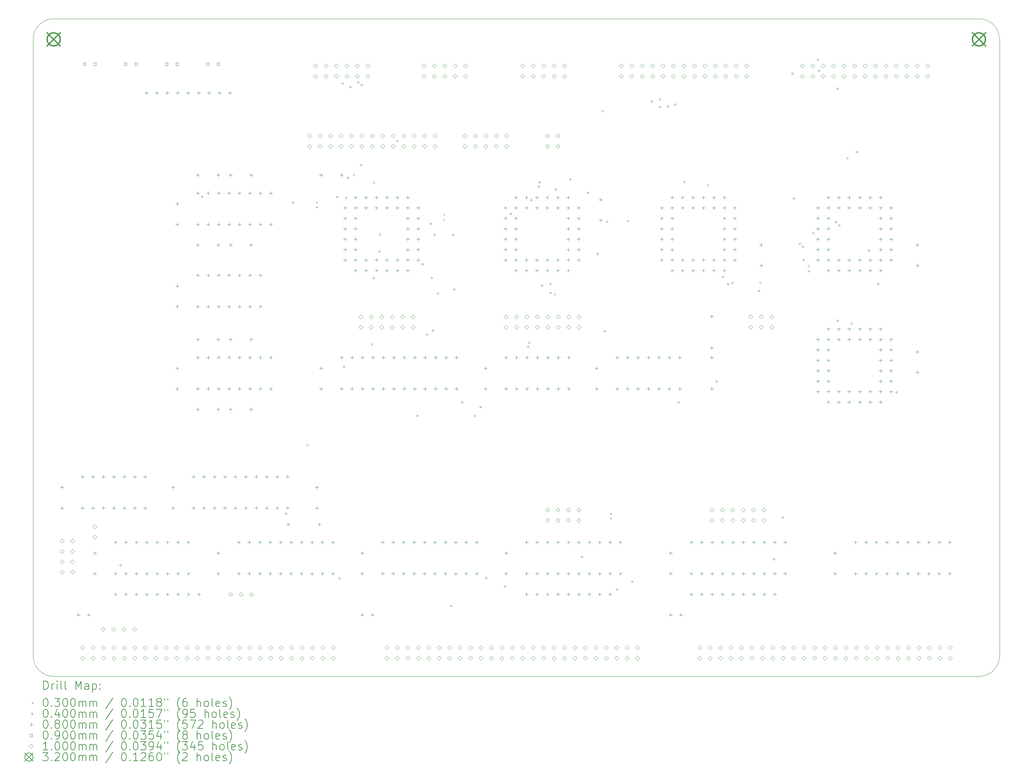
<source format=gbr>
%TF.GenerationSoftware,KiCad,Pcbnew,(6.0.11)*%
%TF.CreationDate,2023-10-31T06:11:22-04:00*%
%TF.ProjectId,input-output.Zilog,696e7075-742d-46f7-9574-7075742e5a69,rev?*%
%TF.SameCoordinates,Original*%
%TF.FileFunction,Drillmap*%
%TF.FilePolarity,Positive*%
%FSLAX45Y45*%
G04 Gerber Fmt 4.5, Leading zero omitted, Abs format (unit mm)*
G04 Created by KiCad (PCBNEW (6.0.11)) date 2023-10-31 06:11:22*
%MOMM*%
%LPD*%
G01*
G04 APERTURE LIST*
%ADD10C,0.050000*%
%ADD11C,0.200000*%
%ADD12C,0.030000*%
%ADD13C,0.040000*%
%ADD14C,0.080000*%
%ADD15C,0.090000*%
%ADD16C,0.100000*%
%ADD17C,0.320000*%
G04 APERTURE END LIST*
D10*
X3500000Y-7500000D02*
X3500000Y-22500000D01*
X4000000Y-23000000D02*
X26500000Y-23000000D01*
X27000000Y-22500000D02*
X27000000Y-7500000D01*
X26500000Y-7000000D02*
X4000000Y-7000000D01*
X26500000Y-23000000D02*
G75*
G03*
X27000000Y-22500000I0J500000D01*
G01*
X4000000Y-7000000D02*
G75*
G03*
X3500000Y-7500000I0J-500000D01*
G01*
X27000000Y-7500000D02*
G75*
G03*
X26500000Y-7000000I-500000J0D01*
G01*
X3500000Y-22500000D02*
G75*
G03*
X4000000Y-23000000I500000J0D01*
G01*
D11*
D12*
X10385000Y-11450000D02*
X10415000Y-11480000D01*
X10415000Y-11450000D02*
X10385000Y-11480000D01*
X10385000Y-11570000D02*
X10415000Y-11600000D01*
X10415000Y-11570000D02*
X10385000Y-11600000D01*
X13485000Y-11750000D02*
X13515000Y-11780000D01*
X13515000Y-11750000D02*
X13485000Y-11780000D01*
X13485000Y-11870000D02*
X13515000Y-11900000D01*
X13515000Y-11870000D02*
X13485000Y-11900000D01*
X17535000Y-19025000D02*
X17565000Y-19055000D01*
X17565000Y-19025000D02*
X17535000Y-19055000D01*
X17535000Y-19145000D02*
X17565000Y-19175000D01*
X17565000Y-19145000D02*
X17535000Y-19175000D01*
D13*
X5645810Y-20296250D02*
G75*
G03*
X5645810Y-20296250I-20000J0D01*
G01*
X7632320Y-11330420D02*
G75*
G03*
X7632320Y-11330420I-20000J0D01*
G01*
X9672550Y-19041300D02*
G75*
G03*
X9672550Y-19041300I-20000J0D01*
G01*
X9835960Y-11476690D02*
G75*
G03*
X9835960Y-11476690I-20000J0D01*
G01*
X10189750Y-17371600D02*
G75*
G03*
X10189750Y-17371600I-20000J0D01*
G01*
X10914340Y-11338220D02*
G75*
G03*
X10914340Y-11338220I-20000J0D01*
G01*
X10968960Y-20615570D02*
G75*
G03*
X10968960Y-20615570I-20000J0D01*
G01*
X11050980Y-8572170D02*
G75*
G03*
X11050980Y-8572170I-20000J0D01*
G01*
X11079890Y-15470020D02*
G75*
G03*
X11079890Y-15470020I-20000J0D01*
G01*
X11131960Y-11361600D02*
G75*
G03*
X11131960Y-11361600I-20000J0D01*
G01*
X11178130Y-10871090D02*
G75*
G03*
X11178130Y-10871090I-20000J0D01*
G01*
X11237550Y-8660240D02*
G75*
G03*
X11237550Y-8660240I-20000J0D01*
G01*
X11318190Y-10801440D02*
G75*
G03*
X11318190Y-10801440I-20000J0D01*
G01*
X11427600Y-8550990D02*
G75*
G03*
X11427600Y-8550990I-20000J0D01*
G01*
X11495340Y-10558800D02*
G75*
G03*
X11495340Y-10558800I-20000J0D01*
G01*
X11508300Y-8611770D02*
G75*
G03*
X11508300Y-8611770I-20000J0D01*
G01*
X11755590Y-14925460D02*
G75*
G03*
X11755590Y-14925460I-20000J0D01*
G01*
X11801810Y-13311570D02*
G75*
G03*
X11801810Y-13311570I-20000J0D01*
G01*
X11807710Y-10988680D02*
G75*
G03*
X11807710Y-10988680I-20000J0D01*
G01*
X11942750Y-12662590D02*
G75*
G03*
X11942750Y-12662590I-20000J0D01*
G01*
X11948720Y-12253310D02*
G75*
G03*
X11948720Y-12253310I-20000J0D01*
G01*
X12373530Y-9970790D02*
G75*
G03*
X12373530Y-9970790I-20000J0D01*
G01*
X12867130Y-16658720D02*
G75*
G03*
X12867130Y-16658720I-20000J0D01*
G01*
X12990690Y-12974460D02*
G75*
G03*
X12990690Y-12974460I-20000J0D01*
G01*
X13099940Y-14681970D02*
G75*
G03*
X13099940Y-14681970I-20000J0D01*
G01*
X13194580Y-11988550D02*
G75*
G03*
X13194580Y-11988550I-20000J0D01*
G01*
X13215140Y-13308840D02*
G75*
G03*
X13215140Y-13308840I-20000J0D01*
G01*
X13240890Y-14587560D02*
G75*
G03*
X13240890Y-14587560I-20000J0D01*
G01*
X13282570Y-12258540D02*
G75*
G03*
X13282570Y-12258540I-20000J0D01*
G01*
X13365170Y-13679760D02*
G75*
G03*
X13365170Y-13679760I-20000J0D01*
G01*
X13685130Y-21285890D02*
G75*
G03*
X13685130Y-21285890I-20000J0D01*
G01*
X13734690Y-12258530D02*
G75*
G03*
X13734690Y-12258530I-20000J0D01*
G01*
X13762040Y-13581530D02*
G75*
G03*
X13762040Y-13581530I-20000J0D01*
G01*
X13954490Y-16330120D02*
G75*
G03*
X13954490Y-16330120I-20000J0D01*
G01*
X14261580Y-16660390D02*
G75*
G03*
X14261580Y-16660390I-20000J0D01*
G01*
X14403010Y-16446780D02*
G75*
G03*
X14403010Y-16446780I-20000J0D01*
G01*
X14541400Y-20607780D02*
G75*
G03*
X14541400Y-20607780I-20000J0D01*
G01*
X14989380Y-20814220D02*
G75*
G03*
X14989380Y-20814220I-20000J0D01*
G01*
X15138560Y-11750340D02*
G75*
G03*
X15138560Y-11750340I-20000J0D01*
G01*
X15560730Y-14981590D02*
G75*
G03*
X15560730Y-14981590I-20000J0D01*
G01*
X15585810Y-14880570D02*
G75*
G03*
X15585810Y-14880570I-20000J0D01*
G01*
X15639000Y-11409270D02*
G75*
G03*
X15639000Y-11409270I-20000J0D01*
G01*
X15814020Y-11079070D02*
G75*
G03*
X15814020Y-11079070I-20000J0D01*
G01*
X15835730Y-10977570D02*
G75*
G03*
X15835730Y-10977570I-20000J0D01*
G01*
X15893130Y-13496190D02*
G75*
G03*
X15893130Y-13496190I-20000J0D01*
G01*
X16099560Y-13448670D02*
G75*
G03*
X16099560Y-13448670I-20000J0D01*
G01*
X16102880Y-13665620D02*
G75*
G03*
X16102880Y-13665620I-20000J0D01*
G01*
X16203490Y-13705310D02*
G75*
G03*
X16203490Y-13705310I-20000J0D01*
G01*
X16230610Y-11151600D02*
G75*
G03*
X16230610Y-11151600I-20000J0D01*
G01*
X16582410Y-10905040D02*
G75*
G03*
X16582410Y-10905040I-20000J0D01*
G01*
X16869360Y-20094120D02*
G75*
G03*
X16869360Y-20094120I-20000J0D01*
G01*
X17010720Y-11235300D02*
G75*
G03*
X17010720Y-11235300I-20000J0D01*
G01*
X17248250Y-12726230D02*
G75*
G03*
X17248250Y-12726230I-20000J0D01*
G01*
X17371080Y-9242430D02*
G75*
G03*
X17371080Y-9242430I-20000J0D01*
G01*
X17419850Y-14601620D02*
G75*
G03*
X17419850Y-14601620I-20000J0D01*
G01*
X17478860Y-11936220D02*
G75*
G03*
X17478860Y-11936220I-20000J0D01*
G01*
X17716790Y-20891210D02*
G75*
G03*
X17716790Y-20891210I-20000J0D01*
G01*
X17986320Y-11925210D02*
G75*
G03*
X17986320Y-11925210I-20000J0D01*
G01*
X18090840Y-20696660D02*
G75*
G03*
X18090840Y-20696660I-20000J0D01*
G01*
X18560460Y-9011100D02*
G75*
G03*
X18560460Y-9011100I-20000J0D01*
G01*
X18759870Y-9145710D02*
G75*
G03*
X18759870Y-9145710I-20000J0D01*
G01*
X18765930Y-8963380D02*
G75*
G03*
X18765930Y-8963380I-20000J0D01*
G01*
X18964700Y-9136380D02*
G75*
G03*
X18964700Y-9136380I-20000J0D01*
G01*
X19132470Y-9087780D02*
G75*
G03*
X19132470Y-9087780I-20000J0D01*
G01*
X19216970Y-16330120D02*
G75*
G03*
X19216970Y-16330120I-20000J0D01*
G01*
X19359040Y-10972190D02*
G75*
G03*
X19359040Y-10972190I-20000J0D01*
G01*
X19925700Y-11047760D02*
G75*
G03*
X19925700Y-11047760I-20000J0D01*
G01*
X20139530Y-15823610D02*
G75*
G03*
X20139530Y-15823610I-20000J0D01*
G01*
X20300480Y-13279550D02*
G75*
G03*
X20300480Y-13279550I-20000J0D01*
G01*
X20421830Y-13456320D02*
G75*
G03*
X20421830Y-13456320I-20000J0D01*
G01*
X20528010Y-13427700D02*
G75*
G03*
X20528010Y-13427700I-20000J0D01*
G01*
X21176370Y-13619460D02*
G75*
G03*
X21176370Y-13619460I-20000J0D01*
G01*
X21205540Y-13419130D02*
G75*
G03*
X21205540Y-13419130I-20000J0D01*
G01*
X21539420Y-20151430D02*
G75*
G03*
X21539420Y-20151430I-20000J0D01*
G01*
X21749920Y-19134440D02*
G75*
G03*
X21749920Y-19134440I-20000J0D01*
G01*
X21980870Y-8334230D02*
G75*
G03*
X21980870Y-8334230I-20000J0D01*
G01*
X22018260Y-11371270D02*
G75*
G03*
X22018260Y-11371270I-20000J0D01*
G01*
X22163290Y-12473060D02*
G75*
G03*
X22163290Y-12473060I-20000J0D01*
G01*
X22240070Y-12547590D02*
G75*
G03*
X22240070Y-12547590I-20000J0D01*
G01*
X22259010Y-12870000D02*
G75*
G03*
X22259010Y-12870000I-20000J0D01*
G01*
X22381700Y-13018700D02*
G75*
G03*
X22381700Y-13018700I-20000J0D01*
G01*
X22394530Y-13142670D02*
G75*
G03*
X22394530Y-13142670I-20000J0D01*
G01*
X22492580Y-12216200D02*
G75*
G03*
X22492580Y-12216200I-20000J0D01*
G01*
X22601270Y-7998410D02*
G75*
G03*
X22601270Y-7998410I-20000J0D01*
G01*
X22629610Y-8266920D02*
G75*
G03*
X22629610Y-8266920I-20000J0D01*
G01*
X23045990Y-11945290D02*
G75*
G03*
X23045990Y-11945290I-20000J0D01*
G01*
X23082040Y-14343620D02*
G75*
G03*
X23082040Y-14343620I-20000J0D01*
G01*
X23083190Y-8700800D02*
G75*
G03*
X23083190Y-8700800I-20000J0D01*
G01*
X23125960Y-12029200D02*
G75*
G03*
X23125960Y-12029200I-20000J0D01*
G01*
X23323450Y-10394730D02*
G75*
G03*
X23323450Y-10394730I-20000J0D01*
G01*
X23424430Y-14417290D02*
G75*
G03*
X23424430Y-14417290I-20000J0D01*
G01*
X23552910Y-10240590D02*
G75*
G03*
X23552910Y-10240590I-20000J0D01*
G01*
X23843680Y-12641090D02*
G75*
G03*
X23843680Y-12641090I-20000J0D01*
G01*
X24073030Y-13450610D02*
G75*
G03*
X24073030Y-13450610I-20000J0D01*
G01*
X24517860Y-16090980D02*
G75*
G03*
X24517860Y-16090980I-20000J0D01*
G01*
D14*
X4200000Y-18360000D02*
X4200000Y-18440000D01*
X4160000Y-18400000D02*
X4240000Y-18400000D01*
X4200000Y-18860000D02*
X4200000Y-18940000D01*
X4160000Y-18900000D02*
X4240000Y-18900000D01*
X4600000Y-21460000D02*
X4600000Y-21540000D01*
X4560000Y-21500000D02*
X4640000Y-21500000D01*
X4700000Y-18098000D02*
X4700000Y-18178000D01*
X4660000Y-18138000D02*
X4740000Y-18138000D01*
X4700000Y-18860000D02*
X4700000Y-18940000D01*
X4660000Y-18900000D02*
X4740000Y-18900000D01*
X4850000Y-21460000D02*
X4850000Y-21540000D01*
X4810000Y-21500000D02*
X4890000Y-21500000D01*
X4954000Y-18098000D02*
X4954000Y-18178000D01*
X4914000Y-18138000D02*
X4994000Y-18138000D01*
X4954000Y-18860000D02*
X4954000Y-18940000D01*
X4914000Y-18900000D02*
X4994000Y-18900000D01*
X5000000Y-19960000D02*
X5000000Y-20040000D01*
X4960000Y-20000000D02*
X5040000Y-20000000D01*
X5000000Y-20460000D02*
X5000000Y-20540000D01*
X4960000Y-20500000D02*
X5040000Y-20500000D01*
X5208000Y-18098000D02*
X5208000Y-18178000D01*
X5168000Y-18138000D02*
X5248000Y-18138000D01*
X5208000Y-18860000D02*
X5208000Y-18940000D01*
X5168000Y-18900000D02*
X5248000Y-18900000D01*
X5462000Y-18098000D02*
X5462000Y-18178000D01*
X5422000Y-18138000D02*
X5502000Y-18138000D01*
X5462000Y-18860000D02*
X5462000Y-18940000D01*
X5422000Y-18900000D02*
X5502000Y-18900000D01*
X5500000Y-19698000D02*
X5500000Y-19778000D01*
X5460000Y-19738000D02*
X5540000Y-19738000D01*
X5500000Y-20460000D02*
X5500000Y-20540000D01*
X5460000Y-20500000D02*
X5540000Y-20500000D01*
X5500000Y-20960000D02*
X5500000Y-21040000D01*
X5460000Y-21000000D02*
X5540000Y-21000000D01*
X5716000Y-18098000D02*
X5716000Y-18178000D01*
X5676000Y-18138000D02*
X5756000Y-18138000D01*
X5716000Y-18860000D02*
X5716000Y-18940000D01*
X5676000Y-18900000D02*
X5756000Y-18900000D01*
X5754000Y-19698000D02*
X5754000Y-19778000D01*
X5714000Y-19738000D02*
X5794000Y-19738000D01*
X5754000Y-20460000D02*
X5754000Y-20540000D01*
X5714000Y-20500000D02*
X5794000Y-20500000D01*
X5754000Y-20960000D02*
X5754000Y-21040000D01*
X5714000Y-21000000D02*
X5794000Y-21000000D01*
X5970000Y-18098000D02*
X5970000Y-18178000D01*
X5930000Y-18138000D02*
X6010000Y-18138000D01*
X5970000Y-18860000D02*
X5970000Y-18940000D01*
X5930000Y-18900000D02*
X6010000Y-18900000D01*
X6008000Y-19698000D02*
X6008000Y-19778000D01*
X5968000Y-19738000D02*
X6048000Y-19738000D01*
X6008000Y-20460000D02*
X6008000Y-20540000D01*
X5968000Y-20500000D02*
X6048000Y-20500000D01*
X6008000Y-20960000D02*
X6008000Y-21040000D01*
X5968000Y-21000000D02*
X6048000Y-21000000D01*
X6224000Y-18098000D02*
X6224000Y-18178000D01*
X6184000Y-18138000D02*
X6264000Y-18138000D01*
X6224000Y-18860000D02*
X6224000Y-18940000D01*
X6184000Y-18900000D02*
X6264000Y-18900000D01*
X6250000Y-8760000D02*
X6250000Y-8840000D01*
X6210000Y-8800000D02*
X6290000Y-8800000D01*
X6262000Y-19698000D02*
X6262000Y-19778000D01*
X6222000Y-19738000D02*
X6302000Y-19738000D01*
X6262000Y-20460000D02*
X6262000Y-20540000D01*
X6222000Y-20500000D02*
X6302000Y-20500000D01*
X6262000Y-20960000D02*
X6262000Y-21040000D01*
X6222000Y-21000000D02*
X6302000Y-21000000D01*
X6504000Y-8760000D02*
X6504000Y-8840000D01*
X6464000Y-8800000D02*
X6544000Y-8800000D01*
X6516000Y-19698000D02*
X6516000Y-19778000D01*
X6476000Y-19738000D02*
X6556000Y-19738000D01*
X6516000Y-20460000D02*
X6516000Y-20540000D01*
X6476000Y-20500000D02*
X6556000Y-20500000D01*
X6516000Y-20960000D02*
X6516000Y-21040000D01*
X6476000Y-21000000D02*
X6556000Y-21000000D01*
X6758000Y-8760000D02*
X6758000Y-8840000D01*
X6718000Y-8800000D02*
X6798000Y-8800000D01*
X6770000Y-19698000D02*
X6770000Y-19778000D01*
X6730000Y-19738000D02*
X6810000Y-19738000D01*
X6770000Y-20460000D02*
X6770000Y-20540000D01*
X6730000Y-20500000D02*
X6810000Y-20500000D01*
X6770000Y-20960000D02*
X6770000Y-21040000D01*
X6730000Y-21000000D02*
X6810000Y-21000000D01*
X6900000Y-18360000D02*
X6900000Y-18440000D01*
X6860000Y-18400000D02*
X6940000Y-18400000D01*
X6900000Y-18860000D02*
X6900000Y-18940000D01*
X6860000Y-18900000D02*
X6940000Y-18900000D01*
X7000000Y-11460000D02*
X7000000Y-11540000D01*
X6960000Y-11500000D02*
X7040000Y-11500000D01*
X7000000Y-11960000D02*
X7000000Y-12040000D01*
X6960000Y-12000000D02*
X7040000Y-12000000D01*
X7000000Y-13460000D02*
X7000000Y-13540000D01*
X6960000Y-13500000D02*
X7040000Y-13500000D01*
X7000000Y-13960000D02*
X7000000Y-14040000D01*
X6960000Y-14000000D02*
X7040000Y-14000000D01*
X7000000Y-15460000D02*
X7000000Y-15540000D01*
X6960000Y-15500000D02*
X7040000Y-15500000D01*
X7000000Y-15960000D02*
X7000000Y-16040000D01*
X6960000Y-16000000D02*
X7040000Y-16000000D01*
X7012000Y-8760000D02*
X7012000Y-8840000D01*
X6972000Y-8800000D02*
X7052000Y-8800000D01*
X7024000Y-19698000D02*
X7024000Y-19778000D01*
X6984000Y-19738000D02*
X7064000Y-19738000D01*
X7024000Y-20460000D02*
X7024000Y-20540000D01*
X6984000Y-20500000D02*
X7064000Y-20500000D01*
X7024000Y-20960000D02*
X7024000Y-21040000D01*
X6984000Y-21000000D02*
X7064000Y-21000000D01*
X7266000Y-8760000D02*
X7266000Y-8840000D01*
X7226000Y-8800000D02*
X7306000Y-8800000D01*
X7278000Y-19698000D02*
X7278000Y-19778000D01*
X7238000Y-19738000D02*
X7318000Y-19738000D01*
X7278000Y-20460000D02*
X7278000Y-20540000D01*
X7238000Y-20500000D02*
X7318000Y-20500000D01*
X7278000Y-20960000D02*
X7278000Y-21040000D01*
X7238000Y-21000000D02*
X7318000Y-21000000D01*
X7400000Y-18098000D02*
X7400000Y-18178000D01*
X7360000Y-18138000D02*
X7440000Y-18138000D01*
X7400000Y-18860000D02*
X7400000Y-18940000D01*
X7360000Y-18900000D02*
X7440000Y-18900000D01*
X7500000Y-10760000D02*
X7500000Y-10840000D01*
X7460000Y-10800000D02*
X7540000Y-10800000D01*
X7500000Y-11198000D02*
X7500000Y-11278000D01*
X7460000Y-11238000D02*
X7540000Y-11238000D01*
X7500000Y-11960000D02*
X7500000Y-12040000D01*
X7460000Y-12000000D02*
X7540000Y-12000000D01*
X7500000Y-12460000D02*
X7500000Y-12540000D01*
X7460000Y-12500000D02*
X7540000Y-12500000D01*
X7500000Y-13198000D02*
X7500000Y-13278000D01*
X7460000Y-13238000D02*
X7540000Y-13238000D01*
X7500000Y-13960000D02*
X7500000Y-14040000D01*
X7460000Y-14000000D02*
X7540000Y-14000000D01*
X7500000Y-14760000D02*
X7500000Y-14840000D01*
X7460000Y-14800000D02*
X7540000Y-14800000D01*
X7500000Y-15198000D02*
X7500000Y-15278000D01*
X7460000Y-15238000D02*
X7540000Y-15238000D01*
X7500000Y-15960000D02*
X7500000Y-16040000D01*
X7460000Y-16000000D02*
X7540000Y-16000000D01*
X7500000Y-16460000D02*
X7500000Y-16540000D01*
X7460000Y-16500000D02*
X7540000Y-16500000D01*
X7520000Y-8760000D02*
X7520000Y-8840000D01*
X7480000Y-8800000D02*
X7560000Y-8800000D01*
X7532000Y-20960000D02*
X7532000Y-21040000D01*
X7492000Y-21000000D02*
X7572000Y-21000000D01*
X7654000Y-18098000D02*
X7654000Y-18178000D01*
X7614000Y-18138000D02*
X7694000Y-18138000D01*
X7654000Y-18860000D02*
X7654000Y-18940000D01*
X7614000Y-18900000D02*
X7694000Y-18900000D01*
X7754000Y-11198000D02*
X7754000Y-11278000D01*
X7714000Y-11238000D02*
X7794000Y-11238000D01*
X7754000Y-11960000D02*
X7754000Y-12040000D01*
X7714000Y-12000000D02*
X7794000Y-12000000D01*
X7754000Y-13198000D02*
X7754000Y-13278000D01*
X7714000Y-13238000D02*
X7794000Y-13238000D01*
X7754000Y-13960000D02*
X7754000Y-14040000D01*
X7714000Y-14000000D02*
X7794000Y-14000000D01*
X7754000Y-15198000D02*
X7754000Y-15278000D01*
X7714000Y-15238000D02*
X7794000Y-15238000D01*
X7754000Y-15960000D02*
X7754000Y-16040000D01*
X7714000Y-16000000D02*
X7794000Y-16000000D01*
X7774000Y-8760000D02*
X7774000Y-8840000D01*
X7734000Y-8800000D02*
X7814000Y-8800000D01*
X7908000Y-18098000D02*
X7908000Y-18178000D01*
X7868000Y-18138000D02*
X7948000Y-18138000D01*
X7908000Y-18860000D02*
X7908000Y-18940000D01*
X7868000Y-18900000D02*
X7948000Y-18900000D01*
X8000000Y-10760000D02*
X8000000Y-10840000D01*
X7960000Y-10800000D02*
X8040000Y-10800000D01*
X8000000Y-12460000D02*
X8000000Y-12540000D01*
X7960000Y-12500000D02*
X8040000Y-12500000D01*
X8000000Y-14760000D02*
X8000000Y-14840000D01*
X7960000Y-14800000D02*
X8040000Y-14800000D01*
X8000000Y-16460000D02*
X8000000Y-16540000D01*
X7960000Y-16500000D02*
X8040000Y-16500000D01*
X8000000Y-19960000D02*
X8000000Y-20040000D01*
X7960000Y-20000000D02*
X8040000Y-20000000D01*
X8000000Y-20460000D02*
X8000000Y-20540000D01*
X7960000Y-20500000D02*
X8040000Y-20500000D01*
X8008000Y-11198000D02*
X8008000Y-11278000D01*
X7968000Y-11238000D02*
X8048000Y-11238000D01*
X8008000Y-11960000D02*
X8008000Y-12040000D01*
X7968000Y-12000000D02*
X8048000Y-12000000D01*
X8008000Y-13198000D02*
X8008000Y-13278000D01*
X7968000Y-13238000D02*
X8048000Y-13238000D01*
X8008000Y-13960000D02*
X8008000Y-14040000D01*
X7968000Y-14000000D02*
X8048000Y-14000000D01*
X8008000Y-15198000D02*
X8008000Y-15278000D01*
X7968000Y-15238000D02*
X8048000Y-15238000D01*
X8008000Y-15960000D02*
X8008000Y-16040000D01*
X7968000Y-16000000D02*
X8048000Y-16000000D01*
X8028000Y-8760000D02*
X8028000Y-8840000D01*
X7988000Y-8800000D02*
X8068000Y-8800000D01*
X8162000Y-18098000D02*
X8162000Y-18178000D01*
X8122000Y-18138000D02*
X8202000Y-18138000D01*
X8162000Y-18860000D02*
X8162000Y-18940000D01*
X8122000Y-18900000D02*
X8202000Y-18900000D01*
X8262000Y-11198000D02*
X8262000Y-11278000D01*
X8222000Y-11238000D02*
X8302000Y-11238000D01*
X8262000Y-11960000D02*
X8262000Y-12040000D01*
X8222000Y-12000000D02*
X8302000Y-12000000D01*
X8262000Y-13198000D02*
X8262000Y-13278000D01*
X8222000Y-13238000D02*
X8302000Y-13238000D01*
X8262000Y-13960000D02*
X8262000Y-14040000D01*
X8222000Y-14000000D02*
X8302000Y-14000000D01*
X8262000Y-15198000D02*
X8262000Y-15278000D01*
X8222000Y-15238000D02*
X8302000Y-15238000D01*
X8262000Y-15960000D02*
X8262000Y-16040000D01*
X8222000Y-16000000D02*
X8302000Y-16000000D01*
X8282000Y-8760000D02*
X8282000Y-8840000D01*
X8242000Y-8800000D02*
X8322000Y-8800000D01*
X8300000Y-10760000D02*
X8300000Y-10840000D01*
X8260000Y-10800000D02*
X8340000Y-10800000D01*
X8300000Y-12460000D02*
X8300000Y-12540000D01*
X8260000Y-12500000D02*
X8340000Y-12500000D01*
X8300000Y-14760000D02*
X8300000Y-14840000D01*
X8260000Y-14800000D02*
X8340000Y-14800000D01*
X8300000Y-16460000D02*
X8300000Y-16540000D01*
X8260000Y-16500000D02*
X8340000Y-16500000D01*
X8416000Y-18098000D02*
X8416000Y-18178000D01*
X8376000Y-18138000D02*
X8456000Y-18138000D01*
X8416000Y-18860000D02*
X8416000Y-18940000D01*
X8376000Y-18900000D02*
X8456000Y-18900000D01*
X8500000Y-19698000D02*
X8500000Y-19778000D01*
X8460000Y-19738000D02*
X8540000Y-19738000D01*
X8500000Y-20460000D02*
X8500000Y-20540000D01*
X8460000Y-20500000D02*
X8540000Y-20500000D01*
X8516000Y-11198000D02*
X8516000Y-11278000D01*
X8476000Y-11238000D02*
X8556000Y-11238000D01*
X8516000Y-11960000D02*
X8516000Y-12040000D01*
X8476000Y-12000000D02*
X8556000Y-12000000D01*
X8516000Y-13198000D02*
X8516000Y-13278000D01*
X8476000Y-13238000D02*
X8556000Y-13238000D01*
X8516000Y-13960000D02*
X8516000Y-14040000D01*
X8476000Y-14000000D02*
X8556000Y-14000000D01*
X8516000Y-15198000D02*
X8516000Y-15278000D01*
X8476000Y-15238000D02*
X8556000Y-15238000D01*
X8516000Y-15960000D02*
X8516000Y-16040000D01*
X8476000Y-16000000D02*
X8556000Y-16000000D01*
X8670000Y-18098000D02*
X8670000Y-18178000D01*
X8630000Y-18138000D02*
X8710000Y-18138000D01*
X8670000Y-18860000D02*
X8670000Y-18940000D01*
X8630000Y-18900000D02*
X8710000Y-18900000D01*
X8754000Y-19698000D02*
X8754000Y-19778000D01*
X8714000Y-19738000D02*
X8794000Y-19738000D01*
X8754000Y-20460000D02*
X8754000Y-20540000D01*
X8714000Y-20500000D02*
X8794000Y-20500000D01*
X8770000Y-11198000D02*
X8770000Y-11278000D01*
X8730000Y-11238000D02*
X8810000Y-11238000D01*
X8770000Y-11960000D02*
X8770000Y-12040000D01*
X8730000Y-12000000D02*
X8810000Y-12000000D01*
X8770000Y-13198000D02*
X8770000Y-13278000D01*
X8730000Y-13238000D02*
X8810000Y-13238000D01*
X8770000Y-13960000D02*
X8770000Y-14040000D01*
X8730000Y-14000000D02*
X8810000Y-14000000D01*
X8770000Y-15198000D02*
X8770000Y-15278000D01*
X8730000Y-15238000D02*
X8810000Y-15238000D01*
X8770000Y-15960000D02*
X8770000Y-16040000D01*
X8730000Y-16000000D02*
X8810000Y-16000000D01*
X8800000Y-10760000D02*
X8800000Y-10840000D01*
X8760000Y-10800000D02*
X8840000Y-10800000D01*
X8800000Y-12460000D02*
X8800000Y-12540000D01*
X8760000Y-12500000D02*
X8840000Y-12500000D01*
X8800000Y-14760000D02*
X8800000Y-14840000D01*
X8760000Y-14800000D02*
X8840000Y-14800000D01*
X8800000Y-16460000D02*
X8800000Y-16540000D01*
X8760000Y-16500000D02*
X8840000Y-16500000D01*
X8924000Y-18098000D02*
X8924000Y-18178000D01*
X8884000Y-18138000D02*
X8964000Y-18138000D01*
X8924000Y-18860000D02*
X8924000Y-18940000D01*
X8884000Y-18900000D02*
X8964000Y-18900000D01*
X9008000Y-19698000D02*
X9008000Y-19778000D01*
X8968000Y-19738000D02*
X9048000Y-19738000D01*
X9008000Y-20460000D02*
X9008000Y-20540000D01*
X8968000Y-20500000D02*
X9048000Y-20500000D01*
X9024000Y-11198000D02*
X9024000Y-11278000D01*
X8984000Y-11238000D02*
X9064000Y-11238000D01*
X9024000Y-11960000D02*
X9024000Y-12040000D01*
X8984000Y-12000000D02*
X9064000Y-12000000D01*
X9024000Y-13198000D02*
X9024000Y-13278000D01*
X8984000Y-13238000D02*
X9064000Y-13238000D01*
X9024000Y-13960000D02*
X9024000Y-14040000D01*
X8984000Y-14000000D02*
X9064000Y-14000000D01*
X9024000Y-15198000D02*
X9024000Y-15278000D01*
X8984000Y-15238000D02*
X9064000Y-15238000D01*
X9024000Y-15960000D02*
X9024000Y-16040000D01*
X8984000Y-16000000D02*
X9064000Y-16000000D01*
X9178000Y-18098000D02*
X9178000Y-18178000D01*
X9138000Y-18138000D02*
X9218000Y-18138000D01*
X9178000Y-18860000D02*
X9178000Y-18940000D01*
X9138000Y-18900000D02*
X9218000Y-18900000D01*
X9262000Y-19698000D02*
X9262000Y-19778000D01*
X9222000Y-19738000D02*
X9302000Y-19738000D01*
X9262000Y-20460000D02*
X9262000Y-20540000D01*
X9222000Y-20500000D02*
X9302000Y-20500000D01*
X9278000Y-11198000D02*
X9278000Y-11278000D01*
X9238000Y-11238000D02*
X9318000Y-11238000D01*
X9278000Y-11960000D02*
X9278000Y-12040000D01*
X9238000Y-12000000D02*
X9318000Y-12000000D01*
X9278000Y-15198000D02*
X9278000Y-15278000D01*
X9238000Y-15238000D02*
X9318000Y-15238000D01*
X9278000Y-15960000D02*
X9278000Y-16040000D01*
X9238000Y-16000000D02*
X9318000Y-16000000D01*
X9432000Y-18098000D02*
X9432000Y-18178000D01*
X9392000Y-18138000D02*
X9472000Y-18138000D01*
X9432000Y-18860000D02*
X9432000Y-18940000D01*
X9392000Y-18900000D02*
X9472000Y-18900000D01*
X9516000Y-19698000D02*
X9516000Y-19778000D01*
X9476000Y-19738000D02*
X9556000Y-19738000D01*
X9516000Y-20460000D02*
X9516000Y-20540000D01*
X9476000Y-20500000D02*
X9556000Y-20500000D01*
X9686000Y-18098000D02*
X9686000Y-18178000D01*
X9646000Y-18138000D02*
X9726000Y-18138000D01*
X9686000Y-18860000D02*
X9686000Y-18940000D01*
X9646000Y-18900000D02*
X9726000Y-18900000D01*
X9700000Y-19260000D02*
X9700000Y-19340000D01*
X9660000Y-19300000D02*
X9740000Y-19300000D01*
X9770000Y-19698000D02*
X9770000Y-19778000D01*
X9730000Y-19738000D02*
X9810000Y-19738000D01*
X9770000Y-20460000D02*
X9770000Y-20540000D01*
X9730000Y-20500000D02*
X9810000Y-20500000D01*
X10024000Y-19698000D02*
X10024000Y-19778000D01*
X9984000Y-19738000D02*
X10064000Y-19738000D01*
X10024000Y-20460000D02*
X10024000Y-20540000D01*
X9984000Y-20500000D02*
X10064000Y-20500000D01*
X10278000Y-19698000D02*
X10278000Y-19778000D01*
X10238000Y-19738000D02*
X10318000Y-19738000D01*
X10278000Y-20460000D02*
X10278000Y-20540000D01*
X10238000Y-20500000D02*
X10318000Y-20500000D01*
X10400000Y-18360000D02*
X10400000Y-18440000D01*
X10360000Y-18400000D02*
X10440000Y-18400000D01*
X10400000Y-18860000D02*
X10400000Y-18940000D01*
X10360000Y-18900000D02*
X10440000Y-18900000D01*
X10462000Y-19260000D02*
X10462000Y-19340000D01*
X10422000Y-19300000D02*
X10502000Y-19300000D01*
X10500000Y-10760000D02*
X10500000Y-10840000D01*
X10460000Y-10800000D02*
X10540000Y-10800000D01*
X10500000Y-15460000D02*
X10500000Y-15540000D01*
X10460000Y-15500000D02*
X10540000Y-15500000D01*
X10500000Y-15960000D02*
X10500000Y-16040000D01*
X10460000Y-16000000D02*
X10540000Y-16000000D01*
X10532000Y-19698000D02*
X10532000Y-19778000D01*
X10492000Y-19738000D02*
X10572000Y-19738000D01*
X10532000Y-20460000D02*
X10532000Y-20540000D01*
X10492000Y-20500000D02*
X10572000Y-20500000D01*
X10786000Y-19698000D02*
X10786000Y-19778000D01*
X10746000Y-19738000D02*
X10826000Y-19738000D01*
X10786000Y-20460000D02*
X10786000Y-20540000D01*
X10746000Y-20500000D02*
X10826000Y-20500000D01*
X11000000Y-10760000D02*
X11000000Y-10840000D01*
X10960000Y-10800000D02*
X11040000Y-10800000D01*
X11000000Y-15198000D02*
X11000000Y-15278000D01*
X10960000Y-15238000D02*
X11040000Y-15238000D01*
X11000000Y-15960000D02*
X11000000Y-16040000D01*
X10960000Y-16000000D02*
X11040000Y-16000000D01*
X11084000Y-11560000D02*
X11084000Y-11640000D01*
X11044000Y-11600000D02*
X11124000Y-11600000D01*
X11084000Y-11814000D02*
X11084000Y-11894000D01*
X11044000Y-11854000D02*
X11124000Y-11854000D01*
X11084000Y-12068000D02*
X11084000Y-12148000D01*
X11044000Y-12108000D02*
X11124000Y-12108000D01*
X11084000Y-12322000D02*
X11084000Y-12402000D01*
X11044000Y-12362000D02*
X11124000Y-12362000D01*
X11084000Y-12576000D02*
X11084000Y-12656000D01*
X11044000Y-12616000D02*
X11124000Y-12616000D01*
X11084000Y-12830000D02*
X11084000Y-12910000D01*
X11044000Y-12870000D02*
X11124000Y-12870000D01*
X11254000Y-15198000D02*
X11254000Y-15278000D01*
X11214000Y-15238000D02*
X11294000Y-15238000D01*
X11254000Y-15960000D02*
X11254000Y-16040000D01*
X11214000Y-16000000D02*
X11294000Y-16000000D01*
X11338000Y-11306000D02*
X11338000Y-11386000D01*
X11298000Y-11346000D02*
X11378000Y-11346000D01*
X11338000Y-11560000D02*
X11338000Y-11640000D01*
X11298000Y-11600000D02*
X11378000Y-11600000D01*
X11338000Y-11814000D02*
X11338000Y-11894000D01*
X11298000Y-11854000D02*
X11378000Y-11854000D01*
X11338000Y-12068000D02*
X11338000Y-12148000D01*
X11298000Y-12108000D02*
X11378000Y-12108000D01*
X11338000Y-12322000D02*
X11338000Y-12402000D01*
X11298000Y-12362000D02*
X11378000Y-12362000D01*
X11338000Y-12576000D02*
X11338000Y-12656000D01*
X11298000Y-12616000D02*
X11378000Y-12616000D01*
X11338000Y-12830000D02*
X11338000Y-12910000D01*
X11298000Y-12870000D02*
X11378000Y-12870000D01*
X11338000Y-13084000D02*
X11338000Y-13164000D01*
X11298000Y-13124000D02*
X11378000Y-13124000D01*
X11500000Y-19960000D02*
X11500000Y-20040000D01*
X11460000Y-20000000D02*
X11540000Y-20000000D01*
X11500000Y-20460000D02*
X11500000Y-20540000D01*
X11460000Y-20500000D02*
X11540000Y-20500000D01*
X11500000Y-21460000D02*
X11500000Y-21540000D01*
X11460000Y-21500000D02*
X11540000Y-21500000D01*
X11508000Y-15198000D02*
X11508000Y-15278000D01*
X11468000Y-15238000D02*
X11548000Y-15238000D01*
X11508000Y-15960000D02*
X11508000Y-16040000D01*
X11468000Y-16000000D02*
X11548000Y-16000000D01*
X11592000Y-11306000D02*
X11592000Y-11386000D01*
X11552000Y-11346000D02*
X11632000Y-11346000D01*
X11592000Y-11560000D02*
X11592000Y-11640000D01*
X11552000Y-11600000D02*
X11632000Y-11600000D01*
X11592000Y-12830000D02*
X11592000Y-12910000D01*
X11552000Y-12870000D02*
X11632000Y-12870000D01*
X11592000Y-13084000D02*
X11592000Y-13164000D01*
X11552000Y-13124000D02*
X11632000Y-13124000D01*
X11750000Y-21460000D02*
X11750000Y-21540000D01*
X11710000Y-21500000D02*
X11790000Y-21500000D01*
X11762000Y-15198000D02*
X11762000Y-15278000D01*
X11722000Y-15238000D02*
X11802000Y-15238000D01*
X11762000Y-15960000D02*
X11762000Y-16040000D01*
X11722000Y-16000000D02*
X11802000Y-16000000D01*
X11846000Y-11306000D02*
X11846000Y-11386000D01*
X11806000Y-11346000D02*
X11886000Y-11346000D01*
X11846000Y-11560000D02*
X11846000Y-11640000D01*
X11806000Y-11600000D02*
X11886000Y-11600000D01*
X11846000Y-12830000D02*
X11846000Y-12910000D01*
X11806000Y-12870000D02*
X11886000Y-12870000D01*
X11846000Y-13084000D02*
X11846000Y-13164000D01*
X11806000Y-13124000D02*
X11886000Y-13124000D01*
X12000000Y-19698000D02*
X12000000Y-19778000D01*
X11960000Y-19738000D02*
X12040000Y-19738000D01*
X12000000Y-20460000D02*
X12000000Y-20540000D01*
X11960000Y-20500000D02*
X12040000Y-20500000D01*
X12016000Y-15198000D02*
X12016000Y-15278000D01*
X11976000Y-15238000D02*
X12056000Y-15238000D01*
X12016000Y-15960000D02*
X12016000Y-16040000D01*
X11976000Y-16000000D02*
X12056000Y-16000000D01*
X12100000Y-11306000D02*
X12100000Y-11386000D01*
X12060000Y-11346000D02*
X12140000Y-11346000D01*
X12100000Y-11560000D02*
X12100000Y-11640000D01*
X12060000Y-11600000D02*
X12140000Y-11600000D01*
X12100000Y-12830000D02*
X12100000Y-12910000D01*
X12060000Y-12870000D02*
X12140000Y-12870000D01*
X12100000Y-13084000D02*
X12100000Y-13164000D01*
X12060000Y-13124000D02*
X12140000Y-13124000D01*
X12254000Y-19698000D02*
X12254000Y-19778000D01*
X12214000Y-19738000D02*
X12294000Y-19738000D01*
X12254000Y-20460000D02*
X12254000Y-20540000D01*
X12214000Y-20500000D02*
X12294000Y-20500000D01*
X12270000Y-15198000D02*
X12270000Y-15278000D01*
X12230000Y-15238000D02*
X12310000Y-15238000D01*
X12270000Y-15960000D02*
X12270000Y-16040000D01*
X12230000Y-16000000D02*
X12310000Y-16000000D01*
X12354000Y-11306000D02*
X12354000Y-11386000D01*
X12314000Y-11346000D02*
X12394000Y-11346000D01*
X12354000Y-11560000D02*
X12354000Y-11640000D01*
X12314000Y-11600000D02*
X12394000Y-11600000D01*
X12354000Y-12830000D02*
X12354000Y-12910000D01*
X12314000Y-12870000D02*
X12394000Y-12870000D01*
X12354000Y-13084000D02*
X12354000Y-13164000D01*
X12314000Y-13124000D02*
X12394000Y-13124000D01*
X12508000Y-19698000D02*
X12508000Y-19778000D01*
X12468000Y-19738000D02*
X12548000Y-19738000D01*
X12508000Y-20460000D02*
X12508000Y-20540000D01*
X12468000Y-20500000D02*
X12548000Y-20500000D01*
X12524000Y-15198000D02*
X12524000Y-15278000D01*
X12484000Y-15238000D02*
X12564000Y-15238000D01*
X12524000Y-15960000D02*
X12524000Y-16040000D01*
X12484000Y-16000000D02*
X12564000Y-16000000D01*
X12608000Y-11306000D02*
X12608000Y-11386000D01*
X12568000Y-11346000D02*
X12648000Y-11346000D01*
X12608000Y-11560000D02*
X12608000Y-11640000D01*
X12568000Y-11600000D02*
X12648000Y-11600000D01*
X12608000Y-11814000D02*
X12608000Y-11894000D01*
X12568000Y-11854000D02*
X12648000Y-11854000D01*
X12608000Y-12068000D02*
X12608000Y-12148000D01*
X12568000Y-12108000D02*
X12648000Y-12108000D01*
X12608000Y-12322000D02*
X12608000Y-12402000D01*
X12568000Y-12362000D02*
X12648000Y-12362000D01*
X12608000Y-12576000D02*
X12608000Y-12656000D01*
X12568000Y-12616000D02*
X12648000Y-12616000D01*
X12608000Y-12830000D02*
X12608000Y-12910000D01*
X12568000Y-12870000D02*
X12648000Y-12870000D01*
X12608000Y-13084000D02*
X12608000Y-13164000D01*
X12568000Y-13124000D02*
X12648000Y-13124000D01*
X12762000Y-19698000D02*
X12762000Y-19778000D01*
X12722000Y-19738000D02*
X12802000Y-19738000D01*
X12762000Y-20460000D02*
X12762000Y-20540000D01*
X12722000Y-20500000D02*
X12802000Y-20500000D01*
X12778000Y-15198000D02*
X12778000Y-15278000D01*
X12738000Y-15238000D02*
X12818000Y-15238000D01*
X12778000Y-15960000D02*
X12778000Y-16040000D01*
X12738000Y-16000000D02*
X12818000Y-16000000D01*
X12862000Y-11560000D02*
X12862000Y-11640000D01*
X12822000Y-11600000D02*
X12902000Y-11600000D01*
X12862000Y-11814000D02*
X12862000Y-11894000D01*
X12822000Y-11854000D02*
X12902000Y-11854000D01*
X12862000Y-12068000D02*
X12862000Y-12148000D01*
X12822000Y-12108000D02*
X12902000Y-12108000D01*
X12862000Y-12322000D02*
X12862000Y-12402000D01*
X12822000Y-12362000D02*
X12902000Y-12362000D01*
X12862000Y-12576000D02*
X12862000Y-12656000D01*
X12822000Y-12616000D02*
X12902000Y-12616000D01*
X12862000Y-12830000D02*
X12862000Y-12910000D01*
X12822000Y-12870000D02*
X12902000Y-12870000D01*
X13016000Y-19698000D02*
X13016000Y-19778000D01*
X12976000Y-19738000D02*
X13056000Y-19738000D01*
X13016000Y-20460000D02*
X13016000Y-20540000D01*
X12976000Y-20500000D02*
X13056000Y-20500000D01*
X13032000Y-15198000D02*
X13032000Y-15278000D01*
X12992000Y-15238000D02*
X13072000Y-15238000D01*
X13032000Y-15960000D02*
X13032000Y-16040000D01*
X12992000Y-16000000D02*
X13072000Y-16000000D01*
X13270000Y-19698000D02*
X13270000Y-19778000D01*
X13230000Y-19738000D02*
X13310000Y-19738000D01*
X13270000Y-20460000D02*
X13270000Y-20540000D01*
X13230000Y-20500000D02*
X13310000Y-20500000D01*
X13286000Y-15198000D02*
X13286000Y-15278000D01*
X13246000Y-15238000D02*
X13326000Y-15238000D01*
X13286000Y-15960000D02*
X13286000Y-16040000D01*
X13246000Y-16000000D02*
X13326000Y-16000000D01*
X13524000Y-19698000D02*
X13524000Y-19778000D01*
X13484000Y-19738000D02*
X13564000Y-19738000D01*
X13524000Y-20460000D02*
X13524000Y-20540000D01*
X13484000Y-20500000D02*
X13564000Y-20500000D01*
X13540000Y-15198000D02*
X13540000Y-15278000D01*
X13500000Y-15238000D02*
X13580000Y-15238000D01*
X13540000Y-15960000D02*
X13540000Y-16040000D01*
X13500000Y-16000000D02*
X13580000Y-16000000D01*
X13778000Y-19698000D02*
X13778000Y-19778000D01*
X13738000Y-19738000D02*
X13818000Y-19738000D01*
X13778000Y-20460000D02*
X13778000Y-20540000D01*
X13738000Y-20500000D02*
X13818000Y-20500000D01*
X13794000Y-15198000D02*
X13794000Y-15278000D01*
X13754000Y-15238000D02*
X13834000Y-15238000D01*
X13794000Y-15960000D02*
X13794000Y-16040000D01*
X13754000Y-16000000D02*
X13834000Y-16000000D01*
X14032000Y-19698000D02*
X14032000Y-19778000D01*
X13992000Y-19738000D02*
X14072000Y-19738000D01*
X14032000Y-20460000D02*
X14032000Y-20540000D01*
X13992000Y-20500000D02*
X14072000Y-20500000D01*
X14286000Y-19698000D02*
X14286000Y-19778000D01*
X14246000Y-19738000D02*
X14326000Y-19738000D01*
X14286000Y-20460000D02*
X14286000Y-20540000D01*
X14246000Y-20500000D02*
X14326000Y-20500000D01*
X14500000Y-15460000D02*
X14500000Y-15540000D01*
X14460000Y-15500000D02*
X14540000Y-15500000D01*
X14500000Y-15960000D02*
X14500000Y-16040000D01*
X14460000Y-16000000D02*
X14540000Y-16000000D01*
X14984000Y-11560000D02*
X14984000Y-11640000D01*
X14944000Y-11600000D02*
X15024000Y-11600000D01*
X14984000Y-11814000D02*
X14984000Y-11894000D01*
X14944000Y-11854000D02*
X15024000Y-11854000D01*
X14984000Y-12068000D02*
X14984000Y-12148000D01*
X14944000Y-12108000D02*
X15024000Y-12108000D01*
X14984000Y-12322000D02*
X14984000Y-12402000D01*
X14944000Y-12362000D02*
X15024000Y-12362000D01*
X14984000Y-12576000D02*
X14984000Y-12656000D01*
X14944000Y-12616000D02*
X15024000Y-12616000D01*
X14984000Y-12830000D02*
X14984000Y-12910000D01*
X14944000Y-12870000D02*
X15024000Y-12870000D01*
X15000000Y-15198000D02*
X15000000Y-15278000D01*
X14960000Y-15238000D02*
X15040000Y-15238000D01*
X15000000Y-15960000D02*
X15000000Y-16040000D01*
X14960000Y-16000000D02*
X15040000Y-16000000D01*
X15000000Y-19960000D02*
X15000000Y-20040000D01*
X14960000Y-20000000D02*
X15040000Y-20000000D01*
X15000000Y-20460000D02*
X15000000Y-20540000D01*
X14960000Y-20500000D02*
X15040000Y-20500000D01*
X15238000Y-11306000D02*
X15238000Y-11386000D01*
X15198000Y-11346000D02*
X15278000Y-11346000D01*
X15238000Y-11560000D02*
X15238000Y-11640000D01*
X15198000Y-11600000D02*
X15278000Y-11600000D01*
X15238000Y-11814000D02*
X15238000Y-11894000D01*
X15198000Y-11854000D02*
X15278000Y-11854000D01*
X15238000Y-12068000D02*
X15238000Y-12148000D01*
X15198000Y-12108000D02*
X15278000Y-12108000D01*
X15238000Y-12322000D02*
X15238000Y-12402000D01*
X15198000Y-12362000D02*
X15278000Y-12362000D01*
X15238000Y-12576000D02*
X15238000Y-12656000D01*
X15198000Y-12616000D02*
X15278000Y-12616000D01*
X15238000Y-12830000D02*
X15238000Y-12910000D01*
X15198000Y-12870000D02*
X15278000Y-12870000D01*
X15238000Y-13084000D02*
X15238000Y-13164000D01*
X15198000Y-13124000D02*
X15278000Y-13124000D01*
X15254000Y-15198000D02*
X15254000Y-15278000D01*
X15214000Y-15238000D02*
X15294000Y-15238000D01*
X15254000Y-15960000D02*
X15254000Y-16040000D01*
X15214000Y-16000000D02*
X15294000Y-16000000D01*
X15492000Y-11306000D02*
X15492000Y-11386000D01*
X15452000Y-11346000D02*
X15532000Y-11346000D01*
X15492000Y-11560000D02*
X15492000Y-11640000D01*
X15452000Y-11600000D02*
X15532000Y-11600000D01*
X15492000Y-12830000D02*
X15492000Y-12910000D01*
X15452000Y-12870000D02*
X15532000Y-12870000D01*
X15492000Y-13084000D02*
X15492000Y-13164000D01*
X15452000Y-13124000D02*
X15532000Y-13124000D01*
X15500000Y-19698000D02*
X15500000Y-19778000D01*
X15460000Y-19738000D02*
X15540000Y-19738000D01*
X15500000Y-20460000D02*
X15500000Y-20540000D01*
X15460000Y-20500000D02*
X15540000Y-20500000D01*
X15500000Y-20960000D02*
X15500000Y-21040000D01*
X15460000Y-21000000D02*
X15540000Y-21000000D01*
X15508000Y-15198000D02*
X15508000Y-15278000D01*
X15468000Y-15238000D02*
X15548000Y-15238000D01*
X15508000Y-15960000D02*
X15508000Y-16040000D01*
X15468000Y-16000000D02*
X15548000Y-16000000D01*
X15746000Y-11306000D02*
X15746000Y-11386000D01*
X15706000Y-11346000D02*
X15786000Y-11346000D01*
X15746000Y-11560000D02*
X15746000Y-11640000D01*
X15706000Y-11600000D02*
X15786000Y-11600000D01*
X15746000Y-12830000D02*
X15746000Y-12910000D01*
X15706000Y-12870000D02*
X15786000Y-12870000D01*
X15746000Y-13084000D02*
X15746000Y-13164000D01*
X15706000Y-13124000D02*
X15786000Y-13124000D01*
X15754000Y-19698000D02*
X15754000Y-19778000D01*
X15714000Y-19738000D02*
X15794000Y-19738000D01*
X15754000Y-20460000D02*
X15754000Y-20540000D01*
X15714000Y-20500000D02*
X15794000Y-20500000D01*
X15754000Y-20960000D02*
X15754000Y-21040000D01*
X15714000Y-21000000D02*
X15794000Y-21000000D01*
X15762000Y-15198000D02*
X15762000Y-15278000D01*
X15722000Y-15238000D02*
X15802000Y-15238000D01*
X15762000Y-15960000D02*
X15762000Y-16040000D01*
X15722000Y-16000000D02*
X15802000Y-16000000D01*
X16000000Y-11306000D02*
X16000000Y-11386000D01*
X15960000Y-11346000D02*
X16040000Y-11346000D01*
X16000000Y-11560000D02*
X16000000Y-11640000D01*
X15960000Y-11600000D02*
X16040000Y-11600000D01*
X16000000Y-12830000D02*
X16000000Y-12910000D01*
X15960000Y-12870000D02*
X16040000Y-12870000D01*
X16000000Y-13084000D02*
X16000000Y-13164000D01*
X15960000Y-13124000D02*
X16040000Y-13124000D01*
X16008000Y-19698000D02*
X16008000Y-19778000D01*
X15968000Y-19738000D02*
X16048000Y-19738000D01*
X16008000Y-20460000D02*
X16008000Y-20540000D01*
X15968000Y-20500000D02*
X16048000Y-20500000D01*
X16008000Y-20960000D02*
X16008000Y-21040000D01*
X15968000Y-21000000D02*
X16048000Y-21000000D01*
X16016000Y-15198000D02*
X16016000Y-15278000D01*
X15976000Y-15238000D02*
X16056000Y-15238000D01*
X16016000Y-15960000D02*
X16016000Y-16040000D01*
X15976000Y-16000000D02*
X16056000Y-16000000D01*
X16254000Y-11306000D02*
X16254000Y-11386000D01*
X16214000Y-11346000D02*
X16294000Y-11346000D01*
X16254000Y-11560000D02*
X16254000Y-11640000D01*
X16214000Y-11600000D02*
X16294000Y-11600000D01*
X16254000Y-12830000D02*
X16254000Y-12910000D01*
X16214000Y-12870000D02*
X16294000Y-12870000D01*
X16254000Y-13084000D02*
X16254000Y-13164000D01*
X16214000Y-13124000D02*
X16294000Y-13124000D01*
X16262000Y-19698000D02*
X16262000Y-19778000D01*
X16222000Y-19738000D02*
X16302000Y-19738000D01*
X16262000Y-20460000D02*
X16262000Y-20540000D01*
X16222000Y-20500000D02*
X16302000Y-20500000D01*
X16262000Y-20960000D02*
X16262000Y-21040000D01*
X16222000Y-21000000D02*
X16302000Y-21000000D01*
X16270000Y-15198000D02*
X16270000Y-15278000D01*
X16230000Y-15238000D02*
X16310000Y-15238000D01*
X16270000Y-15960000D02*
X16270000Y-16040000D01*
X16230000Y-16000000D02*
X16310000Y-16000000D01*
X16508000Y-11306000D02*
X16508000Y-11386000D01*
X16468000Y-11346000D02*
X16548000Y-11346000D01*
X16508000Y-11560000D02*
X16508000Y-11640000D01*
X16468000Y-11600000D02*
X16548000Y-11600000D01*
X16508000Y-11814000D02*
X16508000Y-11894000D01*
X16468000Y-11854000D02*
X16548000Y-11854000D01*
X16508000Y-12068000D02*
X16508000Y-12148000D01*
X16468000Y-12108000D02*
X16548000Y-12108000D01*
X16508000Y-12322000D02*
X16508000Y-12402000D01*
X16468000Y-12362000D02*
X16548000Y-12362000D01*
X16508000Y-12576000D02*
X16508000Y-12656000D01*
X16468000Y-12616000D02*
X16548000Y-12616000D01*
X16508000Y-12830000D02*
X16508000Y-12910000D01*
X16468000Y-12870000D02*
X16548000Y-12870000D01*
X16508000Y-13084000D02*
X16508000Y-13164000D01*
X16468000Y-13124000D02*
X16548000Y-13124000D01*
X16516000Y-19698000D02*
X16516000Y-19778000D01*
X16476000Y-19738000D02*
X16556000Y-19738000D01*
X16516000Y-20460000D02*
X16516000Y-20540000D01*
X16476000Y-20500000D02*
X16556000Y-20500000D01*
X16516000Y-20960000D02*
X16516000Y-21040000D01*
X16476000Y-21000000D02*
X16556000Y-21000000D01*
X16524000Y-15198000D02*
X16524000Y-15278000D01*
X16484000Y-15238000D02*
X16564000Y-15238000D01*
X16524000Y-15960000D02*
X16524000Y-16040000D01*
X16484000Y-16000000D02*
X16564000Y-16000000D01*
X16762000Y-11560000D02*
X16762000Y-11640000D01*
X16722000Y-11600000D02*
X16802000Y-11600000D01*
X16762000Y-11814000D02*
X16762000Y-11894000D01*
X16722000Y-11854000D02*
X16802000Y-11854000D01*
X16762000Y-12068000D02*
X16762000Y-12148000D01*
X16722000Y-12108000D02*
X16802000Y-12108000D01*
X16762000Y-12322000D02*
X16762000Y-12402000D01*
X16722000Y-12362000D02*
X16802000Y-12362000D01*
X16762000Y-12576000D02*
X16762000Y-12656000D01*
X16722000Y-12616000D02*
X16802000Y-12616000D01*
X16762000Y-12830000D02*
X16762000Y-12910000D01*
X16722000Y-12870000D02*
X16802000Y-12870000D01*
X16770000Y-19698000D02*
X16770000Y-19778000D01*
X16730000Y-19738000D02*
X16810000Y-19738000D01*
X16770000Y-20460000D02*
X16770000Y-20540000D01*
X16730000Y-20500000D02*
X16810000Y-20500000D01*
X16770000Y-20960000D02*
X16770000Y-21040000D01*
X16730000Y-21000000D02*
X16810000Y-21000000D01*
X17024000Y-19698000D02*
X17024000Y-19778000D01*
X16984000Y-19738000D02*
X17064000Y-19738000D01*
X17024000Y-20460000D02*
X17024000Y-20540000D01*
X16984000Y-20500000D02*
X17064000Y-20500000D01*
X17024000Y-20960000D02*
X17024000Y-21040000D01*
X16984000Y-21000000D02*
X17064000Y-21000000D01*
X17200000Y-15460000D02*
X17200000Y-15540000D01*
X17160000Y-15500000D02*
X17240000Y-15500000D01*
X17200000Y-15960000D02*
X17200000Y-16040000D01*
X17160000Y-16000000D02*
X17240000Y-16000000D01*
X17278000Y-19698000D02*
X17278000Y-19778000D01*
X17238000Y-19738000D02*
X17318000Y-19738000D01*
X17278000Y-20460000D02*
X17278000Y-20540000D01*
X17238000Y-20500000D02*
X17318000Y-20500000D01*
X17278000Y-20960000D02*
X17278000Y-21040000D01*
X17238000Y-21000000D02*
X17318000Y-21000000D01*
X17300000Y-11360000D02*
X17300000Y-11440000D01*
X17260000Y-11400000D02*
X17340000Y-11400000D01*
X17300000Y-11860000D02*
X17300000Y-11940000D01*
X17260000Y-11900000D02*
X17340000Y-11900000D01*
X17532000Y-19698000D02*
X17532000Y-19778000D01*
X17492000Y-19738000D02*
X17572000Y-19738000D01*
X17532000Y-20460000D02*
X17532000Y-20540000D01*
X17492000Y-20500000D02*
X17572000Y-20500000D01*
X17532000Y-20960000D02*
X17532000Y-21040000D01*
X17492000Y-21000000D02*
X17572000Y-21000000D01*
X17700000Y-15198000D02*
X17700000Y-15278000D01*
X17660000Y-15238000D02*
X17740000Y-15238000D01*
X17700000Y-15960000D02*
X17700000Y-16040000D01*
X17660000Y-16000000D02*
X17740000Y-16000000D01*
X17786000Y-19698000D02*
X17786000Y-19778000D01*
X17746000Y-19738000D02*
X17826000Y-19738000D01*
X17786000Y-20460000D02*
X17786000Y-20540000D01*
X17746000Y-20500000D02*
X17826000Y-20500000D01*
X17954000Y-15198000D02*
X17954000Y-15278000D01*
X17914000Y-15238000D02*
X17994000Y-15238000D01*
X17954000Y-15960000D02*
X17954000Y-16040000D01*
X17914000Y-16000000D02*
X17994000Y-16000000D01*
X18208000Y-15198000D02*
X18208000Y-15278000D01*
X18168000Y-15238000D02*
X18248000Y-15238000D01*
X18208000Y-15960000D02*
X18208000Y-16040000D01*
X18168000Y-16000000D02*
X18248000Y-16000000D01*
X18462000Y-15198000D02*
X18462000Y-15278000D01*
X18422000Y-15238000D02*
X18502000Y-15238000D01*
X18462000Y-15960000D02*
X18462000Y-16040000D01*
X18422000Y-16000000D02*
X18502000Y-16000000D01*
X18716000Y-15198000D02*
X18716000Y-15278000D01*
X18676000Y-15238000D02*
X18756000Y-15238000D01*
X18716000Y-15960000D02*
X18716000Y-16040000D01*
X18676000Y-16000000D02*
X18756000Y-16000000D01*
X18784000Y-11560000D02*
X18784000Y-11640000D01*
X18744000Y-11600000D02*
X18824000Y-11600000D01*
X18784000Y-11814000D02*
X18784000Y-11894000D01*
X18744000Y-11854000D02*
X18824000Y-11854000D01*
X18784000Y-12068000D02*
X18784000Y-12148000D01*
X18744000Y-12108000D02*
X18824000Y-12108000D01*
X18784000Y-12322000D02*
X18784000Y-12402000D01*
X18744000Y-12362000D02*
X18824000Y-12362000D01*
X18784000Y-12576000D02*
X18784000Y-12656000D01*
X18744000Y-12616000D02*
X18824000Y-12616000D01*
X18784000Y-12830000D02*
X18784000Y-12910000D01*
X18744000Y-12870000D02*
X18824000Y-12870000D01*
X18970000Y-15198000D02*
X18970000Y-15278000D01*
X18930000Y-15238000D02*
X19010000Y-15238000D01*
X18970000Y-15960000D02*
X18970000Y-16040000D01*
X18930000Y-16000000D02*
X19010000Y-16000000D01*
X19000000Y-19960000D02*
X19000000Y-20040000D01*
X18960000Y-20000000D02*
X19040000Y-20000000D01*
X19000000Y-20460000D02*
X19000000Y-20540000D01*
X18960000Y-20500000D02*
X19040000Y-20500000D01*
X19000000Y-21460000D02*
X19000000Y-21540000D01*
X18960000Y-21500000D02*
X19040000Y-21500000D01*
X19038000Y-11306000D02*
X19038000Y-11386000D01*
X18998000Y-11346000D02*
X19078000Y-11346000D01*
X19038000Y-11560000D02*
X19038000Y-11640000D01*
X18998000Y-11600000D02*
X19078000Y-11600000D01*
X19038000Y-11814000D02*
X19038000Y-11894000D01*
X18998000Y-11854000D02*
X19078000Y-11854000D01*
X19038000Y-12068000D02*
X19038000Y-12148000D01*
X18998000Y-12108000D02*
X19078000Y-12108000D01*
X19038000Y-12322000D02*
X19038000Y-12402000D01*
X18998000Y-12362000D02*
X19078000Y-12362000D01*
X19038000Y-12576000D02*
X19038000Y-12656000D01*
X18998000Y-12616000D02*
X19078000Y-12616000D01*
X19038000Y-12830000D02*
X19038000Y-12910000D01*
X18998000Y-12870000D02*
X19078000Y-12870000D01*
X19038000Y-13084000D02*
X19038000Y-13164000D01*
X18998000Y-13124000D02*
X19078000Y-13124000D01*
X19224000Y-15198000D02*
X19224000Y-15278000D01*
X19184000Y-15238000D02*
X19264000Y-15238000D01*
X19224000Y-15960000D02*
X19224000Y-16040000D01*
X19184000Y-16000000D02*
X19264000Y-16000000D01*
X19250000Y-21460000D02*
X19250000Y-21540000D01*
X19210000Y-21500000D02*
X19290000Y-21500000D01*
X19292000Y-11306000D02*
X19292000Y-11386000D01*
X19252000Y-11346000D02*
X19332000Y-11346000D01*
X19292000Y-11560000D02*
X19292000Y-11640000D01*
X19252000Y-11600000D02*
X19332000Y-11600000D01*
X19292000Y-12830000D02*
X19292000Y-12910000D01*
X19252000Y-12870000D02*
X19332000Y-12870000D01*
X19292000Y-13084000D02*
X19292000Y-13164000D01*
X19252000Y-13124000D02*
X19332000Y-13124000D01*
X19500000Y-19698000D02*
X19500000Y-19778000D01*
X19460000Y-19738000D02*
X19540000Y-19738000D01*
X19500000Y-20460000D02*
X19500000Y-20540000D01*
X19460000Y-20500000D02*
X19540000Y-20500000D01*
X19500000Y-20960000D02*
X19500000Y-21040000D01*
X19460000Y-21000000D02*
X19540000Y-21000000D01*
X19546000Y-11306000D02*
X19546000Y-11386000D01*
X19506000Y-11346000D02*
X19586000Y-11346000D01*
X19546000Y-11560000D02*
X19546000Y-11640000D01*
X19506000Y-11600000D02*
X19586000Y-11600000D01*
X19546000Y-12830000D02*
X19546000Y-12910000D01*
X19506000Y-12870000D02*
X19586000Y-12870000D01*
X19546000Y-13084000D02*
X19546000Y-13164000D01*
X19506000Y-13124000D02*
X19586000Y-13124000D01*
X19754000Y-19698000D02*
X19754000Y-19778000D01*
X19714000Y-19738000D02*
X19794000Y-19738000D01*
X19754000Y-20460000D02*
X19754000Y-20540000D01*
X19714000Y-20500000D02*
X19794000Y-20500000D01*
X19754000Y-20960000D02*
X19754000Y-21040000D01*
X19714000Y-21000000D02*
X19794000Y-21000000D01*
X19800000Y-11306000D02*
X19800000Y-11386000D01*
X19760000Y-11346000D02*
X19840000Y-11346000D01*
X19800000Y-11560000D02*
X19800000Y-11640000D01*
X19760000Y-11600000D02*
X19840000Y-11600000D01*
X19800000Y-12830000D02*
X19800000Y-12910000D01*
X19760000Y-12870000D02*
X19840000Y-12870000D01*
X19800000Y-13084000D02*
X19800000Y-13164000D01*
X19760000Y-13124000D02*
X19840000Y-13124000D01*
X20000000Y-14198000D02*
X20000000Y-14278000D01*
X19960000Y-14238000D02*
X20040000Y-14238000D01*
X20000000Y-14960000D02*
X20000000Y-15040000D01*
X19960000Y-15000000D02*
X20040000Y-15000000D01*
X20000000Y-15198000D02*
X20000000Y-15278000D01*
X19960000Y-15238000D02*
X20040000Y-15238000D01*
X20000000Y-15960000D02*
X20000000Y-16040000D01*
X19960000Y-16000000D02*
X20040000Y-16000000D01*
X20008000Y-19698000D02*
X20008000Y-19778000D01*
X19968000Y-19738000D02*
X20048000Y-19738000D01*
X20008000Y-20460000D02*
X20008000Y-20540000D01*
X19968000Y-20500000D02*
X20048000Y-20500000D01*
X20008000Y-20960000D02*
X20008000Y-21040000D01*
X19968000Y-21000000D02*
X20048000Y-21000000D01*
X20054000Y-11306000D02*
X20054000Y-11386000D01*
X20014000Y-11346000D02*
X20094000Y-11346000D01*
X20054000Y-11560000D02*
X20054000Y-11640000D01*
X20014000Y-11600000D02*
X20094000Y-11600000D01*
X20054000Y-12830000D02*
X20054000Y-12910000D01*
X20014000Y-12870000D02*
X20094000Y-12870000D01*
X20054000Y-13084000D02*
X20054000Y-13164000D01*
X20014000Y-13124000D02*
X20094000Y-13124000D01*
X20262000Y-19698000D02*
X20262000Y-19778000D01*
X20222000Y-19738000D02*
X20302000Y-19738000D01*
X20262000Y-20460000D02*
X20262000Y-20540000D01*
X20222000Y-20500000D02*
X20302000Y-20500000D01*
X20262000Y-20960000D02*
X20262000Y-21040000D01*
X20222000Y-21000000D02*
X20302000Y-21000000D01*
X20308000Y-11306000D02*
X20308000Y-11386000D01*
X20268000Y-11346000D02*
X20348000Y-11346000D01*
X20308000Y-11560000D02*
X20308000Y-11640000D01*
X20268000Y-11600000D02*
X20348000Y-11600000D01*
X20308000Y-11814000D02*
X20308000Y-11894000D01*
X20268000Y-11854000D02*
X20348000Y-11854000D01*
X20308000Y-12068000D02*
X20308000Y-12148000D01*
X20268000Y-12108000D02*
X20348000Y-12108000D01*
X20308000Y-12322000D02*
X20308000Y-12402000D01*
X20268000Y-12362000D02*
X20348000Y-12362000D01*
X20308000Y-12576000D02*
X20308000Y-12656000D01*
X20268000Y-12616000D02*
X20348000Y-12616000D01*
X20308000Y-12830000D02*
X20308000Y-12910000D01*
X20268000Y-12870000D02*
X20348000Y-12870000D01*
X20308000Y-13084000D02*
X20308000Y-13164000D01*
X20268000Y-13124000D02*
X20348000Y-13124000D01*
X20516000Y-19698000D02*
X20516000Y-19778000D01*
X20476000Y-19738000D02*
X20556000Y-19738000D01*
X20516000Y-20460000D02*
X20516000Y-20540000D01*
X20476000Y-20500000D02*
X20556000Y-20500000D01*
X20516000Y-20960000D02*
X20516000Y-21040000D01*
X20476000Y-21000000D02*
X20556000Y-21000000D01*
X20562000Y-11560000D02*
X20562000Y-11640000D01*
X20522000Y-11600000D02*
X20602000Y-11600000D01*
X20562000Y-11814000D02*
X20562000Y-11894000D01*
X20522000Y-11854000D02*
X20602000Y-11854000D01*
X20562000Y-12068000D02*
X20562000Y-12148000D01*
X20522000Y-12108000D02*
X20602000Y-12108000D01*
X20562000Y-12322000D02*
X20562000Y-12402000D01*
X20522000Y-12362000D02*
X20602000Y-12362000D01*
X20562000Y-12576000D02*
X20562000Y-12656000D01*
X20522000Y-12616000D02*
X20602000Y-12616000D01*
X20562000Y-12830000D02*
X20562000Y-12910000D01*
X20522000Y-12870000D02*
X20602000Y-12870000D01*
X20770000Y-19698000D02*
X20770000Y-19778000D01*
X20730000Y-19738000D02*
X20810000Y-19738000D01*
X20770000Y-20460000D02*
X20770000Y-20540000D01*
X20730000Y-20500000D02*
X20810000Y-20500000D01*
X20770000Y-20960000D02*
X20770000Y-21040000D01*
X20730000Y-21000000D02*
X20810000Y-21000000D01*
X21024000Y-19698000D02*
X21024000Y-19778000D01*
X20984000Y-19738000D02*
X21064000Y-19738000D01*
X21024000Y-20460000D02*
X21024000Y-20540000D01*
X20984000Y-20500000D02*
X21064000Y-20500000D01*
X21024000Y-20960000D02*
X21024000Y-21040000D01*
X20984000Y-21000000D02*
X21064000Y-21000000D01*
X21200000Y-12460000D02*
X21200000Y-12540000D01*
X21160000Y-12500000D02*
X21240000Y-12500000D01*
X21200000Y-12960000D02*
X21200000Y-13040000D01*
X21160000Y-13000000D02*
X21240000Y-13000000D01*
X21278000Y-19698000D02*
X21278000Y-19778000D01*
X21238000Y-19738000D02*
X21318000Y-19738000D01*
X21278000Y-20460000D02*
X21278000Y-20540000D01*
X21238000Y-20500000D02*
X21318000Y-20500000D01*
X21278000Y-20960000D02*
X21278000Y-21040000D01*
X21238000Y-21000000D02*
X21318000Y-21000000D01*
X21532000Y-19698000D02*
X21532000Y-19778000D01*
X21492000Y-19738000D02*
X21572000Y-19738000D01*
X21532000Y-20460000D02*
X21532000Y-20540000D01*
X21492000Y-20500000D02*
X21572000Y-20500000D01*
X21532000Y-20960000D02*
X21532000Y-21040000D01*
X21492000Y-21000000D02*
X21572000Y-21000000D01*
X21786000Y-19698000D02*
X21786000Y-19778000D01*
X21746000Y-19738000D02*
X21826000Y-19738000D01*
X21786000Y-20460000D02*
X21786000Y-20540000D01*
X21746000Y-20500000D02*
X21826000Y-20500000D01*
X22584000Y-11560000D02*
X22584000Y-11640000D01*
X22544000Y-11600000D02*
X22624000Y-11600000D01*
X22584000Y-11814000D02*
X22584000Y-11894000D01*
X22544000Y-11854000D02*
X22624000Y-11854000D01*
X22584000Y-12068000D02*
X22584000Y-12148000D01*
X22544000Y-12108000D02*
X22624000Y-12108000D01*
X22584000Y-12322000D02*
X22584000Y-12402000D01*
X22544000Y-12362000D02*
X22624000Y-12362000D01*
X22584000Y-12576000D02*
X22584000Y-12656000D01*
X22544000Y-12616000D02*
X22624000Y-12616000D01*
X22584000Y-12830000D02*
X22584000Y-12910000D01*
X22544000Y-12870000D02*
X22624000Y-12870000D01*
X22584000Y-14760000D02*
X22584000Y-14840000D01*
X22544000Y-14800000D02*
X22624000Y-14800000D01*
X22584000Y-15014000D02*
X22584000Y-15094000D01*
X22544000Y-15054000D02*
X22624000Y-15054000D01*
X22584000Y-15268000D02*
X22584000Y-15348000D01*
X22544000Y-15308000D02*
X22624000Y-15308000D01*
X22584000Y-15522000D02*
X22584000Y-15602000D01*
X22544000Y-15562000D02*
X22624000Y-15562000D01*
X22584000Y-15776000D02*
X22584000Y-15856000D01*
X22544000Y-15816000D02*
X22624000Y-15816000D01*
X22584000Y-16030000D02*
X22584000Y-16110000D01*
X22544000Y-16070000D02*
X22624000Y-16070000D01*
X22838000Y-11306000D02*
X22838000Y-11386000D01*
X22798000Y-11346000D02*
X22878000Y-11346000D01*
X22838000Y-11560000D02*
X22838000Y-11640000D01*
X22798000Y-11600000D02*
X22878000Y-11600000D01*
X22838000Y-11814000D02*
X22838000Y-11894000D01*
X22798000Y-11854000D02*
X22878000Y-11854000D01*
X22838000Y-12068000D02*
X22838000Y-12148000D01*
X22798000Y-12108000D02*
X22878000Y-12108000D01*
X22838000Y-12322000D02*
X22838000Y-12402000D01*
X22798000Y-12362000D02*
X22878000Y-12362000D01*
X22838000Y-12576000D02*
X22838000Y-12656000D01*
X22798000Y-12616000D02*
X22878000Y-12616000D01*
X22838000Y-12830000D02*
X22838000Y-12910000D01*
X22798000Y-12870000D02*
X22878000Y-12870000D01*
X22838000Y-13084000D02*
X22838000Y-13164000D01*
X22798000Y-13124000D02*
X22878000Y-13124000D01*
X22838000Y-14506000D02*
X22838000Y-14586000D01*
X22798000Y-14546000D02*
X22878000Y-14546000D01*
X22838000Y-14760000D02*
X22838000Y-14840000D01*
X22798000Y-14800000D02*
X22878000Y-14800000D01*
X22838000Y-15014000D02*
X22838000Y-15094000D01*
X22798000Y-15054000D02*
X22878000Y-15054000D01*
X22838000Y-15268000D02*
X22838000Y-15348000D01*
X22798000Y-15308000D02*
X22878000Y-15308000D01*
X22838000Y-15522000D02*
X22838000Y-15602000D01*
X22798000Y-15562000D02*
X22878000Y-15562000D01*
X22838000Y-15776000D02*
X22838000Y-15856000D01*
X22798000Y-15816000D02*
X22878000Y-15816000D01*
X22838000Y-16030000D02*
X22838000Y-16110000D01*
X22798000Y-16070000D02*
X22878000Y-16070000D01*
X22838000Y-16284000D02*
X22838000Y-16364000D01*
X22798000Y-16324000D02*
X22878000Y-16324000D01*
X23000000Y-19960000D02*
X23000000Y-20040000D01*
X22960000Y-20000000D02*
X23040000Y-20000000D01*
X23000000Y-20460000D02*
X23000000Y-20540000D01*
X22960000Y-20500000D02*
X23040000Y-20500000D01*
X23092000Y-11306000D02*
X23092000Y-11386000D01*
X23052000Y-11346000D02*
X23132000Y-11346000D01*
X23092000Y-11560000D02*
X23092000Y-11640000D01*
X23052000Y-11600000D02*
X23132000Y-11600000D01*
X23092000Y-12830000D02*
X23092000Y-12910000D01*
X23052000Y-12870000D02*
X23132000Y-12870000D01*
X23092000Y-13084000D02*
X23092000Y-13164000D01*
X23052000Y-13124000D02*
X23132000Y-13124000D01*
X23092000Y-14506000D02*
X23092000Y-14586000D01*
X23052000Y-14546000D02*
X23132000Y-14546000D01*
X23092000Y-14760000D02*
X23092000Y-14840000D01*
X23052000Y-14800000D02*
X23132000Y-14800000D01*
X23092000Y-16030000D02*
X23092000Y-16110000D01*
X23052000Y-16070000D02*
X23132000Y-16070000D01*
X23092000Y-16284000D02*
X23092000Y-16364000D01*
X23052000Y-16324000D02*
X23132000Y-16324000D01*
X23346000Y-11306000D02*
X23346000Y-11386000D01*
X23306000Y-11346000D02*
X23386000Y-11346000D01*
X23346000Y-11560000D02*
X23346000Y-11640000D01*
X23306000Y-11600000D02*
X23386000Y-11600000D01*
X23346000Y-12830000D02*
X23346000Y-12910000D01*
X23306000Y-12870000D02*
X23386000Y-12870000D01*
X23346000Y-13084000D02*
X23346000Y-13164000D01*
X23306000Y-13124000D02*
X23386000Y-13124000D01*
X23346000Y-14506000D02*
X23346000Y-14586000D01*
X23306000Y-14546000D02*
X23386000Y-14546000D01*
X23346000Y-14760000D02*
X23346000Y-14840000D01*
X23306000Y-14800000D02*
X23386000Y-14800000D01*
X23346000Y-16030000D02*
X23346000Y-16110000D01*
X23306000Y-16070000D02*
X23386000Y-16070000D01*
X23346000Y-16284000D02*
X23346000Y-16364000D01*
X23306000Y-16324000D02*
X23386000Y-16324000D01*
X23500000Y-19698000D02*
X23500000Y-19778000D01*
X23460000Y-19738000D02*
X23540000Y-19738000D01*
X23500000Y-20460000D02*
X23500000Y-20540000D01*
X23460000Y-20500000D02*
X23540000Y-20500000D01*
X23600000Y-11306000D02*
X23600000Y-11386000D01*
X23560000Y-11346000D02*
X23640000Y-11346000D01*
X23600000Y-11560000D02*
X23600000Y-11640000D01*
X23560000Y-11600000D02*
X23640000Y-11600000D01*
X23600000Y-12830000D02*
X23600000Y-12910000D01*
X23560000Y-12870000D02*
X23640000Y-12870000D01*
X23600000Y-13084000D02*
X23600000Y-13164000D01*
X23560000Y-13124000D02*
X23640000Y-13124000D01*
X23600000Y-14506000D02*
X23600000Y-14586000D01*
X23560000Y-14546000D02*
X23640000Y-14546000D01*
X23600000Y-14760000D02*
X23600000Y-14840000D01*
X23560000Y-14800000D02*
X23640000Y-14800000D01*
X23600000Y-16030000D02*
X23600000Y-16110000D01*
X23560000Y-16070000D02*
X23640000Y-16070000D01*
X23600000Y-16284000D02*
X23600000Y-16364000D01*
X23560000Y-16324000D02*
X23640000Y-16324000D01*
X23754000Y-19698000D02*
X23754000Y-19778000D01*
X23714000Y-19738000D02*
X23794000Y-19738000D01*
X23754000Y-20460000D02*
X23754000Y-20540000D01*
X23714000Y-20500000D02*
X23794000Y-20500000D01*
X23854000Y-11306000D02*
X23854000Y-11386000D01*
X23814000Y-11346000D02*
X23894000Y-11346000D01*
X23854000Y-11560000D02*
X23854000Y-11640000D01*
X23814000Y-11600000D02*
X23894000Y-11600000D01*
X23854000Y-12830000D02*
X23854000Y-12910000D01*
X23814000Y-12870000D02*
X23894000Y-12870000D01*
X23854000Y-13084000D02*
X23854000Y-13164000D01*
X23814000Y-13124000D02*
X23894000Y-13124000D01*
X23854000Y-14506000D02*
X23854000Y-14586000D01*
X23814000Y-14546000D02*
X23894000Y-14546000D01*
X23854000Y-14760000D02*
X23854000Y-14840000D01*
X23814000Y-14800000D02*
X23894000Y-14800000D01*
X23854000Y-16030000D02*
X23854000Y-16110000D01*
X23814000Y-16070000D02*
X23894000Y-16070000D01*
X23854000Y-16284000D02*
X23854000Y-16364000D01*
X23814000Y-16324000D02*
X23894000Y-16324000D01*
X24008000Y-19698000D02*
X24008000Y-19778000D01*
X23968000Y-19738000D02*
X24048000Y-19738000D01*
X24008000Y-20460000D02*
X24008000Y-20540000D01*
X23968000Y-20500000D02*
X24048000Y-20500000D01*
X24108000Y-11306000D02*
X24108000Y-11386000D01*
X24068000Y-11346000D02*
X24148000Y-11346000D01*
X24108000Y-11560000D02*
X24108000Y-11640000D01*
X24068000Y-11600000D02*
X24148000Y-11600000D01*
X24108000Y-11814000D02*
X24108000Y-11894000D01*
X24068000Y-11854000D02*
X24148000Y-11854000D01*
X24108000Y-12068000D02*
X24108000Y-12148000D01*
X24068000Y-12108000D02*
X24148000Y-12108000D01*
X24108000Y-12322000D02*
X24108000Y-12402000D01*
X24068000Y-12362000D02*
X24148000Y-12362000D01*
X24108000Y-12576000D02*
X24108000Y-12656000D01*
X24068000Y-12616000D02*
X24148000Y-12616000D01*
X24108000Y-12830000D02*
X24108000Y-12910000D01*
X24068000Y-12870000D02*
X24148000Y-12870000D01*
X24108000Y-13084000D02*
X24108000Y-13164000D01*
X24068000Y-13124000D02*
X24148000Y-13124000D01*
X24108000Y-14506000D02*
X24108000Y-14586000D01*
X24068000Y-14546000D02*
X24148000Y-14546000D01*
X24108000Y-14760000D02*
X24108000Y-14840000D01*
X24068000Y-14800000D02*
X24148000Y-14800000D01*
X24108000Y-15014000D02*
X24108000Y-15094000D01*
X24068000Y-15054000D02*
X24148000Y-15054000D01*
X24108000Y-15268000D02*
X24108000Y-15348000D01*
X24068000Y-15308000D02*
X24148000Y-15308000D01*
X24108000Y-15522000D02*
X24108000Y-15602000D01*
X24068000Y-15562000D02*
X24148000Y-15562000D01*
X24108000Y-15776000D02*
X24108000Y-15856000D01*
X24068000Y-15816000D02*
X24148000Y-15816000D01*
X24108000Y-16030000D02*
X24108000Y-16110000D01*
X24068000Y-16070000D02*
X24148000Y-16070000D01*
X24108000Y-16284000D02*
X24108000Y-16364000D01*
X24068000Y-16324000D02*
X24148000Y-16324000D01*
X24262000Y-19698000D02*
X24262000Y-19778000D01*
X24222000Y-19738000D02*
X24302000Y-19738000D01*
X24262000Y-20460000D02*
X24262000Y-20540000D01*
X24222000Y-20500000D02*
X24302000Y-20500000D01*
X24362000Y-11560000D02*
X24362000Y-11640000D01*
X24322000Y-11600000D02*
X24402000Y-11600000D01*
X24362000Y-11814000D02*
X24362000Y-11894000D01*
X24322000Y-11854000D02*
X24402000Y-11854000D01*
X24362000Y-12068000D02*
X24362000Y-12148000D01*
X24322000Y-12108000D02*
X24402000Y-12108000D01*
X24362000Y-12322000D02*
X24362000Y-12402000D01*
X24322000Y-12362000D02*
X24402000Y-12362000D01*
X24362000Y-12576000D02*
X24362000Y-12656000D01*
X24322000Y-12616000D02*
X24402000Y-12616000D01*
X24362000Y-12830000D02*
X24362000Y-12910000D01*
X24322000Y-12870000D02*
X24402000Y-12870000D01*
X24362000Y-14760000D02*
X24362000Y-14840000D01*
X24322000Y-14800000D02*
X24402000Y-14800000D01*
X24362000Y-15014000D02*
X24362000Y-15094000D01*
X24322000Y-15054000D02*
X24402000Y-15054000D01*
X24362000Y-15268000D02*
X24362000Y-15348000D01*
X24322000Y-15308000D02*
X24402000Y-15308000D01*
X24362000Y-15522000D02*
X24362000Y-15602000D01*
X24322000Y-15562000D02*
X24402000Y-15562000D01*
X24362000Y-15776000D02*
X24362000Y-15856000D01*
X24322000Y-15816000D02*
X24402000Y-15816000D01*
X24362000Y-16030000D02*
X24362000Y-16110000D01*
X24322000Y-16070000D02*
X24402000Y-16070000D01*
X24516000Y-19698000D02*
X24516000Y-19778000D01*
X24476000Y-19738000D02*
X24556000Y-19738000D01*
X24516000Y-20460000D02*
X24516000Y-20540000D01*
X24476000Y-20500000D02*
X24556000Y-20500000D01*
X24770000Y-19698000D02*
X24770000Y-19778000D01*
X24730000Y-19738000D02*
X24810000Y-19738000D01*
X24770000Y-20460000D02*
X24770000Y-20540000D01*
X24730000Y-20500000D02*
X24810000Y-20500000D01*
X25000000Y-12460000D02*
X25000000Y-12540000D01*
X24960000Y-12500000D02*
X25040000Y-12500000D01*
X25000000Y-12960000D02*
X25000000Y-13040000D01*
X24960000Y-13000000D02*
X25040000Y-13000000D01*
X25000000Y-15060000D02*
X25000000Y-15140000D01*
X24960000Y-15100000D02*
X25040000Y-15100000D01*
X25000000Y-15560000D02*
X25000000Y-15640000D01*
X24960000Y-15600000D02*
X25040000Y-15600000D01*
X25024000Y-19698000D02*
X25024000Y-19778000D01*
X24984000Y-19738000D02*
X25064000Y-19738000D01*
X25024000Y-20460000D02*
X25024000Y-20540000D01*
X24984000Y-20500000D02*
X25064000Y-20500000D01*
X25278000Y-19698000D02*
X25278000Y-19778000D01*
X25238000Y-19738000D02*
X25318000Y-19738000D01*
X25278000Y-20460000D02*
X25278000Y-20540000D01*
X25238000Y-20500000D02*
X25318000Y-20500000D01*
X25532000Y-19698000D02*
X25532000Y-19778000D01*
X25492000Y-19738000D02*
X25572000Y-19738000D01*
X25532000Y-20460000D02*
X25532000Y-20540000D01*
X25492000Y-20500000D02*
X25572000Y-20500000D01*
X25786000Y-19698000D02*
X25786000Y-19778000D01*
X25746000Y-19738000D02*
X25826000Y-19738000D01*
X25786000Y-20460000D02*
X25786000Y-20540000D01*
X25746000Y-20500000D02*
X25826000Y-20500000D01*
D15*
X4777820Y-8131820D02*
X4777820Y-8068180D01*
X4714180Y-8068180D01*
X4714180Y-8131820D01*
X4777820Y-8131820D01*
X5031820Y-8131820D02*
X5031820Y-8068180D01*
X4968180Y-8068180D01*
X4968180Y-8131820D01*
X5031820Y-8131820D01*
X5777820Y-8131820D02*
X5777820Y-8068180D01*
X5714180Y-8068180D01*
X5714180Y-8131820D01*
X5777820Y-8131820D01*
X6031820Y-8131820D02*
X6031820Y-8068180D01*
X5968180Y-8068180D01*
X5968180Y-8131820D01*
X6031820Y-8131820D01*
X6777820Y-8131820D02*
X6777820Y-8068180D01*
X6714180Y-8068180D01*
X6714180Y-8131820D01*
X6777820Y-8131820D01*
X7031820Y-8131820D02*
X7031820Y-8068180D01*
X6968180Y-8068180D01*
X6968180Y-8131820D01*
X7031820Y-8131820D01*
X7777820Y-8131820D02*
X7777820Y-8068180D01*
X7714180Y-8068180D01*
X7714180Y-8131820D01*
X7777820Y-8131820D01*
X8031820Y-8131820D02*
X8031820Y-8068180D01*
X7968180Y-8068180D01*
X7968180Y-8131820D01*
X8031820Y-8131820D01*
D16*
X4200000Y-19750000D02*
X4250000Y-19700000D01*
X4200000Y-19650000D01*
X4150000Y-19700000D01*
X4200000Y-19750000D01*
X4200000Y-20004000D02*
X4250000Y-19954000D01*
X4200000Y-19904000D01*
X4150000Y-19954000D01*
X4200000Y-20004000D01*
X4200000Y-20258000D02*
X4250000Y-20208000D01*
X4200000Y-20158000D01*
X4150000Y-20208000D01*
X4200000Y-20258000D01*
X4200000Y-20512000D02*
X4250000Y-20462000D01*
X4200000Y-20412000D01*
X4150000Y-20462000D01*
X4200000Y-20512000D01*
X4454000Y-19750000D02*
X4504000Y-19700000D01*
X4454000Y-19650000D01*
X4404000Y-19700000D01*
X4454000Y-19750000D01*
X4454000Y-20004000D02*
X4504000Y-19954000D01*
X4454000Y-19904000D01*
X4404000Y-19954000D01*
X4454000Y-20004000D01*
X4454000Y-20258000D02*
X4504000Y-20208000D01*
X4454000Y-20158000D01*
X4404000Y-20208000D01*
X4454000Y-20258000D01*
X4454000Y-20512000D02*
X4504000Y-20462000D01*
X4454000Y-20412000D01*
X4404000Y-20462000D01*
X4454000Y-20512000D01*
X4704000Y-22350000D02*
X4754000Y-22300000D01*
X4704000Y-22250000D01*
X4654000Y-22300000D01*
X4704000Y-22350000D01*
X4704000Y-22604000D02*
X4754000Y-22554000D01*
X4704000Y-22504000D01*
X4654000Y-22554000D01*
X4704000Y-22604000D01*
X4958000Y-22350000D02*
X5008000Y-22300000D01*
X4958000Y-22250000D01*
X4908000Y-22300000D01*
X4958000Y-22350000D01*
X4958000Y-22604000D02*
X5008000Y-22554000D01*
X4958000Y-22504000D01*
X4908000Y-22554000D01*
X4958000Y-22604000D01*
X5000000Y-19400000D02*
X5050000Y-19350000D01*
X5000000Y-19300000D01*
X4950000Y-19350000D01*
X5000000Y-19400000D01*
X5000000Y-19654000D02*
X5050000Y-19604000D01*
X5000000Y-19554000D01*
X4950000Y-19604000D01*
X5000000Y-19654000D01*
X5200000Y-21900000D02*
X5250000Y-21850000D01*
X5200000Y-21800000D01*
X5150000Y-21850000D01*
X5200000Y-21900000D01*
X5212000Y-22350000D02*
X5262000Y-22300000D01*
X5212000Y-22250000D01*
X5162000Y-22300000D01*
X5212000Y-22350000D01*
X5212000Y-22604000D02*
X5262000Y-22554000D01*
X5212000Y-22504000D01*
X5162000Y-22554000D01*
X5212000Y-22604000D01*
X5454000Y-21900000D02*
X5504000Y-21850000D01*
X5454000Y-21800000D01*
X5404000Y-21850000D01*
X5454000Y-21900000D01*
X5466000Y-22350000D02*
X5516000Y-22300000D01*
X5466000Y-22250000D01*
X5416000Y-22300000D01*
X5466000Y-22350000D01*
X5466000Y-22604000D02*
X5516000Y-22554000D01*
X5466000Y-22504000D01*
X5416000Y-22554000D01*
X5466000Y-22604000D01*
X5708000Y-21900000D02*
X5758000Y-21850000D01*
X5708000Y-21800000D01*
X5658000Y-21850000D01*
X5708000Y-21900000D01*
X5720000Y-22350000D02*
X5770000Y-22300000D01*
X5720000Y-22250000D01*
X5670000Y-22300000D01*
X5720000Y-22350000D01*
X5720000Y-22604000D02*
X5770000Y-22554000D01*
X5720000Y-22504000D01*
X5670000Y-22554000D01*
X5720000Y-22604000D01*
X5962000Y-21900000D02*
X6012000Y-21850000D01*
X5962000Y-21800000D01*
X5912000Y-21850000D01*
X5962000Y-21900000D01*
X5974000Y-22350000D02*
X6024000Y-22300000D01*
X5974000Y-22250000D01*
X5924000Y-22300000D01*
X5974000Y-22350000D01*
X5974000Y-22604000D02*
X6024000Y-22554000D01*
X5974000Y-22504000D01*
X5924000Y-22554000D01*
X5974000Y-22604000D01*
X6228000Y-22350000D02*
X6278000Y-22300000D01*
X6228000Y-22250000D01*
X6178000Y-22300000D01*
X6228000Y-22350000D01*
X6228000Y-22604000D02*
X6278000Y-22554000D01*
X6228000Y-22504000D01*
X6178000Y-22554000D01*
X6228000Y-22604000D01*
X6482000Y-22350000D02*
X6532000Y-22300000D01*
X6482000Y-22250000D01*
X6432000Y-22300000D01*
X6482000Y-22350000D01*
X6482000Y-22604000D02*
X6532000Y-22554000D01*
X6482000Y-22504000D01*
X6432000Y-22554000D01*
X6482000Y-22604000D01*
X6736000Y-22350000D02*
X6786000Y-22300000D01*
X6736000Y-22250000D01*
X6686000Y-22300000D01*
X6736000Y-22350000D01*
X6736000Y-22604000D02*
X6786000Y-22554000D01*
X6736000Y-22504000D01*
X6686000Y-22554000D01*
X6736000Y-22604000D01*
X6990000Y-22350000D02*
X7040000Y-22300000D01*
X6990000Y-22250000D01*
X6940000Y-22300000D01*
X6990000Y-22350000D01*
X6990000Y-22604000D02*
X7040000Y-22554000D01*
X6990000Y-22504000D01*
X6940000Y-22554000D01*
X6990000Y-22604000D01*
X7244000Y-22350000D02*
X7294000Y-22300000D01*
X7244000Y-22250000D01*
X7194000Y-22300000D01*
X7244000Y-22350000D01*
X7244000Y-22604000D02*
X7294000Y-22554000D01*
X7244000Y-22504000D01*
X7194000Y-22554000D01*
X7244000Y-22604000D01*
X7498000Y-22350000D02*
X7548000Y-22300000D01*
X7498000Y-22250000D01*
X7448000Y-22300000D01*
X7498000Y-22350000D01*
X7498000Y-22604000D02*
X7548000Y-22554000D01*
X7498000Y-22504000D01*
X7448000Y-22554000D01*
X7498000Y-22604000D01*
X7752000Y-22350000D02*
X7802000Y-22300000D01*
X7752000Y-22250000D01*
X7702000Y-22300000D01*
X7752000Y-22350000D01*
X7752000Y-22604000D02*
X7802000Y-22554000D01*
X7752000Y-22504000D01*
X7702000Y-22554000D01*
X7752000Y-22604000D01*
X8006000Y-22350000D02*
X8056000Y-22300000D01*
X8006000Y-22250000D01*
X7956000Y-22300000D01*
X8006000Y-22350000D01*
X8006000Y-22604000D02*
X8056000Y-22554000D01*
X8006000Y-22504000D01*
X7956000Y-22554000D01*
X8006000Y-22604000D01*
X8260000Y-22350000D02*
X8310000Y-22300000D01*
X8260000Y-22250000D01*
X8210000Y-22300000D01*
X8260000Y-22350000D01*
X8260000Y-22604000D02*
X8310000Y-22554000D01*
X8260000Y-22504000D01*
X8210000Y-22554000D01*
X8260000Y-22604000D01*
X8300000Y-21050000D02*
X8350000Y-21000000D01*
X8300000Y-20950000D01*
X8250000Y-21000000D01*
X8300000Y-21050000D01*
X8514000Y-22350000D02*
X8564000Y-22300000D01*
X8514000Y-22250000D01*
X8464000Y-22300000D01*
X8514000Y-22350000D01*
X8514000Y-22604000D02*
X8564000Y-22554000D01*
X8514000Y-22504000D01*
X8464000Y-22554000D01*
X8514000Y-22604000D01*
X8554000Y-21050000D02*
X8604000Y-21000000D01*
X8554000Y-20950000D01*
X8504000Y-21000000D01*
X8554000Y-21050000D01*
X8768000Y-22350000D02*
X8818000Y-22300000D01*
X8768000Y-22250000D01*
X8718000Y-22300000D01*
X8768000Y-22350000D01*
X8768000Y-22604000D02*
X8818000Y-22554000D01*
X8768000Y-22504000D01*
X8718000Y-22554000D01*
X8768000Y-22604000D01*
X8808000Y-21050000D02*
X8858000Y-21000000D01*
X8808000Y-20950000D01*
X8758000Y-21000000D01*
X8808000Y-21050000D01*
X9022000Y-22350000D02*
X9072000Y-22300000D01*
X9022000Y-22250000D01*
X8972000Y-22300000D01*
X9022000Y-22350000D01*
X9022000Y-22604000D02*
X9072000Y-22554000D01*
X9022000Y-22504000D01*
X8972000Y-22554000D01*
X9022000Y-22604000D01*
X9276000Y-22350000D02*
X9326000Y-22300000D01*
X9276000Y-22250000D01*
X9226000Y-22300000D01*
X9276000Y-22350000D01*
X9276000Y-22604000D02*
X9326000Y-22554000D01*
X9276000Y-22504000D01*
X9226000Y-22554000D01*
X9276000Y-22604000D01*
X9530000Y-22350000D02*
X9580000Y-22300000D01*
X9530000Y-22250000D01*
X9480000Y-22300000D01*
X9530000Y-22350000D01*
X9530000Y-22604000D02*
X9580000Y-22554000D01*
X9530000Y-22504000D01*
X9480000Y-22554000D01*
X9530000Y-22604000D01*
X9784000Y-22350000D02*
X9834000Y-22300000D01*
X9784000Y-22250000D01*
X9734000Y-22300000D01*
X9784000Y-22350000D01*
X9784000Y-22604000D02*
X9834000Y-22554000D01*
X9784000Y-22504000D01*
X9734000Y-22554000D01*
X9784000Y-22604000D01*
X10038000Y-22350000D02*
X10088000Y-22300000D01*
X10038000Y-22250000D01*
X9988000Y-22300000D01*
X10038000Y-22350000D01*
X10038000Y-22604000D02*
X10088000Y-22554000D01*
X10038000Y-22504000D01*
X9988000Y-22554000D01*
X10038000Y-22604000D01*
X10222000Y-9896000D02*
X10272000Y-9846000D01*
X10222000Y-9796000D01*
X10172000Y-9846000D01*
X10222000Y-9896000D01*
X10222000Y-10150000D02*
X10272000Y-10100000D01*
X10222000Y-10050000D01*
X10172000Y-10100000D01*
X10222000Y-10150000D01*
X10292000Y-22350000D02*
X10342000Y-22300000D01*
X10292000Y-22250000D01*
X10242000Y-22300000D01*
X10292000Y-22350000D01*
X10292000Y-22604000D02*
X10342000Y-22554000D01*
X10292000Y-22504000D01*
X10242000Y-22554000D01*
X10292000Y-22604000D01*
X10365000Y-8196000D02*
X10415000Y-8146000D01*
X10365000Y-8096000D01*
X10315000Y-8146000D01*
X10365000Y-8196000D01*
X10365000Y-8450000D02*
X10415000Y-8400000D01*
X10365000Y-8350000D01*
X10315000Y-8400000D01*
X10365000Y-8450000D01*
X10476000Y-9896000D02*
X10526000Y-9846000D01*
X10476000Y-9796000D01*
X10426000Y-9846000D01*
X10476000Y-9896000D01*
X10476000Y-10150000D02*
X10526000Y-10100000D01*
X10476000Y-10050000D01*
X10426000Y-10100000D01*
X10476000Y-10150000D01*
X10546000Y-22350000D02*
X10596000Y-22300000D01*
X10546000Y-22250000D01*
X10496000Y-22300000D01*
X10546000Y-22350000D01*
X10546000Y-22604000D02*
X10596000Y-22554000D01*
X10546000Y-22504000D01*
X10496000Y-22554000D01*
X10546000Y-22604000D01*
X10619000Y-8196000D02*
X10669000Y-8146000D01*
X10619000Y-8096000D01*
X10569000Y-8146000D01*
X10619000Y-8196000D01*
X10619000Y-8450000D02*
X10669000Y-8400000D01*
X10619000Y-8350000D01*
X10569000Y-8400000D01*
X10619000Y-8450000D01*
X10730000Y-9896000D02*
X10780000Y-9846000D01*
X10730000Y-9796000D01*
X10680000Y-9846000D01*
X10730000Y-9896000D01*
X10730000Y-10150000D02*
X10780000Y-10100000D01*
X10730000Y-10050000D01*
X10680000Y-10100000D01*
X10730000Y-10150000D01*
X10800000Y-22350000D02*
X10850000Y-22300000D01*
X10800000Y-22250000D01*
X10750000Y-22300000D01*
X10800000Y-22350000D01*
X10800000Y-22604000D02*
X10850000Y-22554000D01*
X10800000Y-22504000D01*
X10750000Y-22554000D01*
X10800000Y-22604000D01*
X10873000Y-8196000D02*
X10923000Y-8146000D01*
X10873000Y-8096000D01*
X10823000Y-8146000D01*
X10873000Y-8196000D01*
X10873000Y-8450000D02*
X10923000Y-8400000D01*
X10873000Y-8350000D01*
X10823000Y-8400000D01*
X10873000Y-8450000D01*
X10984000Y-9896000D02*
X11034000Y-9846000D01*
X10984000Y-9796000D01*
X10934000Y-9846000D01*
X10984000Y-9896000D01*
X10984000Y-10150000D02*
X11034000Y-10100000D01*
X10984000Y-10050000D01*
X10934000Y-10100000D01*
X10984000Y-10150000D01*
X11127000Y-8196000D02*
X11177000Y-8146000D01*
X11127000Y-8096000D01*
X11077000Y-8146000D01*
X11127000Y-8196000D01*
X11127000Y-8450000D02*
X11177000Y-8400000D01*
X11127000Y-8350000D01*
X11077000Y-8400000D01*
X11127000Y-8450000D01*
X11238000Y-9896000D02*
X11288000Y-9846000D01*
X11238000Y-9796000D01*
X11188000Y-9846000D01*
X11238000Y-9896000D01*
X11238000Y-10150000D02*
X11288000Y-10100000D01*
X11238000Y-10050000D01*
X11188000Y-10100000D01*
X11238000Y-10150000D01*
X11381000Y-8196000D02*
X11431000Y-8146000D01*
X11381000Y-8096000D01*
X11331000Y-8146000D01*
X11381000Y-8196000D01*
X11381000Y-8450000D02*
X11431000Y-8400000D01*
X11381000Y-8350000D01*
X11331000Y-8400000D01*
X11381000Y-8450000D01*
X11465000Y-14296000D02*
X11515000Y-14246000D01*
X11465000Y-14196000D01*
X11415000Y-14246000D01*
X11465000Y-14296000D01*
X11465000Y-14550000D02*
X11515000Y-14500000D01*
X11465000Y-14450000D01*
X11415000Y-14500000D01*
X11465000Y-14550000D01*
X11492000Y-9896000D02*
X11542000Y-9846000D01*
X11492000Y-9796000D01*
X11442000Y-9846000D01*
X11492000Y-9896000D01*
X11492000Y-10150000D02*
X11542000Y-10100000D01*
X11492000Y-10050000D01*
X11442000Y-10100000D01*
X11492000Y-10150000D01*
X11635000Y-8196000D02*
X11685000Y-8146000D01*
X11635000Y-8096000D01*
X11585000Y-8146000D01*
X11635000Y-8196000D01*
X11635000Y-8450000D02*
X11685000Y-8400000D01*
X11635000Y-8350000D01*
X11585000Y-8400000D01*
X11635000Y-8450000D01*
X11719000Y-14296000D02*
X11769000Y-14246000D01*
X11719000Y-14196000D01*
X11669000Y-14246000D01*
X11719000Y-14296000D01*
X11719000Y-14550000D02*
X11769000Y-14500000D01*
X11719000Y-14450000D01*
X11669000Y-14500000D01*
X11719000Y-14550000D01*
X11746000Y-9896000D02*
X11796000Y-9846000D01*
X11746000Y-9796000D01*
X11696000Y-9846000D01*
X11746000Y-9896000D01*
X11746000Y-10150000D02*
X11796000Y-10100000D01*
X11746000Y-10050000D01*
X11696000Y-10100000D01*
X11746000Y-10150000D01*
X11973000Y-14296000D02*
X12023000Y-14246000D01*
X11973000Y-14196000D01*
X11923000Y-14246000D01*
X11973000Y-14296000D01*
X11973000Y-14550000D02*
X12023000Y-14500000D01*
X11973000Y-14450000D01*
X11923000Y-14500000D01*
X11973000Y-14550000D01*
X12000000Y-9896000D02*
X12050000Y-9846000D01*
X12000000Y-9796000D01*
X11950000Y-9846000D01*
X12000000Y-9896000D01*
X12000000Y-10150000D02*
X12050000Y-10100000D01*
X12000000Y-10050000D01*
X11950000Y-10100000D01*
X12000000Y-10150000D01*
X12104000Y-22350000D02*
X12154000Y-22300000D01*
X12104000Y-22250000D01*
X12054000Y-22300000D01*
X12104000Y-22350000D01*
X12104000Y-22604000D02*
X12154000Y-22554000D01*
X12104000Y-22504000D01*
X12054000Y-22554000D01*
X12104000Y-22604000D01*
X12227000Y-14296000D02*
X12277000Y-14246000D01*
X12227000Y-14196000D01*
X12177000Y-14246000D01*
X12227000Y-14296000D01*
X12227000Y-14550000D02*
X12277000Y-14500000D01*
X12227000Y-14450000D01*
X12177000Y-14500000D01*
X12227000Y-14550000D01*
X12254000Y-9896000D02*
X12304000Y-9846000D01*
X12254000Y-9796000D01*
X12204000Y-9846000D01*
X12254000Y-9896000D01*
X12254000Y-10150000D02*
X12304000Y-10100000D01*
X12254000Y-10050000D01*
X12204000Y-10100000D01*
X12254000Y-10150000D01*
X12358000Y-22350000D02*
X12408000Y-22300000D01*
X12358000Y-22250000D01*
X12308000Y-22300000D01*
X12358000Y-22350000D01*
X12358000Y-22604000D02*
X12408000Y-22554000D01*
X12358000Y-22504000D01*
X12308000Y-22554000D01*
X12358000Y-22604000D01*
X12481000Y-14296000D02*
X12531000Y-14246000D01*
X12481000Y-14196000D01*
X12431000Y-14246000D01*
X12481000Y-14296000D01*
X12481000Y-14550000D02*
X12531000Y-14500000D01*
X12481000Y-14450000D01*
X12431000Y-14500000D01*
X12481000Y-14550000D01*
X12508000Y-9896000D02*
X12558000Y-9846000D01*
X12508000Y-9796000D01*
X12458000Y-9846000D01*
X12508000Y-9896000D01*
X12508000Y-10150000D02*
X12558000Y-10100000D01*
X12508000Y-10050000D01*
X12458000Y-10100000D01*
X12508000Y-10150000D01*
X12612000Y-22350000D02*
X12662000Y-22300000D01*
X12612000Y-22250000D01*
X12562000Y-22300000D01*
X12612000Y-22350000D01*
X12612000Y-22604000D02*
X12662000Y-22554000D01*
X12612000Y-22504000D01*
X12562000Y-22554000D01*
X12612000Y-22604000D01*
X12735000Y-14296000D02*
X12785000Y-14246000D01*
X12735000Y-14196000D01*
X12685000Y-14246000D01*
X12735000Y-14296000D01*
X12735000Y-14550000D02*
X12785000Y-14500000D01*
X12735000Y-14450000D01*
X12685000Y-14500000D01*
X12735000Y-14550000D01*
X12762000Y-9896000D02*
X12812000Y-9846000D01*
X12762000Y-9796000D01*
X12712000Y-9846000D01*
X12762000Y-9896000D01*
X12762000Y-10150000D02*
X12812000Y-10100000D01*
X12762000Y-10050000D01*
X12712000Y-10100000D01*
X12762000Y-10150000D01*
X12866000Y-22350000D02*
X12916000Y-22300000D01*
X12866000Y-22250000D01*
X12816000Y-22300000D01*
X12866000Y-22350000D01*
X12866000Y-22604000D02*
X12916000Y-22554000D01*
X12866000Y-22504000D01*
X12816000Y-22554000D01*
X12866000Y-22604000D01*
X13000000Y-8196000D02*
X13050000Y-8146000D01*
X13000000Y-8096000D01*
X12950000Y-8146000D01*
X13000000Y-8196000D01*
X13000000Y-8450000D02*
X13050000Y-8400000D01*
X13000000Y-8350000D01*
X12950000Y-8400000D01*
X13000000Y-8450000D01*
X13016000Y-9896000D02*
X13066000Y-9846000D01*
X13016000Y-9796000D01*
X12966000Y-9846000D01*
X13016000Y-9896000D01*
X13016000Y-10150000D02*
X13066000Y-10100000D01*
X13016000Y-10050000D01*
X12966000Y-10100000D01*
X13016000Y-10150000D01*
X13120000Y-22350000D02*
X13170000Y-22300000D01*
X13120000Y-22250000D01*
X13070000Y-22300000D01*
X13120000Y-22350000D01*
X13120000Y-22604000D02*
X13170000Y-22554000D01*
X13120000Y-22504000D01*
X13070000Y-22554000D01*
X13120000Y-22604000D01*
X13254000Y-8196000D02*
X13304000Y-8146000D01*
X13254000Y-8096000D01*
X13204000Y-8146000D01*
X13254000Y-8196000D01*
X13254000Y-8450000D02*
X13304000Y-8400000D01*
X13254000Y-8350000D01*
X13204000Y-8400000D01*
X13254000Y-8450000D01*
X13270000Y-9896000D02*
X13320000Y-9846000D01*
X13270000Y-9796000D01*
X13220000Y-9846000D01*
X13270000Y-9896000D01*
X13270000Y-10150000D02*
X13320000Y-10100000D01*
X13270000Y-10050000D01*
X13220000Y-10100000D01*
X13270000Y-10150000D01*
X13374000Y-22350000D02*
X13424000Y-22300000D01*
X13374000Y-22250000D01*
X13324000Y-22300000D01*
X13374000Y-22350000D01*
X13374000Y-22604000D02*
X13424000Y-22554000D01*
X13374000Y-22504000D01*
X13324000Y-22554000D01*
X13374000Y-22604000D01*
X13508000Y-8196000D02*
X13558000Y-8146000D01*
X13508000Y-8096000D01*
X13458000Y-8146000D01*
X13508000Y-8196000D01*
X13508000Y-8450000D02*
X13558000Y-8400000D01*
X13508000Y-8350000D01*
X13458000Y-8400000D01*
X13508000Y-8450000D01*
X13628000Y-22350000D02*
X13678000Y-22300000D01*
X13628000Y-22250000D01*
X13578000Y-22300000D01*
X13628000Y-22350000D01*
X13628000Y-22604000D02*
X13678000Y-22554000D01*
X13628000Y-22504000D01*
X13578000Y-22554000D01*
X13628000Y-22604000D01*
X13762000Y-8196000D02*
X13812000Y-8146000D01*
X13762000Y-8096000D01*
X13712000Y-8146000D01*
X13762000Y-8196000D01*
X13762000Y-8450000D02*
X13812000Y-8400000D01*
X13762000Y-8350000D01*
X13712000Y-8400000D01*
X13762000Y-8450000D01*
X13882000Y-22350000D02*
X13932000Y-22300000D01*
X13882000Y-22250000D01*
X13832000Y-22300000D01*
X13882000Y-22350000D01*
X13882000Y-22604000D02*
X13932000Y-22554000D01*
X13882000Y-22504000D01*
X13832000Y-22554000D01*
X13882000Y-22604000D01*
X14000000Y-9896000D02*
X14050000Y-9846000D01*
X14000000Y-9796000D01*
X13950000Y-9846000D01*
X14000000Y-9896000D01*
X14000000Y-10150000D02*
X14050000Y-10100000D01*
X14000000Y-10050000D01*
X13950000Y-10100000D01*
X14000000Y-10150000D01*
X14016000Y-8196000D02*
X14066000Y-8146000D01*
X14016000Y-8096000D01*
X13966000Y-8146000D01*
X14016000Y-8196000D01*
X14016000Y-8450000D02*
X14066000Y-8400000D01*
X14016000Y-8350000D01*
X13966000Y-8400000D01*
X14016000Y-8450000D01*
X14136000Y-22350000D02*
X14186000Y-22300000D01*
X14136000Y-22250000D01*
X14086000Y-22300000D01*
X14136000Y-22350000D01*
X14136000Y-22604000D02*
X14186000Y-22554000D01*
X14136000Y-22504000D01*
X14086000Y-22554000D01*
X14136000Y-22604000D01*
X14254000Y-9896000D02*
X14304000Y-9846000D01*
X14254000Y-9796000D01*
X14204000Y-9846000D01*
X14254000Y-9896000D01*
X14254000Y-10150000D02*
X14304000Y-10100000D01*
X14254000Y-10050000D01*
X14204000Y-10100000D01*
X14254000Y-10150000D01*
X14390000Y-22350000D02*
X14440000Y-22300000D01*
X14390000Y-22250000D01*
X14340000Y-22300000D01*
X14390000Y-22350000D01*
X14390000Y-22604000D02*
X14440000Y-22554000D01*
X14390000Y-22504000D01*
X14340000Y-22554000D01*
X14390000Y-22604000D01*
X14508000Y-9896000D02*
X14558000Y-9846000D01*
X14508000Y-9796000D01*
X14458000Y-9846000D01*
X14508000Y-9896000D01*
X14508000Y-10150000D02*
X14558000Y-10100000D01*
X14508000Y-10050000D01*
X14458000Y-10100000D01*
X14508000Y-10150000D01*
X14644000Y-22350000D02*
X14694000Y-22300000D01*
X14644000Y-22250000D01*
X14594000Y-22300000D01*
X14644000Y-22350000D01*
X14644000Y-22604000D02*
X14694000Y-22554000D01*
X14644000Y-22504000D01*
X14594000Y-22554000D01*
X14644000Y-22604000D01*
X14762000Y-9896000D02*
X14812000Y-9846000D01*
X14762000Y-9796000D01*
X14712000Y-9846000D01*
X14762000Y-9896000D01*
X14762000Y-10150000D02*
X14812000Y-10100000D01*
X14762000Y-10050000D01*
X14712000Y-10100000D01*
X14762000Y-10150000D01*
X14898000Y-22350000D02*
X14948000Y-22300000D01*
X14898000Y-22250000D01*
X14848000Y-22300000D01*
X14898000Y-22350000D01*
X14898000Y-22604000D02*
X14948000Y-22554000D01*
X14898000Y-22504000D01*
X14848000Y-22554000D01*
X14898000Y-22604000D01*
X15000000Y-14296000D02*
X15050000Y-14246000D01*
X15000000Y-14196000D01*
X14950000Y-14246000D01*
X15000000Y-14296000D01*
X15000000Y-14550000D02*
X15050000Y-14500000D01*
X15000000Y-14450000D01*
X14950000Y-14500000D01*
X15000000Y-14550000D01*
X15016000Y-9896000D02*
X15066000Y-9846000D01*
X15016000Y-9796000D01*
X14966000Y-9846000D01*
X15016000Y-9896000D01*
X15016000Y-10150000D02*
X15066000Y-10100000D01*
X15016000Y-10050000D01*
X14966000Y-10100000D01*
X15016000Y-10150000D01*
X15152000Y-22350000D02*
X15202000Y-22300000D01*
X15152000Y-22250000D01*
X15102000Y-22300000D01*
X15152000Y-22350000D01*
X15152000Y-22604000D02*
X15202000Y-22554000D01*
X15152000Y-22504000D01*
X15102000Y-22554000D01*
X15152000Y-22604000D01*
X15254000Y-14296000D02*
X15304000Y-14246000D01*
X15254000Y-14196000D01*
X15204000Y-14246000D01*
X15254000Y-14296000D01*
X15254000Y-14550000D02*
X15304000Y-14500000D01*
X15254000Y-14450000D01*
X15204000Y-14500000D01*
X15254000Y-14550000D01*
X15400000Y-8196000D02*
X15450000Y-8146000D01*
X15400000Y-8096000D01*
X15350000Y-8146000D01*
X15400000Y-8196000D01*
X15400000Y-8450000D02*
X15450000Y-8400000D01*
X15400000Y-8350000D01*
X15350000Y-8400000D01*
X15400000Y-8450000D01*
X15406000Y-22350000D02*
X15456000Y-22300000D01*
X15406000Y-22250000D01*
X15356000Y-22300000D01*
X15406000Y-22350000D01*
X15406000Y-22604000D02*
X15456000Y-22554000D01*
X15406000Y-22504000D01*
X15356000Y-22554000D01*
X15406000Y-22604000D01*
X15508000Y-14296000D02*
X15558000Y-14246000D01*
X15508000Y-14196000D01*
X15458000Y-14246000D01*
X15508000Y-14296000D01*
X15508000Y-14550000D02*
X15558000Y-14500000D01*
X15508000Y-14450000D01*
X15458000Y-14500000D01*
X15508000Y-14550000D01*
X15654000Y-8196000D02*
X15704000Y-8146000D01*
X15654000Y-8096000D01*
X15604000Y-8146000D01*
X15654000Y-8196000D01*
X15654000Y-8450000D02*
X15704000Y-8400000D01*
X15654000Y-8350000D01*
X15604000Y-8400000D01*
X15654000Y-8450000D01*
X15660000Y-22350000D02*
X15710000Y-22300000D01*
X15660000Y-22250000D01*
X15610000Y-22300000D01*
X15660000Y-22350000D01*
X15660000Y-22604000D02*
X15710000Y-22554000D01*
X15660000Y-22504000D01*
X15610000Y-22554000D01*
X15660000Y-22604000D01*
X15762000Y-14296000D02*
X15812000Y-14246000D01*
X15762000Y-14196000D01*
X15712000Y-14246000D01*
X15762000Y-14296000D01*
X15762000Y-14550000D02*
X15812000Y-14500000D01*
X15762000Y-14450000D01*
X15712000Y-14500000D01*
X15762000Y-14550000D01*
X15908000Y-8196000D02*
X15958000Y-8146000D01*
X15908000Y-8096000D01*
X15858000Y-8146000D01*
X15908000Y-8196000D01*
X15908000Y-8450000D02*
X15958000Y-8400000D01*
X15908000Y-8350000D01*
X15858000Y-8400000D01*
X15908000Y-8450000D01*
X15914000Y-22350000D02*
X15964000Y-22300000D01*
X15914000Y-22250000D01*
X15864000Y-22300000D01*
X15914000Y-22350000D01*
X15914000Y-22604000D02*
X15964000Y-22554000D01*
X15914000Y-22504000D01*
X15864000Y-22554000D01*
X15914000Y-22604000D01*
X16000000Y-9896000D02*
X16050000Y-9846000D01*
X16000000Y-9796000D01*
X15950000Y-9846000D01*
X16000000Y-9896000D01*
X16000000Y-10150000D02*
X16050000Y-10100000D01*
X16000000Y-10050000D01*
X15950000Y-10100000D01*
X16000000Y-10150000D01*
X16000000Y-18996000D02*
X16050000Y-18946000D01*
X16000000Y-18896000D01*
X15950000Y-18946000D01*
X16000000Y-18996000D01*
X16000000Y-19250000D02*
X16050000Y-19200000D01*
X16000000Y-19150000D01*
X15950000Y-19200000D01*
X16000000Y-19250000D01*
X16016000Y-14296000D02*
X16066000Y-14246000D01*
X16016000Y-14196000D01*
X15966000Y-14246000D01*
X16016000Y-14296000D01*
X16016000Y-14550000D02*
X16066000Y-14500000D01*
X16016000Y-14450000D01*
X15966000Y-14500000D01*
X16016000Y-14550000D01*
X16162000Y-8196000D02*
X16212000Y-8146000D01*
X16162000Y-8096000D01*
X16112000Y-8146000D01*
X16162000Y-8196000D01*
X16162000Y-8450000D02*
X16212000Y-8400000D01*
X16162000Y-8350000D01*
X16112000Y-8400000D01*
X16162000Y-8450000D01*
X16168000Y-22350000D02*
X16218000Y-22300000D01*
X16168000Y-22250000D01*
X16118000Y-22300000D01*
X16168000Y-22350000D01*
X16168000Y-22604000D02*
X16218000Y-22554000D01*
X16168000Y-22504000D01*
X16118000Y-22554000D01*
X16168000Y-22604000D01*
X16254000Y-9896000D02*
X16304000Y-9846000D01*
X16254000Y-9796000D01*
X16204000Y-9846000D01*
X16254000Y-9896000D01*
X16254000Y-10150000D02*
X16304000Y-10100000D01*
X16254000Y-10050000D01*
X16204000Y-10100000D01*
X16254000Y-10150000D01*
X16254000Y-18996000D02*
X16304000Y-18946000D01*
X16254000Y-18896000D01*
X16204000Y-18946000D01*
X16254000Y-18996000D01*
X16254000Y-19250000D02*
X16304000Y-19200000D01*
X16254000Y-19150000D01*
X16204000Y-19200000D01*
X16254000Y-19250000D01*
X16270000Y-14296000D02*
X16320000Y-14246000D01*
X16270000Y-14196000D01*
X16220000Y-14246000D01*
X16270000Y-14296000D01*
X16270000Y-14550000D02*
X16320000Y-14500000D01*
X16270000Y-14450000D01*
X16220000Y-14500000D01*
X16270000Y-14550000D01*
X16416000Y-8196000D02*
X16466000Y-8146000D01*
X16416000Y-8096000D01*
X16366000Y-8146000D01*
X16416000Y-8196000D01*
X16416000Y-8450000D02*
X16466000Y-8400000D01*
X16416000Y-8350000D01*
X16366000Y-8400000D01*
X16416000Y-8450000D01*
X16422000Y-22350000D02*
X16472000Y-22300000D01*
X16422000Y-22250000D01*
X16372000Y-22300000D01*
X16422000Y-22350000D01*
X16422000Y-22604000D02*
X16472000Y-22554000D01*
X16422000Y-22504000D01*
X16372000Y-22554000D01*
X16422000Y-22604000D01*
X16508000Y-18996000D02*
X16558000Y-18946000D01*
X16508000Y-18896000D01*
X16458000Y-18946000D01*
X16508000Y-18996000D01*
X16508000Y-19250000D02*
X16558000Y-19200000D01*
X16508000Y-19150000D01*
X16458000Y-19200000D01*
X16508000Y-19250000D01*
X16524000Y-14296000D02*
X16574000Y-14246000D01*
X16524000Y-14196000D01*
X16474000Y-14246000D01*
X16524000Y-14296000D01*
X16524000Y-14550000D02*
X16574000Y-14500000D01*
X16524000Y-14450000D01*
X16474000Y-14500000D01*
X16524000Y-14550000D01*
X16676000Y-22350000D02*
X16726000Y-22300000D01*
X16676000Y-22250000D01*
X16626000Y-22300000D01*
X16676000Y-22350000D01*
X16676000Y-22604000D02*
X16726000Y-22554000D01*
X16676000Y-22504000D01*
X16626000Y-22554000D01*
X16676000Y-22604000D01*
X16762000Y-18996000D02*
X16812000Y-18946000D01*
X16762000Y-18896000D01*
X16712000Y-18946000D01*
X16762000Y-18996000D01*
X16762000Y-19250000D02*
X16812000Y-19200000D01*
X16762000Y-19150000D01*
X16712000Y-19200000D01*
X16762000Y-19250000D01*
X16778000Y-14296000D02*
X16828000Y-14246000D01*
X16778000Y-14196000D01*
X16728000Y-14246000D01*
X16778000Y-14296000D01*
X16778000Y-14550000D02*
X16828000Y-14500000D01*
X16778000Y-14450000D01*
X16728000Y-14500000D01*
X16778000Y-14550000D01*
X16930000Y-22350000D02*
X16980000Y-22300000D01*
X16930000Y-22250000D01*
X16880000Y-22300000D01*
X16930000Y-22350000D01*
X16930000Y-22604000D02*
X16980000Y-22554000D01*
X16930000Y-22504000D01*
X16880000Y-22554000D01*
X16930000Y-22604000D01*
X17184000Y-22350000D02*
X17234000Y-22300000D01*
X17184000Y-22250000D01*
X17134000Y-22300000D01*
X17184000Y-22350000D01*
X17184000Y-22604000D02*
X17234000Y-22554000D01*
X17184000Y-22504000D01*
X17134000Y-22554000D01*
X17184000Y-22604000D01*
X17438000Y-22350000D02*
X17488000Y-22300000D01*
X17438000Y-22250000D01*
X17388000Y-22300000D01*
X17438000Y-22350000D01*
X17438000Y-22604000D02*
X17488000Y-22554000D01*
X17438000Y-22504000D01*
X17388000Y-22554000D01*
X17438000Y-22604000D01*
X17692000Y-22350000D02*
X17742000Y-22300000D01*
X17692000Y-22250000D01*
X17642000Y-22300000D01*
X17692000Y-22350000D01*
X17692000Y-22604000D02*
X17742000Y-22554000D01*
X17692000Y-22504000D01*
X17642000Y-22554000D01*
X17692000Y-22604000D01*
X17800000Y-8196000D02*
X17850000Y-8146000D01*
X17800000Y-8096000D01*
X17750000Y-8146000D01*
X17800000Y-8196000D01*
X17800000Y-8450000D02*
X17850000Y-8400000D01*
X17800000Y-8350000D01*
X17750000Y-8400000D01*
X17800000Y-8450000D01*
X17946000Y-22350000D02*
X17996000Y-22300000D01*
X17946000Y-22250000D01*
X17896000Y-22300000D01*
X17946000Y-22350000D01*
X17946000Y-22604000D02*
X17996000Y-22554000D01*
X17946000Y-22504000D01*
X17896000Y-22554000D01*
X17946000Y-22604000D01*
X18054000Y-8196000D02*
X18104000Y-8146000D01*
X18054000Y-8096000D01*
X18004000Y-8146000D01*
X18054000Y-8196000D01*
X18054000Y-8450000D02*
X18104000Y-8400000D01*
X18054000Y-8350000D01*
X18004000Y-8400000D01*
X18054000Y-8450000D01*
X18200000Y-22350000D02*
X18250000Y-22300000D01*
X18200000Y-22250000D01*
X18150000Y-22300000D01*
X18200000Y-22350000D01*
X18200000Y-22604000D02*
X18250000Y-22554000D01*
X18200000Y-22504000D01*
X18150000Y-22554000D01*
X18200000Y-22604000D01*
X18308000Y-8196000D02*
X18358000Y-8146000D01*
X18308000Y-8096000D01*
X18258000Y-8146000D01*
X18308000Y-8196000D01*
X18308000Y-8450000D02*
X18358000Y-8400000D01*
X18308000Y-8350000D01*
X18258000Y-8400000D01*
X18308000Y-8450000D01*
X18562000Y-8196000D02*
X18612000Y-8146000D01*
X18562000Y-8096000D01*
X18512000Y-8146000D01*
X18562000Y-8196000D01*
X18562000Y-8450000D02*
X18612000Y-8400000D01*
X18562000Y-8350000D01*
X18512000Y-8400000D01*
X18562000Y-8450000D01*
X18816000Y-8196000D02*
X18866000Y-8146000D01*
X18816000Y-8096000D01*
X18766000Y-8146000D01*
X18816000Y-8196000D01*
X18816000Y-8450000D02*
X18866000Y-8400000D01*
X18816000Y-8350000D01*
X18766000Y-8400000D01*
X18816000Y-8450000D01*
X19070000Y-8196000D02*
X19120000Y-8146000D01*
X19070000Y-8096000D01*
X19020000Y-8146000D01*
X19070000Y-8196000D01*
X19070000Y-8450000D02*
X19120000Y-8400000D01*
X19070000Y-8350000D01*
X19020000Y-8400000D01*
X19070000Y-8450000D01*
X19324000Y-8196000D02*
X19374000Y-8146000D01*
X19324000Y-8096000D01*
X19274000Y-8146000D01*
X19324000Y-8196000D01*
X19324000Y-8450000D02*
X19374000Y-8400000D01*
X19324000Y-8350000D01*
X19274000Y-8400000D01*
X19324000Y-8450000D01*
X19578000Y-8196000D02*
X19628000Y-8146000D01*
X19578000Y-8096000D01*
X19528000Y-8146000D01*
X19578000Y-8196000D01*
X19578000Y-8450000D02*
X19628000Y-8400000D01*
X19578000Y-8350000D01*
X19528000Y-8400000D01*
X19578000Y-8450000D01*
X19704000Y-22350000D02*
X19754000Y-22300000D01*
X19704000Y-22250000D01*
X19654000Y-22300000D01*
X19704000Y-22350000D01*
X19704000Y-22604000D02*
X19754000Y-22554000D01*
X19704000Y-22504000D01*
X19654000Y-22554000D01*
X19704000Y-22604000D01*
X19832000Y-8196000D02*
X19882000Y-8146000D01*
X19832000Y-8096000D01*
X19782000Y-8146000D01*
X19832000Y-8196000D01*
X19832000Y-8450000D02*
X19882000Y-8400000D01*
X19832000Y-8350000D01*
X19782000Y-8400000D01*
X19832000Y-8450000D01*
X19958000Y-22350000D02*
X20008000Y-22300000D01*
X19958000Y-22250000D01*
X19908000Y-22300000D01*
X19958000Y-22350000D01*
X19958000Y-22604000D02*
X20008000Y-22554000D01*
X19958000Y-22504000D01*
X19908000Y-22554000D01*
X19958000Y-22604000D01*
X20000000Y-18996000D02*
X20050000Y-18946000D01*
X20000000Y-18896000D01*
X19950000Y-18946000D01*
X20000000Y-18996000D01*
X20000000Y-19250000D02*
X20050000Y-19200000D01*
X20000000Y-19150000D01*
X19950000Y-19200000D01*
X20000000Y-19250000D01*
X20086000Y-8196000D02*
X20136000Y-8146000D01*
X20086000Y-8096000D01*
X20036000Y-8146000D01*
X20086000Y-8196000D01*
X20086000Y-8450000D02*
X20136000Y-8400000D01*
X20086000Y-8350000D01*
X20036000Y-8400000D01*
X20086000Y-8450000D01*
X20212000Y-22350000D02*
X20262000Y-22300000D01*
X20212000Y-22250000D01*
X20162000Y-22300000D01*
X20212000Y-22350000D01*
X20212000Y-22604000D02*
X20262000Y-22554000D01*
X20212000Y-22504000D01*
X20162000Y-22554000D01*
X20212000Y-22604000D01*
X20254000Y-18996000D02*
X20304000Y-18946000D01*
X20254000Y-18896000D01*
X20204000Y-18946000D01*
X20254000Y-18996000D01*
X20254000Y-19250000D02*
X20304000Y-19200000D01*
X20254000Y-19150000D01*
X20204000Y-19200000D01*
X20254000Y-19250000D01*
X20340000Y-8196000D02*
X20390000Y-8146000D01*
X20340000Y-8096000D01*
X20290000Y-8146000D01*
X20340000Y-8196000D01*
X20340000Y-8450000D02*
X20390000Y-8400000D01*
X20340000Y-8350000D01*
X20290000Y-8400000D01*
X20340000Y-8450000D01*
X20466000Y-22350000D02*
X20516000Y-22300000D01*
X20466000Y-22250000D01*
X20416000Y-22300000D01*
X20466000Y-22350000D01*
X20466000Y-22604000D02*
X20516000Y-22554000D01*
X20466000Y-22504000D01*
X20416000Y-22554000D01*
X20466000Y-22604000D01*
X20508000Y-18996000D02*
X20558000Y-18946000D01*
X20508000Y-18896000D01*
X20458000Y-18946000D01*
X20508000Y-18996000D01*
X20508000Y-19250000D02*
X20558000Y-19200000D01*
X20508000Y-19150000D01*
X20458000Y-19200000D01*
X20508000Y-19250000D01*
X20594000Y-8196000D02*
X20644000Y-8146000D01*
X20594000Y-8096000D01*
X20544000Y-8146000D01*
X20594000Y-8196000D01*
X20594000Y-8450000D02*
X20644000Y-8400000D01*
X20594000Y-8350000D01*
X20544000Y-8400000D01*
X20594000Y-8450000D01*
X20720000Y-22350000D02*
X20770000Y-22300000D01*
X20720000Y-22250000D01*
X20670000Y-22300000D01*
X20720000Y-22350000D01*
X20720000Y-22604000D02*
X20770000Y-22554000D01*
X20720000Y-22504000D01*
X20670000Y-22554000D01*
X20720000Y-22604000D01*
X20762000Y-18996000D02*
X20812000Y-18946000D01*
X20762000Y-18896000D01*
X20712000Y-18946000D01*
X20762000Y-18996000D01*
X20762000Y-19250000D02*
X20812000Y-19200000D01*
X20762000Y-19150000D01*
X20712000Y-19200000D01*
X20762000Y-19250000D01*
X20848000Y-8196000D02*
X20898000Y-8146000D01*
X20848000Y-8096000D01*
X20798000Y-8146000D01*
X20848000Y-8196000D01*
X20848000Y-8450000D02*
X20898000Y-8400000D01*
X20848000Y-8350000D01*
X20798000Y-8400000D01*
X20848000Y-8450000D01*
X20947500Y-14296500D02*
X20997500Y-14246500D01*
X20947500Y-14196500D01*
X20897500Y-14246500D01*
X20947500Y-14296500D01*
X20947500Y-14550500D02*
X20997500Y-14500500D01*
X20947500Y-14450500D01*
X20897500Y-14500500D01*
X20947500Y-14550500D01*
X20974000Y-22350000D02*
X21024000Y-22300000D01*
X20974000Y-22250000D01*
X20924000Y-22300000D01*
X20974000Y-22350000D01*
X20974000Y-22604000D02*
X21024000Y-22554000D01*
X20974000Y-22504000D01*
X20924000Y-22554000D01*
X20974000Y-22604000D01*
X21016000Y-18996000D02*
X21066000Y-18946000D01*
X21016000Y-18896000D01*
X20966000Y-18946000D01*
X21016000Y-18996000D01*
X21016000Y-19250000D02*
X21066000Y-19200000D01*
X21016000Y-19150000D01*
X20966000Y-19200000D01*
X21016000Y-19250000D01*
X21201500Y-14296500D02*
X21251500Y-14246500D01*
X21201500Y-14196500D01*
X21151500Y-14246500D01*
X21201500Y-14296500D01*
X21201500Y-14550500D02*
X21251500Y-14500500D01*
X21201500Y-14450500D01*
X21151500Y-14500500D01*
X21201500Y-14550500D01*
X21228000Y-22350000D02*
X21278000Y-22300000D01*
X21228000Y-22250000D01*
X21178000Y-22300000D01*
X21228000Y-22350000D01*
X21228000Y-22604000D02*
X21278000Y-22554000D01*
X21228000Y-22504000D01*
X21178000Y-22554000D01*
X21228000Y-22604000D01*
X21270000Y-18996000D02*
X21320000Y-18946000D01*
X21270000Y-18896000D01*
X21220000Y-18946000D01*
X21270000Y-18996000D01*
X21270000Y-19250000D02*
X21320000Y-19200000D01*
X21270000Y-19150000D01*
X21220000Y-19200000D01*
X21270000Y-19250000D01*
X21455500Y-14296500D02*
X21505500Y-14246500D01*
X21455500Y-14196500D01*
X21405500Y-14246500D01*
X21455500Y-14296500D01*
X21455500Y-14550500D02*
X21505500Y-14500500D01*
X21455500Y-14450500D01*
X21405500Y-14500500D01*
X21455500Y-14550500D01*
X21482000Y-22350000D02*
X21532000Y-22300000D01*
X21482000Y-22250000D01*
X21432000Y-22300000D01*
X21482000Y-22350000D01*
X21482000Y-22604000D02*
X21532000Y-22554000D01*
X21482000Y-22504000D01*
X21432000Y-22554000D01*
X21482000Y-22604000D01*
X21736000Y-22350000D02*
X21786000Y-22300000D01*
X21736000Y-22250000D01*
X21686000Y-22300000D01*
X21736000Y-22350000D01*
X21736000Y-22604000D02*
X21786000Y-22554000D01*
X21736000Y-22504000D01*
X21686000Y-22554000D01*
X21736000Y-22604000D01*
X21990000Y-22350000D02*
X22040000Y-22300000D01*
X21990000Y-22250000D01*
X21940000Y-22300000D01*
X21990000Y-22350000D01*
X21990000Y-22604000D02*
X22040000Y-22554000D01*
X21990000Y-22504000D01*
X21940000Y-22554000D01*
X21990000Y-22604000D01*
X22200000Y-8196000D02*
X22250000Y-8146000D01*
X22200000Y-8096000D01*
X22150000Y-8146000D01*
X22200000Y-8196000D01*
X22200000Y-8450000D02*
X22250000Y-8400000D01*
X22200000Y-8350000D01*
X22150000Y-8400000D01*
X22200000Y-8450000D01*
X22244000Y-22350000D02*
X22294000Y-22300000D01*
X22244000Y-22250000D01*
X22194000Y-22300000D01*
X22244000Y-22350000D01*
X22244000Y-22604000D02*
X22294000Y-22554000D01*
X22244000Y-22504000D01*
X22194000Y-22554000D01*
X22244000Y-22604000D01*
X22454000Y-8196000D02*
X22504000Y-8146000D01*
X22454000Y-8096000D01*
X22404000Y-8146000D01*
X22454000Y-8196000D01*
X22454000Y-8450000D02*
X22504000Y-8400000D01*
X22454000Y-8350000D01*
X22404000Y-8400000D01*
X22454000Y-8450000D01*
X22498000Y-22350000D02*
X22548000Y-22300000D01*
X22498000Y-22250000D01*
X22448000Y-22300000D01*
X22498000Y-22350000D01*
X22498000Y-22604000D02*
X22548000Y-22554000D01*
X22498000Y-22504000D01*
X22448000Y-22554000D01*
X22498000Y-22604000D01*
X22708000Y-8196000D02*
X22758000Y-8146000D01*
X22708000Y-8096000D01*
X22658000Y-8146000D01*
X22708000Y-8196000D01*
X22708000Y-8450000D02*
X22758000Y-8400000D01*
X22708000Y-8350000D01*
X22658000Y-8400000D01*
X22708000Y-8450000D01*
X22752000Y-22350000D02*
X22802000Y-22300000D01*
X22752000Y-22250000D01*
X22702000Y-22300000D01*
X22752000Y-22350000D01*
X22752000Y-22604000D02*
X22802000Y-22554000D01*
X22752000Y-22504000D01*
X22702000Y-22554000D01*
X22752000Y-22604000D01*
X22962000Y-8196000D02*
X23012000Y-8146000D01*
X22962000Y-8096000D01*
X22912000Y-8146000D01*
X22962000Y-8196000D01*
X22962000Y-8450000D02*
X23012000Y-8400000D01*
X22962000Y-8350000D01*
X22912000Y-8400000D01*
X22962000Y-8450000D01*
X23006000Y-22350000D02*
X23056000Y-22300000D01*
X23006000Y-22250000D01*
X22956000Y-22300000D01*
X23006000Y-22350000D01*
X23006000Y-22604000D02*
X23056000Y-22554000D01*
X23006000Y-22504000D01*
X22956000Y-22554000D01*
X23006000Y-22604000D01*
X23216000Y-8196000D02*
X23266000Y-8146000D01*
X23216000Y-8096000D01*
X23166000Y-8146000D01*
X23216000Y-8196000D01*
X23216000Y-8450000D02*
X23266000Y-8400000D01*
X23216000Y-8350000D01*
X23166000Y-8400000D01*
X23216000Y-8450000D01*
X23260000Y-22350000D02*
X23310000Y-22300000D01*
X23260000Y-22250000D01*
X23210000Y-22300000D01*
X23260000Y-22350000D01*
X23260000Y-22604000D02*
X23310000Y-22554000D01*
X23260000Y-22504000D01*
X23210000Y-22554000D01*
X23260000Y-22604000D01*
X23470000Y-8196000D02*
X23520000Y-8146000D01*
X23470000Y-8096000D01*
X23420000Y-8146000D01*
X23470000Y-8196000D01*
X23470000Y-8450000D02*
X23520000Y-8400000D01*
X23470000Y-8350000D01*
X23420000Y-8400000D01*
X23470000Y-8450000D01*
X23514000Y-22350000D02*
X23564000Y-22300000D01*
X23514000Y-22250000D01*
X23464000Y-22300000D01*
X23514000Y-22350000D01*
X23514000Y-22604000D02*
X23564000Y-22554000D01*
X23514000Y-22504000D01*
X23464000Y-22554000D01*
X23514000Y-22604000D01*
X23724000Y-8196000D02*
X23774000Y-8146000D01*
X23724000Y-8096000D01*
X23674000Y-8146000D01*
X23724000Y-8196000D01*
X23724000Y-8450000D02*
X23774000Y-8400000D01*
X23724000Y-8350000D01*
X23674000Y-8400000D01*
X23724000Y-8450000D01*
X23768000Y-22350000D02*
X23818000Y-22300000D01*
X23768000Y-22250000D01*
X23718000Y-22300000D01*
X23768000Y-22350000D01*
X23768000Y-22604000D02*
X23818000Y-22554000D01*
X23768000Y-22504000D01*
X23718000Y-22554000D01*
X23768000Y-22604000D01*
X23978000Y-8196000D02*
X24028000Y-8146000D01*
X23978000Y-8096000D01*
X23928000Y-8146000D01*
X23978000Y-8196000D01*
X23978000Y-8450000D02*
X24028000Y-8400000D01*
X23978000Y-8350000D01*
X23928000Y-8400000D01*
X23978000Y-8450000D01*
X24022000Y-22350000D02*
X24072000Y-22300000D01*
X24022000Y-22250000D01*
X23972000Y-22300000D01*
X24022000Y-22350000D01*
X24022000Y-22604000D02*
X24072000Y-22554000D01*
X24022000Y-22504000D01*
X23972000Y-22554000D01*
X24022000Y-22604000D01*
X24232000Y-8196000D02*
X24282000Y-8146000D01*
X24232000Y-8096000D01*
X24182000Y-8146000D01*
X24232000Y-8196000D01*
X24232000Y-8450000D02*
X24282000Y-8400000D01*
X24232000Y-8350000D01*
X24182000Y-8400000D01*
X24232000Y-8450000D01*
X24276000Y-22350000D02*
X24326000Y-22300000D01*
X24276000Y-22250000D01*
X24226000Y-22300000D01*
X24276000Y-22350000D01*
X24276000Y-22604000D02*
X24326000Y-22554000D01*
X24276000Y-22504000D01*
X24226000Y-22554000D01*
X24276000Y-22604000D01*
X24486000Y-8196000D02*
X24536000Y-8146000D01*
X24486000Y-8096000D01*
X24436000Y-8146000D01*
X24486000Y-8196000D01*
X24486000Y-8450000D02*
X24536000Y-8400000D01*
X24486000Y-8350000D01*
X24436000Y-8400000D01*
X24486000Y-8450000D01*
X24530000Y-22350000D02*
X24580000Y-22300000D01*
X24530000Y-22250000D01*
X24480000Y-22300000D01*
X24530000Y-22350000D01*
X24530000Y-22604000D02*
X24580000Y-22554000D01*
X24530000Y-22504000D01*
X24480000Y-22554000D01*
X24530000Y-22604000D01*
X24740000Y-8196000D02*
X24790000Y-8146000D01*
X24740000Y-8096000D01*
X24690000Y-8146000D01*
X24740000Y-8196000D01*
X24740000Y-8450000D02*
X24790000Y-8400000D01*
X24740000Y-8350000D01*
X24690000Y-8400000D01*
X24740000Y-8450000D01*
X24784000Y-22350000D02*
X24834000Y-22300000D01*
X24784000Y-22250000D01*
X24734000Y-22300000D01*
X24784000Y-22350000D01*
X24784000Y-22604000D02*
X24834000Y-22554000D01*
X24784000Y-22504000D01*
X24734000Y-22554000D01*
X24784000Y-22604000D01*
X24994000Y-8196000D02*
X25044000Y-8146000D01*
X24994000Y-8096000D01*
X24944000Y-8146000D01*
X24994000Y-8196000D01*
X24994000Y-8450000D02*
X25044000Y-8400000D01*
X24994000Y-8350000D01*
X24944000Y-8400000D01*
X24994000Y-8450000D01*
X25038000Y-22350000D02*
X25088000Y-22300000D01*
X25038000Y-22250000D01*
X24988000Y-22300000D01*
X25038000Y-22350000D01*
X25038000Y-22604000D02*
X25088000Y-22554000D01*
X25038000Y-22504000D01*
X24988000Y-22554000D01*
X25038000Y-22604000D01*
X25248000Y-8196000D02*
X25298000Y-8146000D01*
X25248000Y-8096000D01*
X25198000Y-8146000D01*
X25248000Y-8196000D01*
X25248000Y-8450000D02*
X25298000Y-8400000D01*
X25248000Y-8350000D01*
X25198000Y-8400000D01*
X25248000Y-8450000D01*
X25292000Y-22350000D02*
X25342000Y-22300000D01*
X25292000Y-22250000D01*
X25242000Y-22300000D01*
X25292000Y-22350000D01*
X25292000Y-22604000D02*
X25342000Y-22554000D01*
X25292000Y-22504000D01*
X25242000Y-22554000D01*
X25292000Y-22604000D01*
X25546000Y-22350000D02*
X25596000Y-22300000D01*
X25546000Y-22250000D01*
X25496000Y-22300000D01*
X25546000Y-22350000D01*
X25546000Y-22604000D02*
X25596000Y-22554000D01*
X25546000Y-22504000D01*
X25496000Y-22554000D01*
X25546000Y-22604000D01*
X25800000Y-22350000D02*
X25850000Y-22300000D01*
X25800000Y-22250000D01*
X25750000Y-22300000D01*
X25800000Y-22350000D01*
X25800000Y-22604000D02*
X25850000Y-22554000D01*
X25800000Y-22504000D01*
X25750000Y-22554000D01*
X25800000Y-22604000D01*
D17*
X3840000Y-7340000D02*
X4160000Y-7660000D01*
X4160000Y-7340000D02*
X3840000Y-7660000D01*
X4160000Y-7500000D02*
G75*
G03*
X4160000Y-7500000I-160000J0D01*
G01*
X26340000Y-7340000D02*
X26660000Y-7660000D01*
X26660000Y-7340000D02*
X26340000Y-7660000D01*
X26660000Y-7500000D02*
G75*
G03*
X26660000Y-7500000I-160000J0D01*
G01*
D11*
X3755119Y-23312976D02*
X3755119Y-23112976D01*
X3802738Y-23112976D01*
X3831309Y-23122500D01*
X3850357Y-23141548D01*
X3859881Y-23160595D01*
X3869405Y-23198690D01*
X3869405Y-23227262D01*
X3859881Y-23265357D01*
X3850357Y-23284405D01*
X3831309Y-23303452D01*
X3802738Y-23312976D01*
X3755119Y-23312976D01*
X3955119Y-23312976D02*
X3955119Y-23179643D01*
X3955119Y-23217738D02*
X3964643Y-23198690D01*
X3974167Y-23189167D01*
X3993214Y-23179643D01*
X4012262Y-23179643D01*
X4078928Y-23312976D02*
X4078928Y-23179643D01*
X4078928Y-23112976D02*
X4069405Y-23122500D01*
X4078928Y-23132024D01*
X4088452Y-23122500D01*
X4078928Y-23112976D01*
X4078928Y-23132024D01*
X4202738Y-23312976D02*
X4183690Y-23303452D01*
X4174167Y-23284405D01*
X4174167Y-23112976D01*
X4307500Y-23312976D02*
X4288452Y-23303452D01*
X4278929Y-23284405D01*
X4278929Y-23112976D01*
X4536071Y-23312976D02*
X4536071Y-23112976D01*
X4602738Y-23255833D01*
X4669405Y-23112976D01*
X4669405Y-23312976D01*
X4850357Y-23312976D02*
X4850357Y-23208214D01*
X4840833Y-23189167D01*
X4821786Y-23179643D01*
X4783690Y-23179643D01*
X4764643Y-23189167D01*
X4850357Y-23303452D02*
X4831310Y-23312976D01*
X4783690Y-23312976D01*
X4764643Y-23303452D01*
X4755119Y-23284405D01*
X4755119Y-23265357D01*
X4764643Y-23246309D01*
X4783690Y-23236786D01*
X4831310Y-23236786D01*
X4850357Y-23227262D01*
X4945595Y-23179643D02*
X4945595Y-23379643D01*
X4945595Y-23189167D02*
X4964643Y-23179643D01*
X5002738Y-23179643D01*
X5021786Y-23189167D01*
X5031310Y-23198690D01*
X5040833Y-23217738D01*
X5040833Y-23274881D01*
X5031310Y-23293928D01*
X5021786Y-23303452D01*
X5002738Y-23312976D01*
X4964643Y-23312976D01*
X4945595Y-23303452D01*
X5126548Y-23293928D02*
X5136071Y-23303452D01*
X5126548Y-23312976D01*
X5117024Y-23303452D01*
X5126548Y-23293928D01*
X5126548Y-23312976D01*
X5126548Y-23189167D02*
X5136071Y-23198690D01*
X5126548Y-23208214D01*
X5117024Y-23198690D01*
X5126548Y-23189167D01*
X5126548Y-23208214D01*
D12*
X3467500Y-23627500D02*
X3497500Y-23657500D01*
X3497500Y-23627500D02*
X3467500Y-23657500D01*
D11*
X3793214Y-23532976D02*
X3812262Y-23532976D01*
X3831309Y-23542500D01*
X3840833Y-23552024D01*
X3850357Y-23571071D01*
X3859881Y-23609167D01*
X3859881Y-23656786D01*
X3850357Y-23694881D01*
X3840833Y-23713928D01*
X3831309Y-23723452D01*
X3812262Y-23732976D01*
X3793214Y-23732976D01*
X3774167Y-23723452D01*
X3764643Y-23713928D01*
X3755119Y-23694881D01*
X3745595Y-23656786D01*
X3745595Y-23609167D01*
X3755119Y-23571071D01*
X3764643Y-23552024D01*
X3774167Y-23542500D01*
X3793214Y-23532976D01*
X3945595Y-23713928D02*
X3955119Y-23723452D01*
X3945595Y-23732976D01*
X3936071Y-23723452D01*
X3945595Y-23713928D01*
X3945595Y-23732976D01*
X4021786Y-23532976D02*
X4145595Y-23532976D01*
X4078928Y-23609167D01*
X4107500Y-23609167D01*
X4126548Y-23618690D01*
X4136071Y-23628214D01*
X4145595Y-23647262D01*
X4145595Y-23694881D01*
X4136071Y-23713928D01*
X4126548Y-23723452D01*
X4107500Y-23732976D01*
X4050357Y-23732976D01*
X4031309Y-23723452D01*
X4021786Y-23713928D01*
X4269405Y-23532976D02*
X4288452Y-23532976D01*
X4307500Y-23542500D01*
X4317024Y-23552024D01*
X4326548Y-23571071D01*
X4336071Y-23609167D01*
X4336071Y-23656786D01*
X4326548Y-23694881D01*
X4317024Y-23713928D01*
X4307500Y-23723452D01*
X4288452Y-23732976D01*
X4269405Y-23732976D01*
X4250357Y-23723452D01*
X4240833Y-23713928D01*
X4231310Y-23694881D01*
X4221786Y-23656786D01*
X4221786Y-23609167D01*
X4231310Y-23571071D01*
X4240833Y-23552024D01*
X4250357Y-23542500D01*
X4269405Y-23532976D01*
X4459881Y-23532976D02*
X4478929Y-23532976D01*
X4497976Y-23542500D01*
X4507500Y-23552024D01*
X4517024Y-23571071D01*
X4526548Y-23609167D01*
X4526548Y-23656786D01*
X4517024Y-23694881D01*
X4507500Y-23713928D01*
X4497976Y-23723452D01*
X4478929Y-23732976D01*
X4459881Y-23732976D01*
X4440833Y-23723452D01*
X4431310Y-23713928D01*
X4421786Y-23694881D01*
X4412262Y-23656786D01*
X4412262Y-23609167D01*
X4421786Y-23571071D01*
X4431310Y-23552024D01*
X4440833Y-23542500D01*
X4459881Y-23532976D01*
X4612262Y-23732976D02*
X4612262Y-23599643D01*
X4612262Y-23618690D02*
X4621786Y-23609167D01*
X4640833Y-23599643D01*
X4669405Y-23599643D01*
X4688452Y-23609167D01*
X4697976Y-23628214D01*
X4697976Y-23732976D01*
X4697976Y-23628214D02*
X4707500Y-23609167D01*
X4726548Y-23599643D01*
X4755119Y-23599643D01*
X4774167Y-23609167D01*
X4783690Y-23628214D01*
X4783690Y-23732976D01*
X4878929Y-23732976D02*
X4878929Y-23599643D01*
X4878929Y-23618690D02*
X4888452Y-23609167D01*
X4907500Y-23599643D01*
X4936071Y-23599643D01*
X4955119Y-23609167D01*
X4964643Y-23628214D01*
X4964643Y-23732976D01*
X4964643Y-23628214D02*
X4974167Y-23609167D01*
X4993214Y-23599643D01*
X5021786Y-23599643D01*
X5040833Y-23609167D01*
X5050357Y-23628214D01*
X5050357Y-23732976D01*
X5440833Y-23523452D02*
X5269405Y-23780595D01*
X5697976Y-23532976D02*
X5717024Y-23532976D01*
X5736071Y-23542500D01*
X5745595Y-23552024D01*
X5755119Y-23571071D01*
X5764643Y-23609167D01*
X5764643Y-23656786D01*
X5755119Y-23694881D01*
X5745595Y-23713928D01*
X5736071Y-23723452D01*
X5717024Y-23732976D01*
X5697976Y-23732976D01*
X5678928Y-23723452D01*
X5669405Y-23713928D01*
X5659881Y-23694881D01*
X5650357Y-23656786D01*
X5650357Y-23609167D01*
X5659881Y-23571071D01*
X5669405Y-23552024D01*
X5678928Y-23542500D01*
X5697976Y-23532976D01*
X5850357Y-23713928D02*
X5859881Y-23723452D01*
X5850357Y-23732976D01*
X5840833Y-23723452D01*
X5850357Y-23713928D01*
X5850357Y-23732976D01*
X5983690Y-23532976D02*
X6002738Y-23532976D01*
X6021786Y-23542500D01*
X6031309Y-23552024D01*
X6040833Y-23571071D01*
X6050357Y-23609167D01*
X6050357Y-23656786D01*
X6040833Y-23694881D01*
X6031309Y-23713928D01*
X6021786Y-23723452D01*
X6002738Y-23732976D01*
X5983690Y-23732976D01*
X5964643Y-23723452D01*
X5955119Y-23713928D01*
X5945595Y-23694881D01*
X5936071Y-23656786D01*
X5936071Y-23609167D01*
X5945595Y-23571071D01*
X5955119Y-23552024D01*
X5964643Y-23542500D01*
X5983690Y-23532976D01*
X6240833Y-23732976D02*
X6126548Y-23732976D01*
X6183690Y-23732976D02*
X6183690Y-23532976D01*
X6164643Y-23561548D01*
X6145595Y-23580595D01*
X6126548Y-23590119D01*
X6431309Y-23732976D02*
X6317024Y-23732976D01*
X6374167Y-23732976D02*
X6374167Y-23532976D01*
X6355119Y-23561548D01*
X6336071Y-23580595D01*
X6317024Y-23590119D01*
X6545595Y-23618690D02*
X6526548Y-23609167D01*
X6517024Y-23599643D01*
X6507500Y-23580595D01*
X6507500Y-23571071D01*
X6517024Y-23552024D01*
X6526548Y-23542500D01*
X6545595Y-23532976D01*
X6583690Y-23532976D01*
X6602738Y-23542500D01*
X6612262Y-23552024D01*
X6621786Y-23571071D01*
X6621786Y-23580595D01*
X6612262Y-23599643D01*
X6602738Y-23609167D01*
X6583690Y-23618690D01*
X6545595Y-23618690D01*
X6526548Y-23628214D01*
X6517024Y-23637738D01*
X6507500Y-23656786D01*
X6507500Y-23694881D01*
X6517024Y-23713928D01*
X6526548Y-23723452D01*
X6545595Y-23732976D01*
X6583690Y-23732976D01*
X6602738Y-23723452D01*
X6612262Y-23713928D01*
X6621786Y-23694881D01*
X6621786Y-23656786D01*
X6612262Y-23637738D01*
X6602738Y-23628214D01*
X6583690Y-23618690D01*
X6697976Y-23532976D02*
X6697976Y-23571071D01*
X6774167Y-23532976D02*
X6774167Y-23571071D01*
X7069405Y-23809167D02*
X7059881Y-23799643D01*
X7040833Y-23771071D01*
X7031309Y-23752024D01*
X7021786Y-23723452D01*
X7012262Y-23675833D01*
X7012262Y-23637738D01*
X7021786Y-23590119D01*
X7031309Y-23561548D01*
X7040833Y-23542500D01*
X7059881Y-23513928D01*
X7069405Y-23504405D01*
X7231309Y-23532976D02*
X7193214Y-23532976D01*
X7174167Y-23542500D01*
X7164643Y-23552024D01*
X7145595Y-23580595D01*
X7136071Y-23618690D01*
X7136071Y-23694881D01*
X7145595Y-23713928D01*
X7155119Y-23723452D01*
X7174167Y-23732976D01*
X7212262Y-23732976D01*
X7231309Y-23723452D01*
X7240833Y-23713928D01*
X7250357Y-23694881D01*
X7250357Y-23647262D01*
X7240833Y-23628214D01*
X7231309Y-23618690D01*
X7212262Y-23609167D01*
X7174167Y-23609167D01*
X7155119Y-23618690D01*
X7145595Y-23628214D01*
X7136071Y-23647262D01*
X7488452Y-23732976D02*
X7488452Y-23532976D01*
X7574167Y-23732976D02*
X7574167Y-23628214D01*
X7564643Y-23609167D01*
X7545595Y-23599643D01*
X7517024Y-23599643D01*
X7497976Y-23609167D01*
X7488452Y-23618690D01*
X7697976Y-23732976D02*
X7678928Y-23723452D01*
X7669405Y-23713928D01*
X7659881Y-23694881D01*
X7659881Y-23637738D01*
X7669405Y-23618690D01*
X7678928Y-23609167D01*
X7697976Y-23599643D01*
X7726548Y-23599643D01*
X7745595Y-23609167D01*
X7755119Y-23618690D01*
X7764643Y-23637738D01*
X7764643Y-23694881D01*
X7755119Y-23713928D01*
X7745595Y-23723452D01*
X7726548Y-23732976D01*
X7697976Y-23732976D01*
X7878928Y-23732976D02*
X7859881Y-23723452D01*
X7850357Y-23704405D01*
X7850357Y-23532976D01*
X8031309Y-23723452D02*
X8012262Y-23732976D01*
X7974167Y-23732976D01*
X7955119Y-23723452D01*
X7945595Y-23704405D01*
X7945595Y-23628214D01*
X7955119Y-23609167D01*
X7974167Y-23599643D01*
X8012262Y-23599643D01*
X8031309Y-23609167D01*
X8040833Y-23628214D01*
X8040833Y-23647262D01*
X7945595Y-23666309D01*
X8117024Y-23723452D02*
X8136071Y-23732976D01*
X8174167Y-23732976D01*
X8193214Y-23723452D01*
X8202738Y-23704405D01*
X8202738Y-23694881D01*
X8193214Y-23675833D01*
X8174167Y-23666309D01*
X8145595Y-23666309D01*
X8126548Y-23656786D01*
X8117024Y-23637738D01*
X8117024Y-23628214D01*
X8126548Y-23609167D01*
X8145595Y-23599643D01*
X8174167Y-23599643D01*
X8193214Y-23609167D01*
X8269405Y-23809167D02*
X8278928Y-23799643D01*
X8297976Y-23771071D01*
X8307500Y-23752024D01*
X8317024Y-23723452D01*
X8326548Y-23675833D01*
X8326548Y-23637738D01*
X8317024Y-23590119D01*
X8307500Y-23561548D01*
X8297976Y-23542500D01*
X8278928Y-23513928D01*
X8269405Y-23504405D01*
D13*
X3497500Y-23906500D02*
G75*
G03*
X3497500Y-23906500I-20000J0D01*
G01*
D11*
X3793214Y-23796976D02*
X3812262Y-23796976D01*
X3831309Y-23806500D01*
X3840833Y-23816024D01*
X3850357Y-23835071D01*
X3859881Y-23873167D01*
X3859881Y-23920786D01*
X3850357Y-23958881D01*
X3840833Y-23977928D01*
X3831309Y-23987452D01*
X3812262Y-23996976D01*
X3793214Y-23996976D01*
X3774167Y-23987452D01*
X3764643Y-23977928D01*
X3755119Y-23958881D01*
X3745595Y-23920786D01*
X3745595Y-23873167D01*
X3755119Y-23835071D01*
X3764643Y-23816024D01*
X3774167Y-23806500D01*
X3793214Y-23796976D01*
X3945595Y-23977928D02*
X3955119Y-23987452D01*
X3945595Y-23996976D01*
X3936071Y-23987452D01*
X3945595Y-23977928D01*
X3945595Y-23996976D01*
X4126548Y-23863643D02*
X4126548Y-23996976D01*
X4078928Y-23787452D02*
X4031309Y-23930309D01*
X4155119Y-23930309D01*
X4269405Y-23796976D02*
X4288452Y-23796976D01*
X4307500Y-23806500D01*
X4317024Y-23816024D01*
X4326548Y-23835071D01*
X4336071Y-23873167D01*
X4336071Y-23920786D01*
X4326548Y-23958881D01*
X4317024Y-23977928D01*
X4307500Y-23987452D01*
X4288452Y-23996976D01*
X4269405Y-23996976D01*
X4250357Y-23987452D01*
X4240833Y-23977928D01*
X4231310Y-23958881D01*
X4221786Y-23920786D01*
X4221786Y-23873167D01*
X4231310Y-23835071D01*
X4240833Y-23816024D01*
X4250357Y-23806500D01*
X4269405Y-23796976D01*
X4459881Y-23796976D02*
X4478929Y-23796976D01*
X4497976Y-23806500D01*
X4507500Y-23816024D01*
X4517024Y-23835071D01*
X4526548Y-23873167D01*
X4526548Y-23920786D01*
X4517024Y-23958881D01*
X4507500Y-23977928D01*
X4497976Y-23987452D01*
X4478929Y-23996976D01*
X4459881Y-23996976D01*
X4440833Y-23987452D01*
X4431310Y-23977928D01*
X4421786Y-23958881D01*
X4412262Y-23920786D01*
X4412262Y-23873167D01*
X4421786Y-23835071D01*
X4431310Y-23816024D01*
X4440833Y-23806500D01*
X4459881Y-23796976D01*
X4612262Y-23996976D02*
X4612262Y-23863643D01*
X4612262Y-23882690D02*
X4621786Y-23873167D01*
X4640833Y-23863643D01*
X4669405Y-23863643D01*
X4688452Y-23873167D01*
X4697976Y-23892214D01*
X4697976Y-23996976D01*
X4697976Y-23892214D02*
X4707500Y-23873167D01*
X4726548Y-23863643D01*
X4755119Y-23863643D01*
X4774167Y-23873167D01*
X4783690Y-23892214D01*
X4783690Y-23996976D01*
X4878929Y-23996976D02*
X4878929Y-23863643D01*
X4878929Y-23882690D02*
X4888452Y-23873167D01*
X4907500Y-23863643D01*
X4936071Y-23863643D01*
X4955119Y-23873167D01*
X4964643Y-23892214D01*
X4964643Y-23996976D01*
X4964643Y-23892214D02*
X4974167Y-23873167D01*
X4993214Y-23863643D01*
X5021786Y-23863643D01*
X5040833Y-23873167D01*
X5050357Y-23892214D01*
X5050357Y-23996976D01*
X5440833Y-23787452D02*
X5269405Y-24044595D01*
X5697976Y-23796976D02*
X5717024Y-23796976D01*
X5736071Y-23806500D01*
X5745595Y-23816024D01*
X5755119Y-23835071D01*
X5764643Y-23873167D01*
X5764643Y-23920786D01*
X5755119Y-23958881D01*
X5745595Y-23977928D01*
X5736071Y-23987452D01*
X5717024Y-23996976D01*
X5697976Y-23996976D01*
X5678928Y-23987452D01*
X5669405Y-23977928D01*
X5659881Y-23958881D01*
X5650357Y-23920786D01*
X5650357Y-23873167D01*
X5659881Y-23835071D01*
X5669405Y-23816024D01*
X5678928Y-23806500D01*
X5697976Y-23796976D01*
X5850357Y-23977928D02*
X5859881Y-23987452D01*
X5850357Y-23996976D01*
X5840833Y-23987452D01*
X5850357Y-23977928D01*
X5850357Y-23996976D01*
X5983690Y-23796976D02*
X6002738Y-23796976D01*
X6021786Y-23806500D01*
X6031309Y-23816024D01*
X6040833Y-23835071D01*
X6050357Y-23873167D01*
X6050357Y-23920786D01*
X6040833Y-23958881D01*
X6031309Y-23977928D01*
X6021786Y-23987452D01*
X6002738Y-23996976D01*
X5983690Y-23996976D01*
X5964643Y-23987452D01*
X5955119Y-23977928D01*
X5945595Y-23958881D01*
X5936071Y-23920786D01*
X5936071Y-23873167D01*
X5945595Y-23835071D01*
X5955119Y-23816024D01*
X5964643Y-23806500D01*
X5983690Y-23796976D01*
X6240833Y-23996976D02*
X6126548Y-23996976D01*
X6183690Y-23996976D02*
X6183690Y-23796976D01*
X6164643Y-23825548D01*
X6145595Y-23844595D01*
X6126548Y-23854119D01*
X6421786Y-23796976D02*
X6326548Y-23796976D01*
X6317024Y-23892214D01*
X6326548Y-23882690D01*
X6345595Y-23873167D01*
X6393214Y-23873167D01*
X6412262Y-23882690D01*
X6421786Y-23892214D01*
X6431309Y-23911262D01*
X6431309Y-23958881D01*
X6421786Y-23977928D01*
X6412262Y-23987452D01*
X6393214Y-23996976D01*
X6345595Y-23996976D01*
X6326548Y-23987452D01*
X6317024Y-23977928D01*
X6497976Y-23796976D02*
X6631309Y-23796976D01*
X6545595Y-23996976D01*
X6697976Y-23796976D02*
X6697976Y-23835071D01*
X6774167Y-23796976D02*
X6774167Y-23835071D01*
X7069405Y-24073167D02*
X7059881Y-24063643D01*
X7040833Y-24035071D01*
X7031309Y-24016024D01*
X7021786Y-23987452D01*
X7012262Y-23939833D01*
X7012262Y-23901738D01*
X7021786Y-23854119D01*
X7031309Y-23825548D01*
X7040833Y-23806500D01*
X7059881Y-23777928D01*
X7069405Y-23768405D01*
X7155119Y-23996976D02*
X7193214Y-23996976D01*
X7212262Y-23987452D01*
X7221786Y-23977928D01*
X7240833Y-23949357D01*
X7250357Y-23911262D01*
X7250357Y-23835071D01*
X7240833Y-23816024D01*
X7231309Y-23806500D01*
X7212262Y-23796976D01*
X7174167Y-23796976D01*
X7155119Y-23806500D01*
X7145595Y-23816024D01*
X7136071Y-23835071D01*
X7136071Y-23882690D01*
X7145595Y-23901738D01*
X7155119Y-23911262D01*
X7174167Y-23920786D01*
X7212262Y-23920786D01*
X7231309Y-23911262D01*
X7240833Y-23901738D01*
X7250357Y-23882690D01*
X7431309Y-23796976D02*
X7336071Y-23796976D01*
X7326548Y-23892214D01*
X7336071Y-23882690D01*
X7355119Y-23873167D01*
X7402738Y-23873167D01*
X7421786Y-23882690D01*
X7431309Y-23892214D01*
X7440833Y-23911262D01*
X7440833Y-23958881D01*
X7431309Y-23977928D01*
X7421786Y-23987452D01*
X7402738Y-23996976D01*
X7355119Y-23996976D01*
X7336071Y-23987452D01*
X7326548Y-23977928D01*
X7678928Y-23996976D02*
X7678928Y-23796976D01*
X7764643Y-23996976D02*
X7764643Y-23892214D01*
X7755119Y-23873167D01*
X7736071Y-23863643D01*
X7707500Y-23863643D01*
X7688452Y-23873167D01*
X7678928Y-23882690D01*
X7888452Y-23996976D02*
X7869405Y-23987452D01*
X7859881Y-23977928D01*
X7850357Y-23958881D01*
X7850357Y-23901738D01*
X7859881Y-23882690D01*
X7869405Y-23873167D01*
X7888452Y-23863643D01*
X7917024Y-23863643D01*
X7936071Y-23873167D01*
X7945595Y-23882690D01*
X7955119Y-23901738D01*
X7955119Y-23958881D01*
X7945595Y-23977928D01*
X7936071Y-23987452D01*
X7917024Y-23996976D01*
X7888452Y-23996976D01*
X8069405Y-23996976D02*
X8050357Y-23987452D01*
X8040833Y-23968405D01*
X8040833Y-23796976D01*
X8221786Y-23987452D02*
X8202738Y-23996976D01*
X8164643Y-23996976D01*
X8145595Y-23987452D01*
X8136071Y-23968405D01*
X8136071Y-23892214D01*
X8145595Y-23873167D01*
X8164643Y-23863643D01*
X8202738Y-23863643D01*
X8221786Y-23873167D01*
X8231309Y-23892214D01*
X8231309Y-23911262D01*
X8136071Y-23930309D01*
X8307500Y-23987452D02*
X8326548Y-23996976D01*
X8364643Y-23996976D01*
X8383690Y-23987452D01*
X8393214Y-23968405D01*
X8393214Y-23958881D01*
X8383690Y-23939833D01*
X8364643Y-23930309D01*
X8336071Y-23930309D01*
X8317024Y-23920786D01*
X8307500Y-23901738D01*
X8307500Y-23892214D01*
X8317024Y-23873167D01*
X8336071Y-23863643D01*
X8364643Y-23863643D01*
X8383690Y-23873167D01*
X8459881Y-24073167D02*
X8469405Y-24063643D01*
X8488452Y-24035071D01*
X8497976Y-24016024D01*
X8507500Y-23987452D01*
X8517024Y-23939833D01*
X8517024Y-23901738D01*
X8507500Y-23854119D01*
X8497976Y-23825548D01*
X8488452Y-23806500D01*
X8469405Y-23777928D01*
X8459881Y-23768405D01*
D14*
X3457500Y-24130500D02*
X3457500Y-24210500D01*
X3417500Y-24170500D02*
X3497500Y-24170500D01*
D11*
X3793214Y-24060976D02*
X3812262Y-24060976D01*
X3831309Y-24070500D01*
X3840833Y-24080024D01*
X3850357Y-24099071D01*
X3859881Y-24137167D01*
X3859881Y-24184786D01*
X3850357Y-24222881D01*
X3840833Y-24241928D01*
X3831309Y-24251452D01*
X3812262Y-24260976D01*
X3793214Y-24260976D01*
X3774167Y-24251452D01*
X3764643Y-24241928D01*
X3755119Y-24222881D01*
X3745595Y-24184786D01*
X3745595Y-24137167D01*
X3755119Y-24099071D01*
X3764643Y-24080024D01*
X3774167Y-24070500D01*
X3793214Y-24060976D01*
X3945595Y-24241928D02*
X3955119Y-24251452D01*
X3945595Y-24260976D01*
X3936071Y-24251452D01*
X3945595Y-24241928D01*
X3945595Y-24260976D01*
X4069405Y-24146690D02*
X4050357Y-24137167D01*
X4040833Y-24127643D01*
X4031309Y-24108595D01*
X4031309Y-24099071D01*
X4040833Y-24080024D01*
X4050357Y-24070500D01*
X4069405Y-24060976D01*
X4107500Y-24060976D01*
X4126548Y-24070500D01*
X4136071Y-24080024D01*
X4145595Y-24099071D01*
X4145595Y-24108595D01*
X4136071Y-24127643D01*
X4126548Y-24137167D01*
X4107500Y-24146690D01*
X4069405Y-24146690D01*
X4050357Y-24156214D01*
X4040833Y-24165738D01*
X4031309Y-24184786D01*
X4031309Y-24222881D01*
X4040833Y-24241928D01*
X4050357Y-24251452D01*
X4069405Y-24260976D01*
X4107500Y-24260976D01*
X4126548Y-24251452D01*
X4136071Y-24241928D01*
X4145595Y-24222881D01*
X4145595Y-24184786D01*
X4136071Y-24165738D01*
X4126548Y-24156214D01*
X4107500Y-24146690D01*
X4269405Y-24060976D02*
X4288452Y-24060976D01*
X4307500Y-24070500D01*
X4317024Y-24080024D01*
X4326548Y-24099071D01*
X4336071Y-24137167D01*
X4336071Y-24184786D01*
X4326548Y-24222881D01*
X4317024Y-24241928D01*
X4307500Y-24251452D01*
X4288452Y-24260976D01*
X4269405Y-24260976D01*
X4250357Y-24251452D01*
X4240833Y-24241928D01*
X4231310Y-24222881D01*
X4221786Y-24184786D01*
X4221786Y-24137167D01*
X4231310Y-24099071D01*
X4240833Y-24080024D01*
X4250357Y-24070500D01*
X4269405Y-24060976D01*
X4459881Y-24060976D02*
X4478929Y-24060976D01*
X4497976Y-24070500D01*
X4507500Y-24080024D01*
X4517024Y-24099071D01*
X4526548Y-24137167D01*
X4526548Y-24184786D01*
X4517024Y-24222881D01*
X4507500Y-24241928D01*
X4497976Y-24251452D01*
X4478929Y-24260976D01*
X4459881Y-24260976D01*
X4440833Y-24251452D01*
X4431310Y-24241928D01*
X4421786Y-24222881D01*
X4412262Y-24184786D01*
X4412262Y-24137167D01*
X4421786Y-24099071D01*
X4431310Y-24080024D01*
X4440833Y-24070500D01*
X4459881Y-24060976D01*
X4612262Y-24260976D02*
X4612262Y-24127643D01*
X4612262Y-24146690D02*
X4621786Y-24137167D01*
X4640833Y-24127643D01*
X4669405Y-24127643D01*
X4688452Y-24137167D01*
X4697976Y-24156214D01*
X4697976Y-24260976D01*
X4697976Y-24156214D02*
X4707500Y-24137167D01*
X4726548Y-24127643D01*
X4755119Y-24127643D01*
X4774167Y-24137167D01*
X4783690Y-24156214D01*
X4783690Y-24260976D01*
X4878929Y-24260976D02*
X4878929Y-24127643D01*
X4878929Y-24146690D02*
X4888452Y-24137167D01*
X4907500Y-24127643D01*
X4936071Y-24127643D01*
X4955119Y-24137167D01*
X4964643Y-24156214D01*
X4964643Y-24260976D01*
X4964643Y-24156214D02*
X4974167Y-24137167D01*
X4993214Y-24127643D01*
X5021786Y-24127643D01*
X5040833Y-24137167D01*
X5050357Y-24156214D01*
X5050357Y-24260976D01*
X5440833Y-24051452D02*
X5269405Y-24308595D01*
X5697976Y-24060976D02*
X5717024Y-24060976D01*
X5736071Y-24070500D01*
X5745595Y-24080024D01*
X5755119Y-24099071D01*
X5764643Y-24137167D01*
X5764643Y-24184786D01*
X5755119Y-24222881D01*
X5745595Y-24241928D01*
X5736071Y-24251452D01*
X5717024Y-24260976D01*
X5697976Y-24260976D01*
X5678928Y-24251452D01*
X5669405Y-24241928D01*
X5659881Y-24222881D01*
X5650357Y-24184786D01*
X5650357Y-24137167D01*
X5659881Y-24099071D01*
X5669405Y-24080024D01*
X5678928Y-24070500D01*
X5697976Y-24060976D01*
X5850357Y-24241928D02*
X5859881Y-24251452D01*
X5850357Y-24260976D01*
X5840833Y-24251452D01*
X5850357Y-24241928D01*
X5850357Y-24260976D01*
X5983690Y-24060976D02*
X6002738Y-24060976D01*
X6021786Y-24070500D01*
X6031309Y-24080024D01*
X6040833Y-24099071D01*
X6050357Y-24137167D01*
X6050357Y-24184786D01*
X6040833Y-24222881D01*
X6031309Y-24241928D01*
X6021786Y-24251452D01*
X6002738Y-24260976D01*
X5983690Y-24260976D01*
X5964643Y-24251452D01*
X5955119Y-24241928D01*
X5945595Y-24222881D01*
X5936071Y-24184786D01*
X5936071Y-24137167D01*
X5945595Y-24099071D01*
X5955119Y-24080024D01*
X5964643Y-24070500D01*
X5983690Y-24060976D01*
X6117024Y-24060976D02*
X6240833Y-24060976D01*
X6174167Y-24137167D01*
X6202738Y-24137167D01*
X6221786Y-24146690D01*
X6231309Y-24156214D01*
X6240833Y-24175262D01*
X6240833Y-24222881D01*
X6231309Y-24241928D01*
X6221786Y-24251452D01*
X6202738Y-24260976D01*
X6145595Y-24260976D01*
X6126548Y-24251452D01*
X6117024Y-24241928D01*
X6431309Y-24260976D02*
X6317024Y-24260976D01*
X6374167Y-24260976D02*
X6374167Y-24060976D01*
X6355119Y-24089548D01*
X6336071Y-24108595D01*
X6317024Y-24118119D01*
X6612262Y-24060976D02*
X6517024Y-24060976D01*
X6507500Y-24156214D01*
X6517024Y-24146690D01*
X6536071Y-24137167D01*
X6583690Y-24137167D01*
X6602738Y-24146690D01*
X6612262Y-24156214D01*
X6621786Y-24175262D01*
X6621786Y-24222881D01*
X6612262Y-24241928D01*
X6602738Y-24251452D01*
X6583690Y-24260976D01*
X6536071Y-24260976D01*
X6517024Y-24251452D01*
X6507500Y-24241928D01*
X6697976Y-24060976D02*
X6697976Y-24099071D01*
X6774167Y-24060976D02*
X6774167Y-24099071D01*
X7069405Y-24337167D02*
X7059881Y-24327643D01*
X7040833Y-24299071D01*
X7031309Y-24280024D01*
X7021786Y-24251452D01*
X7012262Y-24203833D01*
X7012262Y-24165738D01*
X7021786Y-24118119D01*
X7031309Y-24089548D01*
X7040833Y-24070500D01*
X7059881Y-24041928D01*
X7069405Y-24032405D01*
X7240833Y-24060976D02*
X7145595Y-24060976D01*
X7136071Y-24156214D01*
X7145595Y-24146690D01*
X7164643Y-24137167D01*
X7212262Y-24137167D01*
X7231309Y-24146690D01*
X7240833Y-24156214D01*
X7250357Y-24175262D01*
X7250357Y-24222881D01*
X7240833Y-24241928D01*
X7231309Y-24251452D01*
X7212262Y-24260976D01*
X7164643Y-24260976D01*
X7145595Y-24251452D01*
X7136071Y-24241928D01*
X7317024Y-24060976D02*
X7450357Y-24060976D01*
X7364643Y-24260976D01*
X7517024Y-24080024D02*
X7526548Y-24070500D01*
X7545595Y-24060976D01*
X7593214Y-24060976D01*
X7612262Y-24070500D01*
X7621786Y-24080024D01*
X7631309Y-24099071D01*
X7631309Y-24118119D01*
X7621786Y-24146690D01*
X7507500Y-24260976D01*
X7631309Y-24260976D01*
X7869405Y-24260976D02*
X7869405Y-24060976D01*
X7955119Y-24260976D02*
X7955119Y-24156214D01*
X7945595Y-24137167D01*
X7926548Y-24127643D01*
X7897976Y-24127643D01*
X7878928Y-24137167D01*
X7869405Y-24146690D01*
X8078928Y-24260976D02*
X8059881Y-24251452D01*
X8050357Y-24241928D01*
X8040833Y-24222881D01*
X8040833Y-24165738D01*
X8050357Y-24146690D01*
X8059881Y-24137167D01*
X8078928Y-24127643D01*
X8107500Y-24127643D01*
X8126548Y-24137167D01*
X8136071Y-24146690D01*
X8145595Y-24165738D01*
X8145595Y-24222881D01*
X8136071Y-24241928D01*
X8126548Y-24251452D01*
X8107500Y-24260976D01*
X8078928Y-24260976D01*
X8259881Y-24260976D02*
X8240833Y-24251452D01*
X8231309Y-24232405D01*
X8231309Y-24060976D01*
X8412262Y-24251452D02*
X8393214Y-24260976D01*
X8355119Y-24260976D01*
X8336071Y-24251452D01*
X8326548Y-24232405D01*
X8326548Y-24156214D01*
X8336071Y-24137167D01*
X8355119Y-24127643D01*
X8393214Y-24127643D01*
X8412262Y-24137167D01*
X8421786Y-24156214D01*
X8421786Y-24175262D01*
X8326548Y-24194309D01*
X8497976Y-24251452D02*
X8517024Y-24260976D01*
X8555119Y-24260976D01*
X8574167Y-24251452D01*
X8583690Y-24232405D01*
X8583690Y-24222881D01*
X8574167Y-24203833D01*
X8555119Y-24194309D01*
X8526548Y-24194309D01*
X8507500Y-24184786D01*
X8497976Y-24165738D01*
X8497976Y-24156214D01*
X8507500Y-24137167D01*
X8526548Y-24127643D01*
X8555119Y-24127643D01*
X8574167Y-24137167D01*
X8650357Y-24337167D02*
X8659881Y-24327643D01*
X8678929Y-24299071D01*
X8688452Y-24280024D01*
X8697976Y-24251452D01*
X8707500Y-24203833D01*
X8707500Y-24165738D01*
X8697976Y-24118119D01*
X8688452Y-24089548D01*
X8678929Y-24070500D01*
X8659881Y-24041928D01*
X8650357Y-24032405D01*
D15*
X3484320Y-24466320D02*
X3484320Y-24402680D01*
X3420680Y-24402680D01*
X3420680Y-24466320D01*
X3484320Y-24466320D01*
D11*
X3793214Y-24324976D02*
X3812262Y-24324976D01*
X3831309Y-24334500D01*
X3840833Y-24344024D01*
X3850357Y-24363071D01*
X3859881Y-24401167D01*
X3859881Y-24448786D01*
X3850357Y-24486881D01*
X3840833Y-24505928D01*
X3831309Y-24515452D01*
X3812262Y-24524976D01*
X3793214Y-24524976D01*
X3774167Y-24515452D01*
X3764643Y-24505928D01*
X3755119Y-24486881D01*
X3745595Y-24448786D01*
X3745595Y-24401167D01*
X3755119Y-24363071D01*
X3764643Y-24344024D01*
X3774167Y-24334500D01*
X3793214Y-24324976D01*
X3945595Y-24505928D02*
X3955119Y-24515452D01*
X3945595Y-24524976D01*
X3936071Y-24515452D01*
X3945595Y-24505928D01*
X3945595Y-24524976D01*
X4050357Y-24524976D02*
X4088452Y-24524976D01*
X4107500Y-24515452D01*
X4117024Y-24505928D01*
X4136071Y-24477357D01*
X4145595Y-24439262D01*
X4145595Y-24363071D01*
X4136071Y-24344024D01*
X4126548Y-24334500D01*
X4107500Y-24324976D01*
X4069405Y-24324976D01*
X4050357Y-24334500D01*
X4040833Y-24344024D01*
X4031309Y-24363071D01*
X4031309Y-24410690D01*
X4040833Y-24429738D01*
X4050357Y-24439262D01*
X4069405Y-24448786D01*
X4107500Y-24448786D01*
X4126548Y-24439262D01*
X4136071Y-24429738D01*
X4145595Y-24410690D01*
X4269405Y-24324976D02*
X4288452Y-24324976D01*
X4307500Y-24334500D01*
X4317024Y-24344024D01*
X4326548Y-24363071D01*
X4336071Y-24401167D01*
X4336071Y-24448786D01*
X4326548Y-24486881D01*
X4317024Y-24505928D01*
X4307500Y-24515452D01*
X4288452Y-24524976D01*
X4269405Y-24524976D01*
X4250357Y-24515452D01*
X4240833Y-24505928D01*
X4231310Y-24486881D01*
X4221786Y-24448786D01*
X4221786Y-24401167D01*
X4231310Y-24363071D01*
X4240833Y-24344024D01*
X4250357Y-24334500D01*
X4269405Y-24324976D01*
X4459881Y-24324976D02*
X4478929Y-24324976D01*
X4497976Y-24334500D01*
X4507500Y-24344024D01*
X4517024Y-24363071D01*
X4526548Y-24401167D01*
X4526548Y-24448786D01*
X4517024Y-24486881D01*
X4507500Y-24505928D01*
X4497976Y-24515452D01*
X4478929Y-24524976D01*
X4459881Y-24524976D01*
X4440833Y-24515452D01*
X4431310Y-24505928D01*
X4421786Y-24486881D01*
X4412262Y-24448786D01*
X4412262Y-24401167D01*
X4421786Y-24363071D01*
X4431310Y-24344024D01*
X4440833Y-24334500D01*
X4459881Y-24324976D01*
X4612262Y-24524976D02*
X4612262Y-24391643D01*
X4612262Y-24410690D02*
X4621786Y-24401167D01*
X4640833Y-24391643D01*
X4669405Y-24391643D01*
X4688452Y-24401167D01*
X4697976Y-24420214D01*
X4697976Y-24524976D01*
X4697976Y-24420214D02*
X4707500Y-24401167D01*
X4726548Y-24391643D01*
X4755119Y-24391643D01*
X4774167Y-24401167D01*
X4783690Y-24420214D01*
X4783690Y-24524976D01*
X4878929Y-24524976D02*
X4878929Y-24391643D01*
X4878929Y-24410690D02*
X4888452Y-24401167D01*
X4907500Y-24391643D01*
X4936071Y-24391643D01*
X4955119Y-24401167D01*
X4964643Y-24420214D01*
X4964643Y-24524976D01*
X4964643Y-24420214D02*
X4974167Y-24401167D01*
X4993214Y-24391643D01*
X5021786Y-24391643D01*
X5040833Y-24401167D01*
X5050357Y-24420214D01*
X5050357Y-24524976D01*
X5440833Y-24315452D02*
X5269405Y-24572595D01*
X5697976Y-24324976D02*
X5717024Y-24324976D01*
X5736071Y-24334500D01*
X5745595Y-24344024D01*
X5755119Y-24363071D01*
X5764643Y-24401167D01*
X5764643Y-24448786D01*
X5755119Y-24486881D01*
X5745595Y-24505928D01*
X5736071Y-24515452D01*
X5717024Y-24524976D01*
X5697976Y-24524976D01*
X5678928Y-24515452D01*
X5669405Y-24505928D01*
X5659881Y-24486881D01*
X5650357Y-24448786D01*
X5650357Y-24401167D01*
X5659881Y-24363071D01*
X5669405Y-24344024D01*
X5678928Y-24334500D01*
X5697976Y-24324976D01*
X5850357Y-24505928D02*
X5859881Y-24515452D01*
X5850357Y-24524976D01*
X5840833Y-24515452D01*
X5850357Y-24505928D01*
X5850357Y-24524976D01*
X5983690Y-24324976D02*
X6002738Y-24324976D01*
X6021786Y-24334500D01*
X6031309Y-24344024D01*
X6040833Y-24363071D01*
X6050357Y-24401167D01*
X6050357Y-24448786D01*
X6040833Y-24486881D01*
X6031309Y-24505928D01*
X6021786Y-24515452D01*
X6002738Y-24524976D01*
X5983690Y-24524976D01*
X5964643Y-24515452D01*
X5955119Y-24505928D01*
X5945595Y-24486881D01*
X5936071Y-24448786D01*
X5936071Y-24401167D01*
X5945595Y-24363071D01*
X5955119Y-24344024D01*
X5964643Y-24334500D01*
X5983690Y-24324976D01*
X6117024Y-24324976D02*
X6240833Y-24324976D01*
X6174167Y-24401167D01*
X6202738Y-24401167D01*
X6221786Y-24410690D01*
X6231309Y-24420214D01*
X6240833Y-24439262D01*
X6240833Y-24486881D01*
X6231309Y-24505928D01*
X6221786Y-24515452D01*
X6202738Y-24524976D01*
X6145595Y-24524976D01*
X6126548Y-24515452D01*
X6117024Y-24505928D01*
X6421786Y-24324976D02*
X6326548Y-24324976D01*
X6317024Y-24420214D01*
X6326548Y-24410690D01*
X6345595Y-24401167D01*
X6393214Y-24401167D01*
X6412262Y-24410690D01*
X6421786Y-24420214D01*
X6431309Y-24439262D01*
X6431309Y-24486881D01*
X6421786Y-24505928D01*
X6412262Y-24515452D01*
X6393214Y-24524976D01*
X6345595Y-24524976D01*
X6326548Y-24515452D01*
X6317024Y-24505928D01*
X6602738Y-24391643D02*
X6602738Y-24524976D01*
X6555119Y-24315452D02*
X6507500Y-24458309D01*
X6631309Y-24458309D01*
X6697976Y-24324976D02*
X6697976Y-24363071D01*
X6774167Y-24324976D02*
X6774167Y-24363071D01*
X7069405Y-24601167D02*
X7059881Y-24591643D01*
X7040833Y-24563071D01*
X7031309Y-24544024D01*
X7021786Y-24515452D01*
X7012262Y-24467833D01*
X7012262Y-24429738D01*
X7021786Y-24382119D01*
X7031309Y-24353548D01*
X7040833Y-24334500D01*
X7059881Y-24305928D01*
X7069405Y-24296405D01*
X7174167Y-24410690D02*
X7155119Y-24401167D01*
X7145595Y-24391643D01*
X7136071Y-24372595D01*
X7136071Y-24363071D01*
X7145595Y-24344024D01*
X7155119Y-24334500D01*
X7174167Y-24324976D01*
X7212262Y-24324976D01*
X7231309Y-24334500D01*
X7240833Y-24344024D01*
X7250357Y-24363071D01*
X7250357Y-24372595D01*
X7240833Y-24391643D01*
X7231309Y-24401167D01*
X7212262Y-24410690D01*
X7174167Y-24410690D01*
X7155119Y-24420214D01*
X7145595Y-24429738D01*
X7136071Y-24448786D01*
X7136071Y-24486881D01*
X7145595Y-24505928D01*
X7155119Y-24515452D01*
X7174167Y-24524976D01*
X7212262Y-24524976D01*
X7231309Y-24515452D01*
X7240833Y-24505928D01*
X7250357Y-24486881D01*
X7250357Y-24448786D01*
X7240833Y-24429738D01*
X7231309Y-24420214D01*
X7212262Y-24410690D01*
X7488452Y-24524976D02*
X7488452Y-24324976D01*
X7574167Y-24524976D02*
X7574167Y-24420214D01*
X7564643Y-24401167D01*
X7545595Y-24391643D01*
X7517024Y-24391643D01*
X7497976Y-24401167D01*
X7488452Y-24410690D01*
X7697976Y-24524976D02*
X7678928Y-24515452D01*
X7669405Y-24505928D01*
X7659881Y-24486881D01*
X7659881Y-24429738D01*
X7669405Y-24410690D01*
X7678928Y-24401167D01*
X7697976Y-24391643D01*
X7726548Y-24391643D01*
X7745595Y-24401167D01*
X7755119Y-24410690D01*
X7764643Y-24429738D01*
X7764643Y-24486881D01*
X7755119Y-24505928D01*
X7745595Y-24515452D01*
X7726548Y-24524976D01*
X7697976Y-24524976D01*
X7878928Y-24524976D02*
X7859881Y-24515452D01*
X7850357Y-24496405D01*
X7850357Y-24324976D01*
X8031309Y-24515452D02*
X8012262Y-24524976D01*
X7974167Y-24524976D01*
X7955119Y-24515452D01*
X7945595Y-24496405D01*
X7945595Y-24420214D01*
X7955119Y-24401167D01*
X7974167Y-24391643D01*
X8012262Y-24391643D01*
X8031309Y-24401167D01*
X8040833Y-24420214D01*
X8040833Y-24439262D01*
X7945595Y-24458309D01*
X8117024Y-24515452D02*
X8136071Y-24524976D01*
X8174167Y-24524976D01*
X8193214Y-24515452D01*
X8202738Y-24496405D01*
X8202738Y-24486881D01*
X8193214Y-24467833D01*
X8174167Y-24458309D01*
X8145595Y-24458309D01*
X8126548Y-24448786D01*
X8117024Y-24429738D01*
X8117024Y-24420214D01*
X8126548Y-24401167D01*
X8145595Y-24391643D01*
X8174167Y-24391643D01*
X8193214Y-24401167D01*
X8269405Y-24601167D02*
X8278928Y-24591643D01*
X8297976Y-24563071D01*
X8307500Y-24544024D01*
X8317024Y-24515452D01*
X8326548Y-24467833D01*
X8326548Y-24429738D01*
X8317024Y-24382119D01*
X8307500Y-24353548D01*
X8297976Y-24334500D01*
X8278928Y-24305928D01*
X8269405Y-24296405D01*
D16*
X3447500Y-24748500D02*
X3497500Y-24698500D01*
X3447500Y-24648500D01*
X3397500Y-24698500D01*
X3447500Y-24748500D01*
D11*
X3859881Y-24788976D02*
X3745595Y-24788976D01*
X3802738Y-24788976D02*
X3802738Y-24588976D01*
X3783690Y-24617548D01*
X3764643Y-24636595D01*
X3745595Y-24646119D01*
X3945595Y-24769928D02*
X3955119Y-24779452D01*
X3945595Y-24788976D01*
X3936071Y-24779452D01*
X3945595Y-24769928D01*
X3945595Y-24788976D01*
X4078928Y-24588976D02*
X4097976Y-24588976D01*
X4117024Y-24598500D01*
X4126548Y-24608024D01*
X4136071Y-24627071D01*
X4145595Y-24665167D01*
X4145595Y-24712786D01*
X4136071Y-24750881D01*
X4126548Y-24769928D01*
X4117024Y-24779452D01*
X4097976Y-24788976D01*
X4078928Y-24788976D01*
X4059881Y-24779452D01*
X4050357Y-24769928D01*
X4040833Y-24750881D01*
X4031309Y-24712786D01*
X4031309Y-24665167D01*
X4040833Y-24627071D01*
X4050357Y-24608024D01*
X4059881Y-24598500D01*
X4078928Y-24588976D01*
X4269405Y-24588976D02*
X4288452Y-24588976D01*
X4307500Y-24598500D01*
X4317024Y-24608024D01*
X4326548Y-24627071D01*
X4336071Y-24665167D01*
X4336071Y-24712786D01*
X4326548Y-24750881D01*
X4317024Y-24769928D01*
X4307500Y-24779452D01*
X4288452Y-24788976D01*
X4269405Y-24788976D01*
X4250357Y-24779452D01*
X4240833Y-24769928D01*
X4231310Y-24750881D01*
X4221786Y-24712786D01*
X4221786Y-24665167D01*
X4231310Y-24627071D01*
X4240833Y-24608024D01*
X4250357Y-24598500D01*
X4269405Y-24588976D01*
X4459881Y-24588976D02*
X4478929Y-24588976D01*
X4497976Y-24598500D01*
X4507500Y-24608024D01*
X4517024Y-24627071D01*
X4526548Y-24665167D01*
X4526548Y-24712786D01*
X4517024Y-24750881D01*
X4507500Y-24769928D01*
X4497976Y-24779452D01*
X4478929Y-24788976D01*
X4459881Y-24788976D01*
X4440833Y-24779452D01*
X4431310Y-24769928D01*
X4421786Y-24750881D01*
X4412262Y-24712786D01*
X4412262Y-24665167D01*
X4421786Y-24627071D01*
X4431310Y-24608024D01*
X4440833Y-24598500D01*
X4459881Y-24588976D01*
X4612262Y-24788976D02*
X4612262Y-24655643D01*
X4612262Y-24674690D02*
X4621786Y-24665167D01*
X4640833Y-24655643D01*
X4669405Y-24655643D01*
X4688452Y-24665167D01*
X4697976Y-24684214D01*
X4697976Y-24788976D01*
X4697976Y-24684214D02*
X4707500Y-24665167D01*
X4726548Y-24655643D01*
X4755119Y-24655643D01*
X4774167Y-24665167D01*
X4783690Y-24684214D01*
X4783690Y-24788976D01*
X4878929Y-24788976D02*
X4878929Y-24655643D01*
X4878929Y-24674690D02*
X4888452Y-24665167D01*
X4907500Y-24655643D01*
X4936071Y-24655643D01*
X4955119Y-24665167D01*
X4964643Y-24684214D01*
X4964643Y-24788976D01*
X4964643Y-24684214D02*
X4974167Y-24665167D01*
X4993214Y-24655643D01*
X5021786Y-24655643D01*
X5040833Y-24665167D01*
X5050357Y-24684214D01*
X5050357Y-24788976D01*
X5440833Y-24579452D02*
X5269405Y-24836595D01*
X5697976Y-24588976D02*
X5717024Y-24588976D01*
X5736071Y-24598500D01*
X5745595Y-24608024D01*
X5755119Y-24627071D01*
X5764643Y-24665167D01*
X5764643Y-24712786D01*
X5755119Y-24750881D01*
X5745595Y-24769928D01*
X5736071Y-24779452D01*
X5717024Y-24788976D01*
X5697976Y-24788976D01*
X5678928Y-24779452D01*
X5669405Y-24769928D01*
X5659881Y-24750881D01*
X5650357Y-24712786D01*
X5650357Y-24665167D01*
X5659881Y-24627071D01*
X5669405Y-24608024D01*
X5678928Y-24598500D01*
X5697976Y-24588976D01*
X5850357Y-24769928D02*
X5859881Y-24779452D01*
X5850357Y-24788976D01*
X5840833Y-24779452D01*
X5850357Y-24769928D01*
X5850357Y-24788976D01*
X5983690Y-24588976D02*
X6002738Y-24588976D01*
X6021786Y-24598500D01*
X6031309Y-24608024D01*
X6040833Y-24627071D01*
X6050357Y-24665167D01*
X6050357Y-24712786D01*
X6040833Y-24750881D01*
X6031309Y-24769928D01*
X6021786Y-24779452D01*
X6002738Y-24788976D01*
X5983690Y-24788976D01*
X5964643Y-24779452D01*
X5955119Y-24769928D01*
X5945595Y-24750881D01*
X5936071Y-24712786D01*
X5936071Y-24665167D01*
X5945595Y-24627071D01*
X5955119Y-24608024D01*
X5964643Y-24598500D01*
X5983690Y-24588976D01*
X6117024Y-24588976D02*
X6240833Y-24588976D01*
X6174167Y-24665167D01*
X6202738Y-24665167D01*
X6221786Y-24674690D01*
X6231309Y-24684214D01*
X6240833Y-24703262D01*
X6240833Y-24750881D01*
X6231309Y-24769928D01*
X6221786Y-24779452D01*
X6202738Y-24788976D01*
X6145595Y-24788976D01*
X6126548Y-24779452D01*
X6117024Y-24769928D01*
X6336071Y-24788976D02*
X6374167Y-24788976D01*
X6393214Y-24779452D01*
X6402738Y-24769928D01*
X6421786Y-24741357D01*
X6431309Y-24703262D01*
X6431309Y-24627071D01*
X6421786Y-24608024D01*
X6412262Y-24598500D01*
X6393214Y-24588976D01*
X6355119Y-24588976D01*
X6336071Y-24598500D01*
X6326548Y-24608024D01*
X6317024Y-24627071D01*
X6317024Y-24674690D01*
X6326548Y-24693738D01*
X6336071Y-24703262D01*
X6355119Y-24712786D01*
X6393214Y-24712786D01*
X6412262Y-24703262D01*
X6421786Y-24693738D01*
X6431309Y-24674690D01*
X6602738Y-24655643D02*
X6602738Y-24788976D01*
X6555119Y-24579452D02*
X6507500Y-24722309D01*
X6631309Y-24722309D01*
X6697976Y-24588976D02*
X6697976Y-24627071D01*
X6774167Y-24588976D02*
X6774167Y-24627071D01*
X7069405Y-24865167D02*
X7059881Y-24855643D01*
X7040833Y-24827071D01*
X7031309Y-24808024D01*
X7021786Y-24779452D01*
X7012262Y-24731833D01*
X7012262Y-24693738D01*
X7021786Y-24646119D01*
X7031309Y-24617548D01*
X7040833Y-24598500D01*
X7059881Y-24569928D01*
X7069405Y-24560405D01*
X7126548Y-24588976D02*
X7250357Y-24588976D01*
X7183690Y-24665167D01*
X7212262Y-24665167D01*
X7231309Y-24674690D01*
X7240833Y-24684214D01*
X7250357Y-24703262D01*
X7250357Y-24750881D01*
X7240833Y-24769928D01*
X7231309Y-24779452D01*
X7212262Y-24788976D01*
X7155119Y-24788976D01*
X7136071Y-24779452D01*
X7126548Y-24769928D01*
X7421786Y-24655643D02*
X7421786Y-24788976D01*
X7374167Y-24579452D02*
X7326548Y-24722309D01*
X7450357Y-24722309D01*
X7621786Y-24588976D02*
X7526548Y-24588976D01*
X7517024Y-24684214D01*
X7526548Y-24674690D01*
X7545595Y-24665167D01*
X7593214Y-24665167D01*
X7612262Y-24674690D01*
X7621786Y-24684214D01*
X7631309Y-24703262D01*
X7631309Y-24750881D01*
X7621786Y-24769928D01*
X7612262Y-24779452D01*
X7593214Y-24788976D01*
X7545595Y-24788976D01*
X7526548Y-24779452D01*
X7517024Y-24769928D01*
X7869405Y-24788976D02*
X7869405Y-24588976D01*
X7955119Y-24788976D02*
X7955119Y-24684214D01*
X7945595Y-24665167D01*
X7926548Y-24655643D01*
X7897976Y-24655643D01*
X7878928Y-24665167D01*
X7869405Y-24674690D01*
X8078928Y-24788976D02*
X8059881Y-24779452D01*
X8050357Y-24769928D01*
X8040833Y-24750881D01*
X8040833Y-24693738D01*
X8050357Y-24674690D01*
X8059881Y-24665167D01*
X8078928Y-24655643D01*
X8107500Y-24655643D01*
X8126548Y-24665167D01*
X8136071Y-24674690D01*
X8145595Y-24693738D01*
X8145595Y-24750881D01*
X8136071Y-24769928D01*
X8126548Y-24779452D01*
X8107500Y-24788976D01*
X8078928Y-24788976D01*
X8259881Y-24788976D02*
X8240833Y-24779452D01*
X8231309Y-24760405D01*
X8231309Y-24588976D01*
X8412262Y-24779452D02*
X8393214Y-24788976D01*
X8355119Y-24788976D01*
X8336071Y-24779452D01*
X8326548Y-24760405D01*
X8326548Y-24684214D01*
X8336071Y-24665167D01*
X8355119Y-24655643D01*
X8393214Y-24655643D01*
X8412262Y-24665167D01*
X8421786Y-24684214D01*
X8421786Y-24703262D01*
X8326548Y-24722309D01*
X8497976Y-24779452D02*
X8517024Y-24788976D01*
X8555119Y-24788976D01*
X8574167Y-24779452D01*
X8583690Y-24760405D01*
X8583690Y-24750881D01*
X8574167Y-24731833D01*
X8555119Y-24722309D01*
X8526548Y-24722309D01*
X8507500Y-24712786D01*
X8497976Y-24693738D01*
X8497976Y-24684214D01*
X8507500Y-24665167D01*
X8526548Y-24655643D01*
X8555119Y-24655643D01*
X8574167Y-24665167D01*
X8650357Y-24865167D02*
X8659881Y-24855643D01*
X8678929Y-24827071D01*
X8688452Y-24808024D01*
X8697976Y-24779452D01*
X8707500Y-24731833D01*
X8707500Y-24693738D01*
X8697976Y-24646119D01*
X8688452Y-24617548D01*
X8678929Y-24598500D01*
X8659881Y-24569928D01*
X8650357Y-24560405D01*
X3297500Y-24862500D02*
X3497500Y-25062500D01*
X3497500Y-24862500D02*
X3297500Y-25062500D01*
X3497500Y-24962500D02*
G75*
G03*
X3497500Y-24962500I-100000J0D01*
G01*
X3736071Y-24852976D02*
X3859881Y-24852976D01*
X3793214Y-24929167D01*
X3821786Y-24929167D01*
X3840833Y-24938690D01*
X3850357Y-24948214D01*
X3859881Y-24967262D01*
X3859881Y-25014881D01*
X3850357Y-25033928D01*
X3840833Y-25043452D01*
X3821786Y-25052976D01*
X3764643Y-25052976D01*
X3745595Y-25043452D01*
X3736071Y-25033928D01*
X3945595Y-25033928D02*
X3955119Y-25043452D01*
X3945595Y-25052976D01*
X3936071Y-25043452D01*
X3945595Y-25033928D01*
X3945595Y-25052976D01*
X4031309Y-24872024D02*
X4040833Y-24862500D01*
X4059881Y-24852976D01*
X4107500Y-24852976D01*
X4126548Y-24862500D01*
X4136071Y-24872024D01*
X4145595Y-24891071D01*
X4145595Y-24910119D01*
X4136071Y-24938690D01*
X4021786Y-25052976D01*
X4145595Y-25052976D01*
X4269405Y-24852976D02*
X4288452Y-24852976D01*
X4307500Y-24862500D01*
X4317024Y-24872024D01*
X4326548Y-24891071D01*
X4336071Y-24929167D01*
X4336071Y-24976786D01*
X4326548Y-25014881D01*
X4317024Y-25033928D01*
X4307500Y-25043452D01*
X4288452Y-25052976D01*
X4269405Y-25052976D01*
X4250357Y-25043452D01*
X4240833Y-25033928D01*
X4231310Y-25014881D01*
X4221786Y-24976786D01*
X4221786Y-24929167D01*
X4231310Y-24891071D01*
X4240833Y-24872024D01*
X4250357Y-24862500D01*
X4269405Y-24852976D01*
X4459881Y-24852976D02*
X4478929Y-24852976D01*
X4497976Y-24862500D01*
X4507500Y-24872024D01*
X4517024Y-24891071D01*
X4526548Y-24929167D01*
X4526548Y-24976786D01*
X4517024Y-25014881D01*
X4507500Y-25033928D01*
X4497976Y-25043452D01*
X4478929Y-25052976D01*
X4459881Y-25052976D01*
X4440833Y-25043452D01*
X4431310Y-25033928D01*
X4421786Y-25014881D01*
X4412262Y-24976786D01*
X4412262Y-24929167D01*
X4421786Y-24891071D01*
X4431310Y-24872024D01*
X4440833Y-24862500D01*
X4459881Y-24852976D01*
X4612262Y-25052976D02*
X4612262Y-24919643D01*
X4612262Y-24938690D02*
X4621786Y-24929167D01*
X4640833Y-24919643D01*
X4669405Y-24919643D01*
X4688452Y-24929167D01*
X4697976Y-24948214D01*
X4697976Y-25052976D01*
X4697976Y-24948214D02*
X4707500Y-24929167D01*
X4726548Y-24919643D01*
X4755119Y-24919643D01*
X4774167Y-24929167D01*
X4783690Y-24948214D01*
X4783690Y-25052976D01*
X4878929Y-25052976D02*
X4878929Y-24919643D01*
X4878929Y-24938690D02*
X4888452Y-24929167D01*
X4907500Y-24919643D01*
X4936071Y-24919643D01*
X4955119Y-24929167D01*
X4964643Y-24948214D01*
X4964643Y-25052976D01*
X4964643Y-24948214D02*
X4974167Y-24929167D01*
X4993214Y-24919643D01*
X5021786Y-24919643D01*
X5040833Y-24929167D01*
X5050357Y-24948214D01*
X5050357Y-25052976D01*
X5440833Y-24843452D02*
X5269405Y-25100595D01*
X5697976Y-24852976D02*
X5717024Y-24852976D01*
X5736071Y-24862500D01*
X5745595Y-24872024D01*
X5755119Y-24891071D01*
X5764643Y-24929167D01*
X5764643Y-24976786D01*
X5755119Y-25014881D01*
X5745595Y-25033928D01*
X5736071Y-25043452D01*
X5717024Y-25052976D01*
X5697976Y-25052976D01*
X5678928Y-25043452D01*
X5669405Y-25033928D01*
X5659881Y-25014881D01*
X5650357Y-24976786D01*
X5650357Y-24929167D01*
X5659881Y-24891071D01*
X5669405Y-24872024D01*
X5678928Y-24862500D01*
X5697976Y-24852976D01*
X5850357Y-25033928D02*
X5859881Y-25043452D01*
X5850357Y-25052976D01*
X5840833Y-25043452D01*
X5850357Y-25033928D01*
X5850357Y-25052976D01*
X6050357Y-25052976D02*
X5936071Y-25052976D01*
X5993214Y-25052976D02*
X5993214Y-24852976D01*
X5974167Y-24881548D01*
X5955119Y-24900595D01*
X5936071Y-24910119D01*
X6126548Y-24872024D02*
X6136071Y-24862500D01*
X6155119Y-24852976D01*
X6202738Y-24852976D01*
X6221786Y-24862500D01*
X6231309Y-24872024D01*
X6240833Y-24891071D01*
X6240833Y-24910119D01*
X6231309Y-24938690D01*
X6117024Y-25052976D01*
X6240833Y-25052976D01*
X6412262Y-24852976D02*
X6374167Y-24852976D01*
X6355119Y-24862500D01*
X6345595Y-24872024D01*
X6326548Y-24900595D01*
X6317024Y-24938690D01*
X6317024Y-25014881D01*
X6326548Y-25033928D01*
X6336071Y-25043452D01*
X6355119Y-25052976D01*
X6393214Y-25052976D01*
X6412262Y-25043452D01*
X6421786Y-25033928D01*
X6431309Y-25014881D01*
X6431309Y-24967262D01*
X6421786Y-24948214D01*
X6412262Y-24938690D01*
X6393214Y-24929167D01*
X6355119Y-24929167D01*
X6336071Y-24938690D01*
X6326548Y-24948214D01*
X6317024Y-24967262D01*
X6555119Y-24852976D02*
X6574167Y-24852976D01*
X6593214Y-24862500D01*
X6602738Y-24872024D01*
X6612262Y-24891071D01*
X6621786Y-24929167D01*
X6621786Y-24976786D01*
X6612262Y-25014881D01*
X6602738Y-25033928D01*
X6593214Y-25043452D01*
X6574167Y-25052976D01*
X6555119Y-25052976D01*
X6536071Y-25043452D01*
X6526548Y-25033928D01*
X6517024Y-25014881D01*
X6507500Y-24976786D01*
X6507500Y-24929167D01*
X6517024Y-24891071D01*
X6526548Y-24872024D01*
X6536071Y-24862500D01*
X6555119Y-24852976D01*
X6697976Y-24852976D02*
X6697976Y-24891071D01*
X6774167Y-24852976D02*
X6774167Y-24891071D01*
X7069405Y-25129167D02*
X7059881Y-25119643D01*
X7040833Y-25091071D01*
X7031309Y-25072024D01*
X7021786Y-25043452D01*
X7012262Y-24995833D01*
X7012262Y-24957738D01*
X7021786Y-24910119D01*
X7031309Y-24881548D01*
X7040833Y-24862500D01*
X7059881Y-24833928D01*
X7069405Y-24824405D01*
X7136071Y-24872024D02*
X7145595Y-24862500D01*
X7164643Y-24852976D01*
X7212262Y-24852976D01*
X7231309Y-24862500D01*
X7240833Y-24872024D01*
X7250357Y-24891071D01*
X7250357Y-24910119D01*
X7240833Y-24938690D01*
X7126548Y-25052976D01*
X7250357Y-25052976D01*
X7488452Y-25052976D02*
X7488452Y-24852976D01*
X7574167Y-25052976D02*
X7574167Y-24948214D01*
X7564643Y-24929167D01*
X7545595Y-24919643D01*
X7517024Y-24919643D01*
X7497976Y-24929167D01*
X7488452Y-24938690D01*
X7697976Y-25052976D02*
X7678928Y-25043452D01*
X7669405Y-25033928D01*
X7659881Y-25014881D01*
X7659881Y-24957738D01*
X7669405Y-24938690D01*
X7678928Y-24929167D01*
X7697976Y-24919643D01*
X7726548Y-24919643D01*
X7745595Y-24929167D01*
X7755119Y-24938690D01*
X7764643Y-24957738D01*
X7764643Y-25014881D01*
X7755119Y-25033928D01*
X7745595Y-25043452D01*
X7726548Y-25052976D01*
X7697976Y-25052976D01*
X7878928Y-25052976D02*
X7859881Y-25043452D01*
X7850357Y-25024405D01*
X7850357Y-24852976D01*
X8031309Y-25043452D02*
X8012262Y-25052976D01*
X7974167Y-25052976D01*
X7955119Y-25043452D01*
X7945595Y-25024405D01*
X7945595Y-24948214D01*
X7955119Y-24929167D01*
X7974167Y-24919643D01*
X8012262Y-24919643D01*
X8031309Y-24929167D01*
X8040833Y-24948214D01*
X8040833Y-24967262D01*
X7945595Y-24986309D01*
X8117024Y-25043452D02*
X8136071Y-25052976D01*
X8174167Y-25052976D01*
X8193214Y-25043452D01*
X8202738Y-25024405D01*
X8202738Y-25014881D01*
X8193214Y-24995833D01*
X8174167Y-24986309D01*
X8145595Y-24986309D01*
X8126548Y-24976786D01*
X8117024Y-24957738D01*
X8117024Y-24948214D01*
X8126548Y-24929167D01*
X8145595Y-24919643D01*
X8174167Y-24919643D01*
X8193214Y-24929167D01*
X8269405Y-25129167D02*
X8278928Y-25119643D01*
X8297976Y-25091071D01*
X8307500Y-25072024D01*
X8317024Y-25043452D01*
X8326548Y-24995833D01*
X8326548Y-24957738D01*
X8317024Y-24910119D01*
X8307500Y-24881548D01*
X8297976Y-24862500D01*
X8278928Y-24833928D01*
X8269405Y-24824405D01*
M02*

</source>
